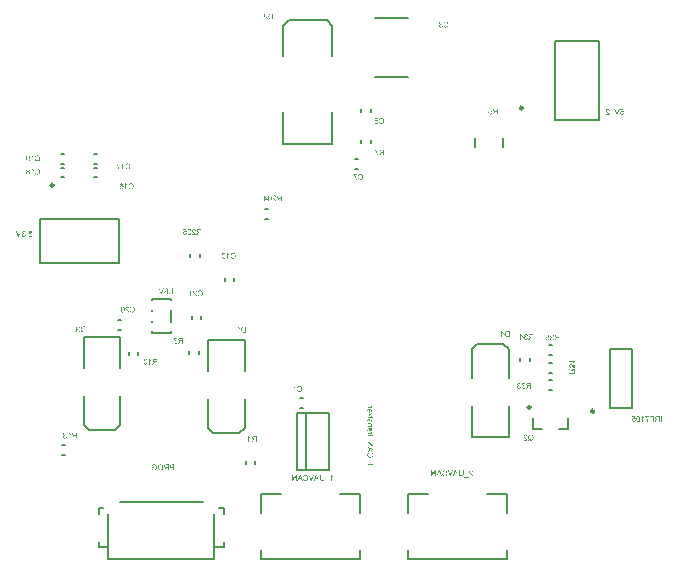
<source format=gbo>
G04*
G04 #@! TF.GenerationSoftware,Altium Limited,Altium Designer,18.0.12 (696)*
G04*
G04 Layer_Color=32896*
%FSLAX25Y25*%
%MOIN*%
G70*
G01*
G75*
%ADD10C,0.00984*%
%ADD15C,0.00787*%
%ADD16C,0.00800*%
%ADD17C,0.00591*%
%ADD122C,0.00600*%
G36*
X816574Y250578D02*
X816604Y250534D01*
X816640Y250489D01*
X816673Y250451D01*
X816707Y250417D01*
X816732Y250390D01*
X816743Y250381D01*
X816751Y250373D01*
X816754Y250370D01*
X816757Y250367D01*
X816815Y250320D01*
X816873Y250276D01*
X816928Y250237D01*
X816984Y250207D01*
X817031Y250179D01*
X817050Y250168D01*
X817067Y250160D01*
X817081Y250151D01*
X817092Y250149D01*
X817097Y250143D01*
X817100D01*
Y249916D01*
X817058Y249933D01*
X817017Y249952D01*
X816975Y249971D01*
X816937Y249991D01*
X816903Y250007D01*
X816876Y250021D01*
X816859Y250032D01*
X816856Y250035D01*
X816854D01*
X816804Y250066D01*
X816759Y250096D01*
X816720Y250124D01*
X816690Y250149D01*
X816662Y250168D01*
X816646Y250185D01*
X816632Y250196D01*
X816629Y250199D01*
Y248700D01*
X816394D01*
Y250625D01*
X816546D01*
X816574Y250578D01*
D02*
G37*
G36*
X812914Y248700D02*
X812649D01*
X811901Y250617D01*
X812158D01*
X812679Y249223D01*
X812701Y249165D01*
X812721Y249110D01*
X812737Y249057D01*
X812751Y249010D01*
X812765Y248969D01*
X812773Y248938D01*
X812776Y248927D01*
X812779Y248919D01*
X812782Y248913D01*
Y248910D01*
X812815Y249021D01*
X812831Y249074D01*
X812848Y249121D01*
X812862Y249163D01*
X812867Y249179D01*
X812870Y249196D01*
X812876Y249207D01*
X812879Y249215D01*
X812881Y249221D01*
Y249223D01*
X813380Y250617D01*
X813657D01*
X812914Y248700D01*
D02*
G37*
G36*
X815657D02*
X815388D01*
Y248969D01*
X815657D01*
Y248700D01*
D02*
G37*
G36*
X814466Y250622D02*
X814510Y250620D01*
X814588Y250603D01*
X814624Y250592D01*
X814657Y250581D01*
X814687Y250567D01*
X814715Y250553D01*
X814737Y250539D01*
X814759Y250525D01*
X814779Y250514D01*
X814793Y250503D01*
X814804Y250495D01*
X814812Y250487D01*
X814818Y250484D01*
X814820Y250481D01*
X814845Y250453D01*
X814870Y250426D01*
X814890Y250395D01*
X814906Y250365D01*
X814934Y250307D01*
X814950Y250251D01*
X814962Y250204D01*
X814964Y250182D01*
X814967Y250165D01*
X814970Y250149D01*
Y250138D01*
Y250132D01*
Y250129D01*
X814967Y250079D01*
X814959Y250032D01*
X814948Y249991D01*
X814934Y249955D01*
X814923Y249927D01*
X814912Y249905D01*
X814903Y249894D01*
X814901Y249888D01*
X814870Y249855D01*
X814837Y249825D01*
X814801Y249797D01*
X814765Y249775D01*
X814732Y249758D01*
X814707Y249747D01*
X814696Y249742D01*
X814687Y249739D01*
X814685Y249736D01*
X814682D01*
X814746Y249717D01*
X814798Y249692D01*
X814845Y249661D01*
X814884Y249634D01*
X814915Y249606D01*
X814937Y249584D01*
X814948Y249570D01*
X814953Y249567D01*
Y249564D01*
X814984Y249514D01*
X815009Y249462D01*
X815025Y249412D01*
X815036Y249362D01*
X815042Y249318D01*
X815045Y249298D01*
Y249282D01*
X815047Y249271D01*
Y249259D01*
Y249254D01*
Y249251D01*
X815045Y249207D01*
X815039Y249163D01*
X815031Y249121D01*
X815020Y249079D01*
X814992Y249010D01*
X814978Y248977D01*
X814962Y248949D01*
X814945Y248922D01*
X814931Y248899D01*
X814915Y248880D01*
X814903Y248863D01*
X814892Y248850D01*
X814884Y248841D01*
X814878Y248836D01*
X814876Y248833D01*
X814843Y248802D01*
X814806Y248778D01*
X814768Y248755D01*
X814729Y248736D01*
X814693Y248722D01*
X814654Y248708D01*
X814579Y248689D01*
X814546Y248681D01*
X814516Y248675D01*
X814488Y248672D01*
X814463Y248670D01*
X814444Y248667D01*
X814416D01*
X814363Y248670D01*
X814316Y248675D01*
X814269Y248683D01*
X814225Y248692D01*
X814186Y248706D01*
X814147Y248719D01*
X814111Y248733D01*
X814081Y248750D01*
X814053Y248766D01*
X814028Y248780D01*
X814009Y248794D01*
X813989Y248808D01*
X813975Y248816D01*
X813967Y248825D01*
X813962Y248830D01*
X813959Y248833D01*
X813928Y248866D01*
X813901Y248899D01*
X813879Y248933D01*
X813859Y248969D01*
X813840Y249002D01*
X813826Y249038D01*
X813807Y249102D01*
X813798Y249132D01*
X813793Y249160D01*
X813790Y249185D01*
X813787Y249204D01*
X813784Y249221D01*
Y249235D01*
Y249243D01*
Y249246D01*
X813787Y249309D01*
X813798Y249368D01*
X813815Y249420D01*
X813831Y249465D01*
X813848Y249500D01*
X813865Y249528D01*
X813876Y249545D01*
X813879Y249548D01*
Y249550D01*
X813917Y249595D01*
X813959Y249634D01*
X814003Y249664D01*
X814045Y249692D01*
X814083Y249711D01*
X814117Y249725D01*
X814128Y249730D01*
X814136Y249733D01*
X814142Y249736D01*
X814144D01*
X814095Y249758D01*
X814053Y249783D01*
X814017Y249808D01*
X813986Y249833D01*
X813964Y249855D01*
X813948Y249872D01*
X813937Y249883D01*
X813934Y249888D01*
X813909Y249927D01*
X813892Y249966D01*
X813879Y250005D01*
X813870Y250043D01*
X813865Y250074D01*
X813862Y250099D01*
Y250115D01*
Y250118D01*
Y250121D01*
X813865Y250160D01*
X813867Y250196D01*
X813887Y250265D01*
X813912Y250326D01*
X813939Y250379D01*
X813967Y250420D01*
X813981Y250437D01*
X813992Y250453D01*
X814003Y250465D01*
X814011Y250473D01*
X814014Y250476D01*
X814017Y250478D01*
X814048Y250503D01*
X814078Y250528D01*
X814111Y250548D01*
X814144Y250564D01*
X814211Y250589D01*
X814277Y250606D01*
X814305Y250614D01*
X814333Y250617D01*
X814358Y250620D01*
X814380Y250622D01*
X814396Y250625D01*
X814421D01*
X814466Y250622D01*
D02*
G37*
G36*
X810507Y191945D02*
X810604Y191931D01*
X810649Y191922D01*
X810690Y191911D01*
X810729Y191903D01*
X810765Y191892D01*
X810798Y191881D01*
X810826Y191870D01*
X810851Y191859D01*
X810873Y191850D01*
X810890Y191842D01*
X810901Y191837D01*
X810909Y191834D01*
X810912Y191831D01*
X810951Y191806D01*
X810989Y191781D01*
X811056Y191723D01*
X811114Y191665D01*
X811161Y191604D01*
X811200Y191551D01*
X811214Y191529D01*
X811225Y191507D01*
X811236Y191490D01*
X811241Y191479D01*
X811244Y191471D01*
X811247Y191468D01*
X811286Y191377D01*
X811314Y191285D01*
X811336Y191197D01*
X811341Y191155D01*
X811349Y191116D01*
X811352Y191080D01*
X811358Y191050D01*
X811361Y191019D01*
Y190994D01*
X811363Y190975D01*
Y190961D01*
Y190950D01*
Y190947D01*
X811358Y190845D01*
X811344Y190748D01*
X811336Y190704D01*
X811327Y190662D01*
X811316Y190621D01*
X811305Y190585D01*
X811294Y190551D01*
X811283Y190524D01*
X811275Y190496D01*
X811266Y190476D01*
X811258Y190457D01*
X811252Y190446D01*
X811247Y190438D01*
Y190435D01*
X811197Y190355D01*
X811142Y190285D01*
X811084Y190224D01*
X811028Y190174D01*
X810975Y190136D01*
X810956Y190122D01*
X810937Y190108D01*
X810920Y190100D01*
X810909Y190091D01*
X810901Y190089D01*
X810898Y190086D01*
X810854Y190064D01*
X810809Y190047D01*
X810721Y190017D01*
X810635Y189997D01*
X810555Y189981D01*
X810518Y189978D01*
X810485Y189972D01*
X810455Y189970D01*
X810430D01*
X810410Y189967D01*
X810383D01*
X810305Y189970D01*
X810230Y189978D01*
X810161Y189992D01*
X810100Y190006D01*
X810075Y190011D01*
X810050Y190017D01*
X810028Y190025D01*
X810009Y190031D01*
X809995Y190036D01*
X809984Y190039D01*
X809978Y190042D01*
X809976D01*
X809901Y190072D01*
X809832Y190108D01*
X809765Y190147D01*
X809707Y190183D01*
X809682Y190199D01*
X809657Y190216D01*
X809638Y190230D01*
X809621Y190241D01*
X809607Y190252D01*
X809596Y190260D01*
X809591Y190263D01*
X809588Y190266D01*
Y190978D01*
X810402D01*
Y190751D01*
X809837D01*
Y190391D01*
X809870Y190363D01*
X809909Y190338D01*
X809951Y190316D01*
X809989Y190296D01*
X810023Y190280D01*
X810053Y190266D01*
X810064Y190260D01*
X810070Y190258D01*
X810075Y190255D01*
X810078D01*
X810136Y190235D01*
X810194Y190219D01*
X810247Y190208D01*
X810297Y190202D01*
X810338Y190197D01*
X810355D01*
X810372Y190194D01*
X810399D01*
X810469Y190197D01*
X810535Y190208D01*
X810596Y190222D01*
X810651Y190235D01*
X810696Y190252D01*
X810715Y190258D01*
X810729Y190263D01*
X810743Y190269D01*
X810751Y190274D01*
X810757Y190277D01*
X810760D01*
X810818Y190313D01*
X810870Y190352D01*
X810915Y190393D01*
X810951Y190435D01*
X810981Y190474D01*
X811001Y190504D01*
X811009Y190515D01*
X811012Y190524D01*
X811017Y190529D01*
Y190532D01*
X811045Y190601D01*
X811067Y190673D01*
X811081Y190745D01*
X811092Y190814D01*
X811095Y190845D01*
X811097Y190873D01*
X811100Y190900D01*
Y190922D01*
X811103Y190939D01*
Y190953D01*
Y190961D01*
Y190964D01*
X811100Y191042D01*
X811092Y191111D01*
X811081Y191177D01*
X811067Y191235D01*
X811061Y191260D01*
X811053Y191282D01*
X811047Y191302D01*
X811042Y191319D01*
X811036Y191332D01*
X811034Y191341D01*
X811031Y191346D01*
Y191349D01*
X811012Y191388D01*
X810992Y191424D01*
X810973Y191457D01*
X810953Y191485D01*
X810937Y191507D01*
X810923Y191526D01*
X810912Y191537D01*
X810909Y191540D01*
X810879Y191571D01*
X810845Y191598D01*
X810809Y191621D01*
X810776Y191643D01*
X810748Y191656D01*
X810726Y191670D01*
X810710Y191676D01*
X810704Y191679D01*
X810654Y191698D01*
X810604Y191712D01*
X810552Y191720D01*
X810505Y191728D01*
X810463Y191731D01*
X810446D01*
X810433Y191734D01*
X810402D01*
X810349Y191731D01*
X810300Y191726D01*
X810255Y191717D01*
X810217Y191709D01*
X810183Y191698D01*
X810158Y191690D01*
X810145Y191684D01*
X810139Y191681D01*
X810097Y191662D01*
X810061Y191640D01*
X810028Y191618D01*
X810003Y191595D01*
X809984Y191576D01*
X809967Y191562D01*
X809959Y191551D01*
X809956Y191548D01*
X809931Y191515D01*
X809912Y191476D01*
X809892Y191440D01*
X809876Y191402D01*
X809865Y191368D01*
X809857Y191343D01*
X809854Y191332D01*
X809851Y191324D01*
X809848Y191321D01*
Y191319D01*
X809618Y191379D01*
X809638Y191449D01*
X809663Y191510D01*
X809688Y191565D01*
X809710Y191609D01*
X809732Y191645D01*
X809748Y191670D01*
X809760Y191687D01*
X809765Y191692D01*
X809804Y191737D01*
X809845Y191773D01*
X809890Y191806D01*
X809931Y191834D01*
X809970Y191853D01*
X810001Y191870D01*
X810012Y191875D01*
X810020Y191878D01*
X810025Y191881D01*
X810028D01*
X810092Y191903D01*
X810158Y191920D01*
X810219Y191934D01*
X810277Y191942D01*
X810330Y191947D01*
X810352D01*
X810369Y191950D01*
X810458D01*
X810507Y191945D01*
D02*
G37*
G36*
X817100Y190000D02*
X816845D01*
Y190778D01*
X816355D01*
X816283Y190781D01*
X816214Y190787D01*
X816153Y190795D01*
X816097Y190806D01*
X816045Y190817D01*
X816000Y190831D01*
X815959Y190848D01*
X815923Y190864D01*
X815892Y190878D01*
X815865Y190895D01*
X815842Y190909D01*
X815826Y190922D01*
X815812Y190931D01*
X815804Y190939D01*
X815798Y190945D01*
X815795Y190947D01*
X815768Y190981D01*
X815743Y191014D01*
X815723Y191047D01*
X815704Y191083D01*
X815687Y191119D01*
X815676Y191152D01*
X815657Y191216D01*
X815651Y191246D01*
X815646Y191274D01*
X815643Y191299D01*
X815640Y191319D01*
X815637Y191338D01*
Y191349D01*
Y191357D01*
Y191360D01*
X815640Y191413D01*
X815646Y191463D01*
X815657Y191507D01*
X815665Y191546D01*
X815676Y191579D01*
X815687Y191604D01*
X815693Y191618D01*
X815696Y191623D01*
X815718Y191665D01*
X815746Y191701D01*
X815770Y191734D01*
X815795Y191759D01*
X815818Y191778D01*
X815834Y191795D01*
X815845Y191803D01*
X815851Y191806D01*
X815887Y191828D01*
X815928Y191848D01*
X815967Y191864D01*
X816003Y191878D01*
X816036Y191886D01*
X816061Y191892D01*
X816081Y191897D01*
X816086D01*
X816128Y191903D01*
X816175Y191909D01*
X816225Y191911D01*
X816272Y191914D01*
X816313Y191917D01*
X817100D01*
Y190000D01*
D02*
G37*
G36*
X815311D02*
X815056D01*
Y190850D01*
X814729D01*
X814698Y190848D01*
X814676D01*
X814657Y190845D01*
X814643Y190842D01*
X814632D01*
X814626Y190839D01*
X814624D01*
X814579Y190825D01*
X814560Y190817D01*
X814543Y190809D01*
X814527Y190800D01*
X814516Y190795D01*
X814510Y190792D01*
X814507Y190789D01*
X814485Y190773D01*
X814463Y190753D01*
X814421Y190712D01*
X814402Y190692D01*
X814388Y190676D01*
X814380Y190665D01*
X814377Y190662D01*
X814349Y190623D01*
X814319Y190582D01*
X814289Y190537D01*
X814258Y190496D01*
X814233Y190457D01*
X814214Y190427D01*
X814205Y190416D01*
X814200Y190407D01*
X814194Y190402D01*
Y190399D01*
X813942Y190000D01*
X813626D01*
X813956Y190521D01*
X813995Y190576D01*
X814031Y190626D01*
X814067Y190668D01*
X814097Y190706D01*
X814125Y190734D01*
X814147Y190756D01*
X814161Y190770D01*
X814167Y190776D01*
X814189Y190792D01*
X814214Y190812D01*
X814264Y190842D01*
X814286Y190853D01*
X814302Y190864D01*
X814313Y190870D01*
X814319Y190873D01*
X814269Y190881D01*
X814222Y190889D01*
X814180Y190903D01*
X814139Y190914D01*
X814103Y190928D01*
X814070Y190945D01*
X814039Y190958D01*
X814011Y190972D01*
X813989Y190989D01*
X813967Y191003D01*
X813951Y191014D01*
X813937Y191025D01*
X813926Y191033D01*
X813917Y191042D01*
X813914Y191044D01*
X813912Y191047D01*
X813890Y191075D01*
X813867Y191103D01*
X813834Y191161D01*
X813812Y191219D01*
X813795Y191274D01*
X813784Y191321D01*
X813782Y191341D01*
Y191360D01*
X813779Y191374D01*
Y191385D01*
Y191391D01*
Y191393D01*
X813782Y191452D01*
X813790Y191504D01*
X813804Y191554D01*
X813818Y191595D01*
X813834Y191631D01*
X813845Y191659D01*
X813856Y191676D01*
X813859Y191679D01*
Y191681D01*
X813892Y191726D01*
X813926Y191764D01*
X813962Y191798D01*
X813995Y191823D01*
X814025Y191842D01*
X814050Y191853D01*
X814067Y191861D01*
X814070Y191864D01*
X814072D01*
X814097Y191873D01*
X814128Y191881D01*
X814189Y191895D01*
X814255Y191903D01*
X814316Y191911D01*
X814374Y191914D01*
X814399D01*
X814421Y191917D01*
X815311D01*
Y190000D01*
D02*
G37*
G36*
X812615Y191947D02*
X812685Y191939D01*
X812751Y191925D01*
X812815Y191909D01*
X812873Y191886D01*
X812928Y191864D01*
X812978Y191839D01*
X813023Y191814D01*
X813064Y191789D01*
X813100Y191764D01*
X813131Y191742D01*
X813155Y191720D01*
X813175Y191703D01*
X813192Y191690D01*
X813200Y191681D01*
X813203Y191679D01*
X813247Y191626D01*
X813286Y191571D01*
X813322Y191510D01*
X813349Y191449D01*
X813374Y191385D01*
X813396Y191324D01*
X813413Y191263D01*
X813424Y191205D01*
X813435Y191149D01*
X813444Y191097D01*
X813449Y191050D01*
X813455Y191011D01*
Y190978D01*
X813457Y190953D01*
Y190936D01*
Y190934D01*
Y190931D01*
X813452Y190837D01*
X813441Y190751D01*
X813424Y190668D01*
X813413Y190632D01*
X813402Y190596D01*
X813394Y190565D01*
X813383Y190537D01*
X813374Y190512D01*
X813366Y190490D01*
X813361Y190474D01*
X813355Y190463D01*
X813349Y190454D01*
Y190452D01*
X813302Y190371D01*
X813253Y190302D01*
X813197Y190241D01*
X813144Y190191D01*
X813097Y190150D01*
X813078Y190133D01*
X813061Y190122D01*
X813045Y190111D01*
X813034Y190103D01*
X813028Y190100D01*
X813025Y190097D01*
X812984Y190075D01*
X812942Y190055D01*
X812859Y190022D01*
X812779Y190000D01*
X812704Y189983D01*
X812668Y189978D01*
X812638Y189975D01*
X812610Y189970D01*
X812585D01*
X812568Y189967D01*
X812541D01*
X812449Y189972D01*
X812363Y189986D01*
X812283Y190003D01*
X812247Y190014D01*
X812214Y190025D01*
X812183Y190036D01*
X812156Y190047D01*
X812133Y190055D01*
X812114Y190064D01*
X812097Y190072D01*
X812084Y190078D01*
X812078Y190083D01*
X812075D01*
X811998Y190133D01*
X811931Y190188D01*
X811876Y190246D01*
X811829Y190302D01*
X811790Y190355D01*
X811776Y190374D01*
X811765Y190393D01*
X811754Y190410D01*
X811748Y190421D01*
X811743Y190429D01*
Y190432D01*
X811721Y190476D01*
X811704Y190521D01*
X811674Y190609D01*
X811651Y190698D01*
X811638Y190778D01*
X811635Y190814D01*
X811629Y190848D01*
X811627Y190878D01*
Y190903D01*
X811624Y190925D01*
Y190939D01*
Y190950D01*
Y190953D01*
X811629Y191058D01*
X811640Y191155D01*
X811649Y191199D01*
X811660Y191244D01*
X811671Y191282D01*
X811679Y191319D01*
X811690Y191352D01*
X811701Y191382D01*
X811710Y191407D01*
X811721Y191429D01*
X811726Y191446D01*
X811732Y191457D01*
X811737Y191465D01*
Y191468D01*
X811782Y191548D01*
X811834Y191621D01*
X811890Y191681D01*
X811940Y191731D01*
X811987Y191770D01*
X812009Y191787D01*
X812025Y191800D01*
X812042Y191809D01*
X812053Y191817D01*
X812059Y191820D01*
X812061Y191823D01*
X812103Y191845D01*
X812144Y191864D01*
X812225Y191897D01*
X812308Y191920D01*
X812380Y191934D01*
X812413Y191939D01*
X812446Y191945D01*
X812471Y191947D01*
X812496D01*
X812516Y191950D01*
X812541D01*
X812615Y191947D01*
D02*
G37*
G36*
X934445Y235420D02*
X934520Y235406D01*
X934584Y235384D01*
X934639Y235361D01*
X934664Y235348D01*
X934684Y235336D01*
X934703Y235325D01*
X934717Y235314D01*
X934728Y235306D01*
X934736Y235300D01*
X934742Y235298D01*
X934745Y235295D01*
X934797Y235242D01*
X934839Y235184D01*
X934872Y235123D01*
X934900Y235062D01*
X934916Y235010D01*
X934925Y234987D01*
X934930Y234968D01*
X934933Y234951D01*
X934936Y234940D01*
X934939Y234932D01*
Y234929D01*
X934703Y234888D01*
X934692Y234949D01*
X934675Y235001D01*
X934656Y235046D01*
X934637Y235082D01*
X934617Y235109D01*
X934601Y235129D01*
X934589Y235143D01*
X934587Y235145D01*
X934551Y235173D01*
X934512Y235195D01*
X934476Y235209D01*
X934440Y235220D01*
X934407Y235226D01*
X934382Y235231D01*
X934360D01*
X934310Y235228D01*
X934266Y235217D01*
X934227Y235204D01*
X934193Y235190D01*
X934169Y235173D01*
X934149Y235159D01*
X934135Y235148D01*
X934132Y235145D01*
X934102Y235112D01*
X934080Y235076D01*
X934066Y235040D01*
X934055Y235007D01*
X934049Y234976D01*
X934044Y234954D01*
Y234938D01*
Y234935D01*
Y234932D01*
Y234902D01*
X934049Y234874D01*
X934063Y234827D01*
X934083Y234785D01*
X934105Y234749D01*
X934127Y234724D01*
X934146Y234705D01*
X934160Y234694D01*
X934163Y234691D01*
X934166D01*
X934213Y234666D01*
X934257Y234647D01*
X934304Y234633D01*
X934346Y234625D01*
X934382Y234619D01*
X934412Y234613D01*
X934448D01*
X934459Y234616D01*
X934473D01*
X934501Y234409D01*
X934465Y234417D01*
X934432Y234422D01*
X934404Y234428D01*
X934379Y234431D01*
X934360Y234434D01*
X934335D01*
X934276Y234428D01*
X934224Y234417D01*
X934177Y234400D01*
X934138Y234381D01*
X934108Y234362D01*
X934085Y234345D01*
X934072Y234334D01*
X934066Y234328D01*
X934030Y234287D01*
X934002Y234242D01*
X933983Y234198D01*
X933972Y234154D01*
X933963Y234118D01*
X933961Y234087D01*
X933958Y234076D01*
Y234068D01*
Y234062D01*
Y234060D01*
X933963Y233999D01*
X933977Y233943D01*
X933994Y233896D01*
X934016Y233855D01*
X934038Y233821D01*
X934055Y233796D01*
X934069Y233780D01*
X934074Y233774D01*
X934119Y233735D01*
X934166Y233708D01*
X934213Y233688D01*
X934257Y233675D01*
X934296Y233666D01*
X934326Y233663D01*
X934338Y233661D01*
X934354D01*
X934404Y233663D01*
X934451Y233675D01*
X934493Y233688D01*
X934526Y233705D01*
X934554Y233719D01*
X934576Y233733D01*
X934587Y233744D01*
X934592Y233747D01*
X934626Y233785D01*
X934653Y233830D01*
X934678Y233877D01*
X934698Y233927D01*
X934711Y233968D01*
X934717Y233987D01*
X934720Y234004D01*
X934723Y234018D01*
X934725Y234029D01*
X934728Y234035D01*
Y234037D01*
X934964Y234007D01*
X934958Y233963D01*
X934950Y233921D01*
X934925Y233843D01*
X934894Y233777D01*
X934878Y233749D01*
X934861Y233722D01*
X934844Y233697D01*
X934828Y233677D01*
X934814Y233658D01*
X934800Y233644D01*
X934792Y233633D01*
X934783Y233625D01*
X934778Y233619D01*
X934775Y233616D01*
X934742Y233591D01*
X934709Y233566D01*
X934675Y233547D01*
X934639Y233530D01*
X934570Y233503D01*
X934504Y233486D01*
X934473Y233481D01*
X934445Y233475D01*
X934421Y233472D01*
X934398Y233470D01*
X934382Y233467D01*
X934357D01*
X934304Y233470D01*
X934257Y233475D01*
X934210Y233483D01*
X934166Y233494D01*
X934124Y233508D01*
X934088Y233522D01*
X934052Y233539D01*
X934022Y233555D01*
X933991Y233569D01*
X933966Y233586D01*
X933944Y233600D01*
X933928Y233614D01*
X933914Y233625D01*
X933903Y233633D01*
X933897Y233639D01*
X933894Y233641D01*
X933861Y233675D01*
X933833Y233711D01*
X933808Y233747D01*
X933786Y233783D01*
X933770Y233816D01*
X933753Y233852D01*
X933731Y233918D01*
X933725Y233949D01*
X933720Y233976D01*
X933714Y234001D01*
X933711Y234023D01*
X933709Y234040D01*
Y234054D01*
Y234062D01*
Y234065D01*
X933711Y234132D01*
X933722Y234192D01*
X933739Y234245D01*
X933756Y234289D01*
X933772Y234326D01*
X933789Y234353D01*
X933800Y234370D01*
X933803Y234375D01*
X933842Y234417D01*
X933883Y234453D01*
X933928Y234481D01*
X933972Y234503D01*
X934011Y234519D01*
X934041Y234530D01*
X934052Y234533D01*
X934060Y234536D01*
X934066Y234539D01*
X934069D01*
X934022Y234564D01*
X933983Y234589D01*
X933950Y234616D01*
X933922Y234641D01*
X933900Y234663D01*
X933883Y234683D01*
X933875Y234694D01*
X933872Y234699D01*
X933850Y234738D01*
X933833Y234777D01*
X933819Y234816D01*
X933811Y234852D01*
X933806Y234882D01*
X933803Y234904D01*
Y234921D01*
Y234927D01*
X933806Y234974D01*
X933814Y235021D01*
X933825Y235062D01*
X933839Y235098D01*
X933853Y235129D01*
X933864Y235154D01*
X933872Y235168D01*
X933875Y235173D01*
X933903Y235215D01*
X933936Y235251D01*
X933969Y235281D01*
X934002Y235309D01*
X934030Y235328D01*
X934055Y235345D01*
X934072Y235353D01*
X934074Y235356D01*
X934077D01*
X934127Y235378D01*
X934177Y235395D01*
X934227Y235408D01*
X934271Y235417D01*
X934307Y235422D01*
X934338Y235425D01*
X934407D01*
X934445Y235420D01*
D02*
G37*
G36*
X936800Y233500D02*
X936545D01*
Y234350D01*
X936218D01*
X936188Y234348D01*
X936166D01*
X936146Y234345D01*
X936132Y234342D01*
X936121D01*
X936116Y234339D01*
X936113D01*
X936069Y234326D01*
X936049Y234317D01*
X936033Y234309D01*
X936016Y234300D01*
X936005Y234295D01*
X935999Y234292D01*
X935997Y234289D01*
X935975Y234273D01*
X935952Y234253D01*
X935911Y234212D01*
X935891Y234192D01*
X935878Y234176D01*
X935869Y234165D01*
X935867Y234162D01*
X935839Y234123D01*
X935808Y234082D01*
X935778Y234037D01*
X935747Y233996D01*
X935723Y233957D01*
X935703Y233927D01*
X935695Y233915D01*
X935689Y233907D01*
X935684Y233902D01*
Y233899D01*
X935432Y233500D01*
X935116D01*
X935445Y234021D01*
X935484Y234076D01*
X935520Y234126D01*
X935556Y234168D01*
X935587Y234206D01*
X935614Y234234D01*
X935637Y234256D01*
X935650Y234270D01*
X935656Y234276D01*
X935678Y234292D01*
X935703Y234312D01*
X935753Y234342D01*
X935775Y234353D01*
X935792Y234364D01*
X935803Y234370D01*
X935808Y234373D01*
X935758Y234381D01*
X935711Y234389D01*
X935670Y234403D01*
X935628Y234414D01*
X935592Y234428D01*
X935559Y234445D01*
X935529Y234458D01*
X935501Y234472D01*
X935479Y234489D01*
X935457Y234503D01*
X935440Y234514D01*
X935426Y234525D01*
X935415Y234533D01*
X935407Y234542D01*
X935404Y234544D01*
X935401Y234547D01*
X935379Y234575D01*
X935357Y234602D01*
X935324Y234661D01*
X935301Y234719D01*
X935285Y234774D01*
X935274Y234821D01*
X935271Y234841D01*
Y234860D01*
X935268Y234874D01*
Y234885D01*
Y234891D01*
Y234893D01*
X935271Y234951D01*
X935279Y235004D01*
X935293Y235054D01*
X935307Y235096D01*
X935324Y235132D01*
X935335Y235159D01*
X935346Y235176D01*
X935349Y235179D01*
Y235181D01*
X935382Y235226D01*
X935415Y235264D01*
X935451Y235298D01*
X935484Y235323D01*
X935515Y235342D01*
X935540Y235353D01*
X935556Y235361D01*
X935559Y235364D01*
X935562D01*
X935587Y235372D01*
X935617Y235381D01*
X935678Y235395D01*
X935745Y235403D01*
X935806Y235411D01*
X935864Y235414D01*
X935889D01*
X935911Y235417D01*
X936800D01*
Y233500D01*
D02*
G37*
G36*
X933556Y234176D02*
Y233960D01*
X932723D01*
Y233500D01*
X932487D01*
Y233960D01*
X932227D01*
Y234176D01*
X932487D01*
Y235417D01*
X932678D01*
X933556Y234176D01*
D02*
G37*
G36*
X973226Y207978D02*
X973257Y207934D01*
X973293Y207889D01*
X973326Y207851D01*
X973359Y207817D01*
X973384Y207790D01*
X973395Y207781D01*
X973403Y207773D01*
X973406Y207770D01*
X973409Y207768D01*
X973467Y207720D01*
X973525Y207676D01*
X973581Y207637D01*
X973636Y207607D01*
X973683Y207579D01*
X973703Y207568D01*
X973719Y207560D01*
X973733Y207552D01*
X973744Y207549D01*
X973750Y207543D01*
X973752D01*
Y207316D01*
X973711Y207333D01*
X973669Y207352D01*
X973628Y207371D01*
X973589Y207391D01*
X973556Y207407D01*
X973528Y207421D01*
X973512Y207432D01*
X973509Y207435D01*
X973506D01*
X973456Y207466D01*
X973412Y207496D01*
X973373Y207524D01*
X973343Y207549D01*
X973315Y207568D01*
X973298Y207585D01*
X973284Y207596D01*
X973282Y207599D01*
Y206100D01*
X973046D01*
Y208025D01*
X973199D01*
X973226Y207978D01*
D02*
G37*
G36*
X970910Y207006D02*
X970689Y206975D01*
X970669Y207006D01*
X970645Y207031D01*
X970622Y207056D01*
X970600Y207075D01*
X970578Y207089D01*
X970562Y207103D01*
X970550Y207108D01*
X970548Y207111D01*
X970512Y207128D01*
X970476Y207141D01*
X970442Y207150D01*
X970409Y207158D01*
X970381Y207161D01*
X970359Y207164D01*
X970307D01*
X970273Y207158D01*
X970215Y207144D01*
X970165Y207125D01*
X970121Y207105D01*
X970088Y207083D01*
X970063Y207064D01*
X970049Y207050D01*
X970043Y207047D01*
Y207045D01*
X970005Y206997D01*
X969977Y206948D01*
X969958Y206895D01*
X969944Y206842D01*
X969936Y206798D01*
X969933Y206779D01*
Y206762D01*
X969930Y206748D01*
Y206737D01*
Y206732D01*
Y206729D01*
Y206690D01*
X969936Y206654D01*
X969949Y206585D01*
X969969Y206527D01*
X969988Y206480D01*
X970010Y206441D01*
X970030Y206410D01*
X970038Y206402D01*
X970043Y206394D01*
X970046Y206391D01*
X970049Y206388D01*
X970071Y206366D01*
X970093Y206347D01*
X970143Y206313D01*
X970190Y206291D01*
X970237Y206277D01*
X970276Y206266D01*
X970309Y206263D01*
X970321Y206261D01*
X970337D01*
X970390Y206263D01*
X970437Y206275D01*
X970478Y206288D01*
X970512Y206305D01*
X970542Y206322D01*
X970564Y206335D01*
X970575Y206347D01*
X970581Y206349D01*
X970614Y206388D01*
X970642Y206430D01*
X970664Y206477D01*
X970681Y206518D01*
X970692Y206560D01*
X970700Y206590D01*
X970703Y206604D01*
X970706Y206612D01*
Y206618D01*
Y206621D01*
X970952Y206601D01*
X970947Y206557D01*
X970938Y206516D01*
X970913Y206438D01*
X970883Y206371D01*
X970866Y206341D01*
X970850Y206316D01*
X970836Y206291D01*
X970819Y206269D01*
X970805Y206252D01*
X970791Y206239D01*
X970780Y206227D01*
X970775Y206216D01*
X970769Y206214D01*
X970767Y206211D01*
X970733Y206186D01*
X970700Y206164D01*
X970664Y206144D01*
X970628Y206128D01*
X970559Y206103D01*
X970490Y206086D01*
X970459Y206078D01*
X970428Y206075D01*
X970404Y206072D01*
X970381Y206069D01*
X970362Y206067D01*
X970337D01*
X970279Y206069D01*
X970224Y206078D01*
X970171Y206089D01*
X970124Y206103D01*
X970080Y206122D01*
X970038Y206142D01*
X969999Y206161D01*
X969966Y206183D01*
X969936Y206205D01*
X969908Y206225D01*
X969886Y206247D01*
X969866Y206263D01*
X969852Y206277D01*
X969841Y206288D01*
X969836Y206297D01*
X969833Y206299D01*
X969805Y206335D01*
X969783Y206374D01*
X969761Y206410D01*
X969744Y206449D01*
X969717Y206524D01*
X969700Y206596D01*
X969695Y206626D01*
X969689Y206657D01*
X969686Y206682D01*
X969683Y206704D01*
X969681Y206723D01*
Y206737D01*
Y206745D01*
Y206748D01*
X969683Y206798D01*
X969689Y206845D01*
X969697Y206892D01*
X969708Y206934D01*
X969722Y206973D01*
X969736Y207011D01*
X969753Y207045D01*
X969767Y207075D01*
X969783Y207103D01*
X969800Y207128D01*
X969814Y207147D01*
X969827Y207166D01*
X969839Y207180D01*
X969847Y207189D01*
X969852Y207194D01*
X969855Y207197D01*
X969888Y207227D01*
X969922Y207255D01*
X969958Y207277D01*
X969994Y207297D01*
X970030Y207316D01*
X970066Y207330D01*
X970132Y207349D01*
X970163Y207358D01*
X970190Y207363D01*
X970215Y207366D01*
X970237Y207369D01*
X970254Y207371D01*
X970315D01*
X970348Y207366D01*
X970415Y207352D01*
X970476Y207333D01*
X970531Y207311D01*
X970575Y207288D01*
X970595Y207277D01*
X970611Y207269D01*
X970625Y207261D01*
X970634Y207255D01*
X970639Y207252D01*
X970642Y207249D01*
X970539Y207768D01*
X969772D01*
Y207992D01*
X970725D01*
X970910Y207006D01*
D02*
G37*
G36*
X979600Y206100D02*
X979345D01*
Y208017D01*
X979600D01*
Y206100D01*
D02*
G37*
G36*
X978894D02*
X978639D01*
Y206950D01*
X978312D01*
X978281Y206948D01*
X978259D01*
X978240Y206945D01*
X978226Y206942D01*
X978215D01*
X978209Y206939D01*
X978207D01*
X978162Y206926D01*
X978143Y206917D01*
X978126Y206909D01*
X978110Y206901D01*
X978099Y206895D01*
X978093Y206892D01*
X978090Y206889D01*
X978068Y206873D01*
X978046Y206853D01*
X978004Y206812D01*
X977985Y206792D01*
X977971Y206776D01*
X977963Y206765D01*
X977960Y206762D01*
X977932Y206723D01*
X977902Y206682D01*
X977872Y206637D01*
X977841Y206596D01*
X977816Y206557D01*
X977797Y206527D01*
X977788Y206516D01*
X977783Y206507D01*
X977777Y206502D01*
Y206499D01*
X977525Y206100D01*
X977209D01*
X977539Y206621D01*
X977578Y206676D01*
X977614Y206726D01*
X977650Y206768D01*
X977680Y206806D01*
X977708Y206834D01*
X977730Y206856D01*
X977744Y206870D01*
X977750Y206876D01*
X977772Y206892D01*
X977797Y206912D01*
X977847Y206942D01*
X977869Y206953D01*
X977885Y206964D01*
X977896Y206970D01*
X977902Y206973D01*
X977852Y206981D01*
X977805Y206989D01*
X977763Y207003D01*
X977722Y207014D01*
X977686Y207028D01*
X977653Y207045D01*
X977622Y207058D01*
X977594Y207072D01*
X977572Y207089D01*
X977550Y207103D01*
X977534Y207114D01*
X977520Y207125D01*
X977509Y207133D01*
X977500Y207141D01*
X977498Y207144D01*
X977495Y207147D01*
X977473Y207175D01*
X977450Y207203D01*
X977417Y207261D01*
X977395Y207319D01*
X977378Y207374D01*
X977367Y207421D01*
X977365Y207441D01*
Y207460D01*
X977362Y207474D01*
Y207485D01*
Y207490D01*
Y207493D01*
X977365Y207552D01*
X977373Y207604D01*
X977387Y207654D01*
X977401Y207696D01*
X977417Y207732D01*
X977428Y207759D01*
X977439Y207776D01*
X977442Y207779D01*
Y207781D01*
X977475Y207826D01*
X977509Y207864D01*
X977545Y207898D01*
X977578Y207923D01*
X977608Y207942D01*
X977633Y207953D01*
X977650Y207961D01*
X977653Y207964D01*
X977656D01*
X977680Y207973D01*
X977711Y207981D01*
X977772Y207995D01*
X977838Y208003D01*
X977899Y208011D01*
X977957Y208014D01*
X977982D01*
X978004Y208017D01*
X978894D01*
Y206100D01*
D02*
G37*
G36*
X976952D02*
X976697D01*
Y206970D01*
X975797D01*
Y207197D01*
X976697D01*
Y207790D01*
X975655D01*
Y208017D01*
X976952D01*
Y206100D01*
D02*
G37*
G36*
X975406Y207765D02*
X974467D01*
X974534Y207684D01*
X974597Y207599D01*
X974653Y207516D01*
X974705Y207435D01*
X974728Y207399D01*
X974747Y207366D01*
X974766Y207335D01*
X974780Y207311D01*
X974791Y207288D01*
X974800Y207275D01*
X974805Y207263D01*
X974808Y207261D01*
X974863Y207150D01*
X974913Y207039D01*
X974955Y206934D01*
X974971Y206887D01*
X974988Y206840D01*
X975005Y206798D01*
X975016Y206759D01*
X975027Y206726D01*
X975035Y206698D01*
X975043Y206673D01*
X975049Y206657D01*
X975052Y206646D01*
Y206643D01*
X975079Y206529D01*
X975090Y206474D01*
X975099Y206424D01*
X975107Y206377D01*
X975115Y206330D01*
X975121Y206291D01*
X975126Y206252D01*
X975129Y206219D01*
X975132Y206189D01*
X975135Y206161D01*
Y206139D01*
X975138Y206122D01*
Y206111D01*
Y206103D01*
Y206100D01*
X974897D01*
X974888Y206205D01*
X974874Y206302D01*
X974860Y206391D01*
X974852Y206432D01*
X974844Y206471D01*
X974838Y206504D01*
X974830Y206535D01*
X974825Y206563D01*
X974819Y206585D01*
X974813Y206601D01*
X974811Y206615D01*
X974808Y206624D01*
Y206626D01*
X974766Y206754D01*
X974722Y206873D01*
X974700Y206931D01*
X974678Y206986D01*
X974653Y207036D01*
X974631Y207086D01*
X974611Y207130D01*
X974592Y207169D01*
X974575Y207203D01*
X974561Y207233D01*
X974547Y207258D01*
X974539Y207275D01*
X974534Y207286D01*
X974531Y207288D01*
X974498Y207347D01*
X974464Y207405D01*
X974431Y207457D01*
X974398Y207507D01*
X974368Y207552D01*
X974337Y207596D01*
X974306Y207635D01*
X974282Y207668D01*
X974257Y207701D01*
X974234Y207729D01*
X974212Y207751D01*
X974196Y207770D01*
X974185Y207787D01*
X974174Y207798D01*
X974168Y207804D01*
X974165Y207806D01*
Y207992D01*
X975406D01*
Y207765D01*
D02*
G37*
G36*
X971891Y208020D02*
X971960Y208009D01*
X972019Y207989D01*
X972068Y207970D01*
X972110Y207948D01*
X972126Y207939D01*
X972140Y207928D01*
X972151Y207923D01*
X972160Y207917D01*
X972163Y207912D01*
X972165D01*
X972215Y207867D01*
X972257Y207815D01*
X972293Y207762D01*
X972320Y207712D01*
X972343Y207665D01*
X972354Y207646D01*
X972359Y207626D01*
X972365Y207612D01*
X972370Y207601D01*
X972373Y207596D01*
Y207593D01*
X972384Y207552D01*
X972395Y207510D01*
X972412Y207418D01*
X972426Y207327D01*
X972434Y207241D01*
X972437Y207200D01*
X972440Y207164D01*
Y207130D01*
X972442Y207100D01*
Y207078D01*
Y207058D01*
Y207047D01*
Y207045D01*
X972440Y206948D01*
X972434Y206856D01*
X972426Y206773D01*
X972412Y206696D01*
X972398Y206624D01*
X972381Y206560D01*
X972365Y206502D01*
X972348Y206452D01*
X972332Y206407D01*
X972312Y206369D01*
X972298Y206335D01*
X972284Y206311D01*
X972271Y206288D01*
X972262Y206275D01*
X972257Y206266D01*
X972254Y206263D01*
X972223Y206230D01*
X972190Y206200D01*
X972154Y206172D01*
X972118Y206150D01*
X972082Y206131D01*
X972046Y206114D01*
X972010Y206103D01*
X971977Y206092D01*
X971944Y206083D01*
X971913Y206078D01*
X971885Y206072D01*
X971863Y206069D01*
X971844Y206067D01*
X971816D01*
X971741Y206072D01*
X971672Y206083D01*
X971614Y206103D01*
X971564Y206122D01*
X971523Y206142D01*
X971509Y206153D01*
X971495Y206161D01*
X971484Y206167D01*
X971476Y206172D01*
X971473Y206178D01*
X971470D01*
X971420Y206225D01*
X971379Y206275D01*
X971343Y206330D01*
X971315Y206380D01*
X971293Y206427D01*
X971282Y206446D01*
X971276Y206466D01*
X971271Y206480D01*
X971265Y206491D01*
X971262Y206496D01*
Y206499D01*
X971249Y206540D01*
X971237Y206582D01*
X971221Y206671D01*
X971207Y206762D01*
X971199Y206851D01*
X971196Y206889D01*
X971193Y206926D01*
Y206959D01*
X971190Y206989D01*
Y207011D01*
Y207031D01*
Y207042D01*
Y207045D01*
Y207097D01*
X971193Y207147D01*
Y207191D01*
X971196Y207236D01*
X971201Y207275D01*
X971204Y207313D01*
X971207Y207347D01*
X971212Y207377D01*
X971215Y207405D01*
X971221Y207430D01*
X971224Y207449D01*
X971226Y207466D01*
X971229Y207480D01*
X971232Y207488D01*
X971235Y207493D01*
Y207496D01*
X971251Y207557D01*
X971271Y207612D01*
X971293Y207660D01*
X971309Y207701D01*
X971329Y207737D01*
X971340Y207762D01*
X971351Y207776D01*
X971354Y207781D01*
X971384Y207823D01*
X971415Y207859D01*
X971448Y207889D01*
X971478Y207917D01*
X971506Y207937D01*
X971528Y207950D01*
X971542Y207959D01*
X971545Y207961D01*
X971548D01*
X971592Y207984D01*
X971639Y207997D01*
X971683Y208009D01*
X971725Y208017D01*
X971761Y208022D01*
X971791Y208025D01*
X971816D01*
X971891Y208020D01*
D02*
G37*
G36*
X943145Y235220D02*
X943220Y235206D01*
X943284Y235184D01*
X943339Y235161D01*
X943364Y235148D01*
X943384Y235137D01*
X943403Y235125D01*
X943417Y235114D01*
X943428Y235106D01*
X943436Y235101D01*
X943442Y235098D01*
X943445Y235095D01*
X943497Y235042D01*
X943539Y234984D01*
X943572Y234923D01*
X943600Y234862D01*
X943616Y234810D01*
X943625Y234788D01*
X943630Y234768D01*
X943633Y234752D01*
X943636Y234740D01*
X943639Y234732D01*
Y234729D01*
X943403Y234688D01*
X943392Y234749D01*
X943375Y234801D01*
X943356Y234846D01*
X943337Y234882D01*
X943317Y234909D01*
X943301Y234929D01*
X943289Y234943D01*
X943287Y234945D01*
X943251Y234973D01*
X943212Y234995D01*
X943176Y235009D01*
X943140Y235020D01*
X943107Y235026D01*
X943082Y235031D01*
X943060D01*
X943010Y235029D01*
X942966Y235017D01*
X942927Y235003D01*
X942893Y234990D01*
X942869Y234973D01*
X942849Y234959D01*
X942835Y234948D01*
X942832Y234945D01*
X942802Y234912D01*
X942780Y234876D01*
X942766Y234840D01*
X942755Y234807D01*
X942749Y234776D01*
X942744Y234754D01*
Y234738D01*
Y234735D01*
Y234732D01*
Y234702D01*
X942749Y234674D01*
X942763Y234627D01*
X942783Y234585D01*
X942805Y234549D01*
X942827Y234524D01*
X942846Y234505D01*
X942860Y234494D01*
X942863Y234491D01*
X942866D01*
X942913Y234466D01*
X942957Y234447D01*
X943004Y234433D01*
X943046Y234425D01*
X943082Y234419D01*
X943112Y234414D01*
X943148D01*
X943159Y234416D01*
X943173D01*
X943201Y234209D01*
X943165Y234217D01*
X943132Y234222D01*
X943104Y234228D01*
X943079Y234231D01*
X943060Y234233D01*
X943035D01*
X942976Y234228D01*
X942924Y234217D01*
X942877Y234200D01*
X942838Y234181D01*
X942808Y234161D01*
X942785Y234145D01*
X942772Y234134D01*
X942766Y234128D01*
X942730Y234087D01*
X942702Y234042D01*
X942683Y233998D01*
X942672Y233954D01*
X942663Y233918D01*
X942661Y233887D01*
X942658Y233876D01*
Y233868D01*
Y233862D01*
Y233859D01*
X942663Y233799D01*
X942677Y233743D01*
X942694Y233696D01*
X942716Y233655D01*
X942738Y233621D01*
X942755Y233596D01*
X942769Y233580D01*
X942774Y233574D01*
X942819Y233535D01*
X942866Y233508D01*
X942913Y233488D01*
X942957Y233474D01*
X942996Y233466D01*
X943026Y233463D01*
X943038Y233461D01*
X943054D01*
X943104Y233463D01*
X943151Y233474D01*
X943193Y233488D01*
X943226Y233505D01*
X943254Y233519D01*
X943276Y233533D01*
X943287Y233544D01*
X943292Y233546D01*
X943326Y233585D01*
X943353Y233630D01*
X943378Y233677D01*
X943398Y233727D01*
X943411Y233768D01*
X943417Y233787D01*
X943420Y233804D01*
X943423Y233818D01*
X943425Y233829D01*
X943428Y233835D01*
Y233837D01*
X943664Y233807D01*
X943658Y233763D01*
X943650Y233721D01*
X943625Y233644D01*
X943594Y233577D01*
X943578Y233549D01*
X943561Y233522D01*
X943544Y233497D01*
X943528Y233477D01*
X943514Y233458D01*
X943500Y233444D01*
X943492Y233433D01*
X943483Y233425D01*
X943478Y233419D01*
X943475Y233416D01*
X943442Y233391D01*
X943409Y233366D01*
X943375Y233347D01*
X943339Y233330D01*
X943270Y233303D01*
X943204Y233286D01*
X943173Y233281D01*
X943145Y233275D01*
X943121Y233272D01*
X943098Y233270D01*
X943082Y233267D01*
X943057D01*
X943004Y233270D01*
X942957Y233275D01*
X942910Y233283D01*
X942866Y233295D01*
X942824Y233308D01*
X942788Y233322D01*
X942752Y233339D01*
X942722Y233355D01*
X942691Y233369D01*
X942666Y233386D01*
X942644Y233400D01*
X942628Y233414D01*
X942614Y233425D01*
X942603Y233433D01*
X942597Y233438D01*
X942594Y233441D01*
X942561Y233474D01*
X942533Y233510D01*
X942508Y233546D01*
X942486Y233582D01*
X942470Y233616D01*
X942453Y233652D01*
X942431Y233718D01*
X942425Y233749D01*
X942420Y233776D01*
X942414Y233801D01*
X942411Y233823D01*
X942409Y233840D01*
Y233854D01*
Y233862D01*
Y233865D01*
X942411Y233932D01*
X942422Y233993D01*
X942439Y234045D01*
X942456Y234089D01*
X942472Y234125D01*
X942489Y234153D01*
X942500Y234170D01*
X942503Y234175D01*
X942542Y234217D01*
X942583Y234253D01*
X942628Y234281D01*
X942672Y234303D01*
X942711Y234319D01*
X942741Y234330D01*
X942752Y234333D01*
X942760Y234336D01*
X942766Y234339D01*
X942769D01*
X942722Y234364D01*
X942683Y234389D01*
X942650Y234416D01*
X942622Y234441D01*
X942600Y234463D01*
X942583Y234483D01*
X942575Y234494D01*
X942572Y234499D01*
X942550Y234538D01*
X942533Y234577D01*
X942519Y234616D01*
X942511Y234652D01*
X942506Y234682D01*
X942503Y234704D01*
Y234721D01*
Y234727D01*
X942506Y234774D01*
X942514Y234821D01*
X942525Y234862D01*
X942539Y234898D01*
X942553Y234929D01*
X942564Y234954D01*
X942572Y234967D01*
X942575Y234973D01*
X942603Y235015D01*
X942636Y235051D01*
X942669Y235081D01*
X942702Y235109D01*
X942730Y235128D01*
X942755Y235145D01*
X942772Y235153D01*
X942774Y235156D01*
X942777D01*
X942827Y235178D01*
X942877Y235195D01*
X942927Y235209D01*
X942971Y235217D01*
X943007Y235222D01*
X943038Y235225D01*
X943107D01*
X943145Y235220D01*
D02*
G37*
G36*
X942134Y234206D02*
X941913Y234175D01*
X941893Y234206D01*
X941868Y234231D01*
X941846Y234256D01*
X941824Y234275D01*
X941802Y234289D01*
X941785Y234303D01*
X941774Y234308D01*
X941772Y234311D01*
X941736Y234328D01*
X941700Y234342D01*
X941666Y234350D01*
X941633Y234358D01*
X941605Y234361D01*
X941583Y234364D01*
X941531D01*
X941497Y234358D01*
X941439Y234344D01*
X941389Y234325D01*
X941345Y234306D01*
X941312Y234283D01*
X941287Y234264D01*
X941273Y234250D01*
X941267Y234247D01*
Y234245D01*
X941229Y234197D01*
X941201Y234148D01*
X941182Y234095D01*
X941168Y234042D01*
X941159Y233998D01*
X941157Y233979D01*
Y233962D01*
X941154Y233948D01*
Y233937D01*
Y233932D01*
Y233929D01*
Y233890D01*
X941159Y233854D01*
X941173Y233785D01*
X941193Y233727D01*
X941212Y233680D01*
X941234Y233641D01*
X941254Y233610D01*
X941262Y233602D01*
X941267Y233594D01*
X941270Y233591D01*
X941273Y233588D01*
X941295Y233566D01*
X941317Y233546D01*
X941367Y233513D01*
X941414Y233491D01*
X941461Y233477D01*
X941500Y233466D01*
X941533Y233463D01*
X941544Y233461D01*
X941561D01*
X941614Y233463D01*
X941661Y233474D01*
X941702Y233488D01*
X941736Y233505D01*
X941766Y233522D01*
X941788Y233535D01*
X941799Y233546D01*
X941805Y233549D01*
X941838Y233588D01*
X941866Y233630D01*
X941888Y233677D01*
X941905Y233718D01*
X941916Y233760D01*
X941924Y233790D01*
X941927Y233804D01*
X941930Y233812D01*
Y233818D01*
Y233821D01*
X942176Y233801D01*
X942171Y233757D01*
X942162Y233716D01*
X942137Y233638D01*
X942107Y233572D01*
X942090Y233541D01*
X942074Y233516D01*
X942060Y233491D01*
X942043Y233469D01*
X942029Y233452D01*
X942015Y233438D01*
X942004Y233427D01*
X941999Y233416D01*
X941993Y233414D01*
X941990Y233411D01*
X941957Y233386D01*
X941924Y233364D01*
X941888Y233344D01*
X941852Y233328D01*
X941783Y233303D01*
X941713Y233286D01*
X941683Y233278D01*
X941652Y233275D01*
X941628Y233272D01*
X941605Y233270D01*
X941586Y233267D01*
X941561D01*
X941503Y233270D01*
X941448Y233278D01*
X941395Y233289D01*
X941348Y233303D01*
X941303Y233322D01*
X941262Y233342D01*
X941223Y233361D01*
X941190Y233383D01*
X941159Y233405D01*
X941132Y233425D01*
X941109Y233447D01*
X941090Y233463D01*
X941076Y233477D01*
X941065Y233488D01*
X941060Y233497D01*
X941057Y233499D01*
X941029Y233535D01*
X941007Y233574D01*
X940985Y233610D01*
X940968Y233649D01*
X940941Y233724D01*
X940924Y233796D01*
X940918Y233826D01*
X940913Y233857D01*
X940910Y233882D01*
X940907Y233904D01*
X940905Y233923D01*
Y233937D01*
Y233945D01*
Y233948D01*
X940907Y233998D01*
X940913Y234045D01*
X940921Y234092D01*
X940932Y234134D01*
X940946Y234173D01*
X940960Y234211D01*
X940977Y234245D01*
X940990Y234275D01*
X941007Y234303D01*
X941024Y234328D01*
X941037Y234347D01*
X941051Y234366D01*
X941063Y234380D01*
X941071Y234389D01*
X941076Y234394D01*
X941079Y234397D01*
X941112Y234427D01*
X941146Y234455D01*
X941182Y234477D01*
X941218Y234497D01*
X941254Y234516D01*
X941290Y234530D01*
X941356Y234549D01*
X941387Y234558D01*
X941414Y234563D01*
X941439Y234566D01*
X941461Y234569D01*
X941478Y234571D01*
X941539D01*
X941572Y234566D01*
X941639Y234552D01*
X941700Y234533D01*
X941755Y234510D01*
X941799Y234488D01*
X941819Y234477D01*
X941835Y234469D01*
X941849Y234461D01*
X941858Y234455D01*
X941863Y234452D01*
X941866Y234450D01*
X941763Y234967D01*
X940996D01*
Y235192D01*
X941949D01*
X942134Y234206D01*
D02*
G37*
G36*
X945500Y233300D02*
X945245D01*
Y234150D01*
X944918D01*
X944888Y234148D01*
X944866D01*
X944846Y234145D01*
X944832Y234142D01*
X944821D01*
X944816Y234139D01*
X944813D01*
X944769Y234125D01*
X944749Y234117D01*
X944733Y234109D01*
X944716Y234101D01*
X944705Y234095D01*
X944699Y234092D01*
X944697Y234089D01*
X944674Y234073D01*
X944652Y234053D01*
X944611Y234012D01*
X944591Y233993D01*
X944578Y233976D01*
X944569Y233965D01*
X944567Y233962D01*
X944539Y233923D01*
X944508Y233882D01*
X944478Y233837D01*
X944447Y233796D01*
X944423Y233757D01*
X944403Y233727D01*
X944395Y233716D01*
X944389Y233707D01*
X944384Y233702D01*
Y233699D01*
X944132Y233300D01*
X943816D01*
X944145Y233821D01*
X944184Y233876D01*
X944220Y233926D01*
X944256Y233968D01*
X944287Y234006D01*
X944314Y234034D01*
X944337Y234056D01*
X944350Y234070D01*
X944356Y234076D01*
X944378Y234092D01*
X944403Y234112D01*
X944453Y234142D01*
X944475Y234153D01*
X944492Y234164D01*
X944503Y234170D01*
X944508Y234173D01*
X944458Y234181D01*
X944411Y234189D01*
X944370Y234203D01*
X944328Y234214D01*
X944292Y234228D01*
X944259Y234245D01*
X944229Y234258D01*
X944201Y234272D01*
X944179Y234289D01*
X944157Y234303D01*
X944140Y234314D01*
X944126Y234325D01*
X944115Y234333D01*
X944107Y234342D01*
X944104Y234344D01*
X944101Y234347D01*
X944079Y234375D01*
X944057Y234402D01*
X944024Y234461D01*
X944001Y234519D01*
X943985Y234574D01*
X943974Y234621D01*
X943971Y234641D01*
Y234660D01*
X943968Y234674D01*
Y234685D01*
Y234690D01*
Y234693D01*
X943971Y234752D01*
X943979Y234804D01*
X943993Y234854D01*
X944007Y234895D01*
X944024Y234931D01*
X944035Y234959D01*
X944046Y234976D01*
X944049Y234979D01*
Y234981D01*
X944082Y235026D01*
X944115Y235065D01*
X944151Y235098D01*
X944184Y235123D01*
X944215Y235142D01*
X944240Y235153D01*
X944256Y235161D01*
X944259Y235164D01*
X944262D01*
X944287Y235173D01*
X944317Y235181D01*
X944378Y235195D01*
X944445Y235203D01*
X944506Y235211D01*
X944564Y235214D01*
X944589D01*
X944611Y235217D01*
X945500D01*
Y233300D01*
D02*
G37*
G36*
X950725Y226258D02*
X950678Y226230D01*
X950634Y226200D01*
X950589Y226164D01*
X950551Y226131D01*
X950517Y226097D01*
X950490Y226073D01*
X950481Y226061D01*
X950473Y226053D01*
X950470Y226050D01*
X950467Y226047D01*
X950420Y225989D01*
X950376Y225931D01*
X950337Y225876D01*
X950307Y225820D01*
X950279Y225773D01*
X950268Y225754D01*
X950260Y225737D01*
X950251Y225723D01*
X950249Y225712D01*
X950243Y225707D01*
Y225704D01*
X950016D01*
X950033Y225746D01*
X950052Y225787D01*
X950071Y225829D01*
X950091Y225868D01*
X950107Y225901D01*
X950121Y225928D01*
X950132Y225945D01*
X950135Y225948D01*
Y225951D01*
X950166Y226000D01*
X950196Y226045D01*
X950224Y226083D01*
X950249Y226114D01*
X950268Y226142D01*
X950285Y226158D01*
X950296Y226172D01*
X950299Y226175D01*
X948800D01*
Y226410D01*
X950725D01*
Y226258D01*
D02*
G37*
G36*
X949432Y225289D02*
X949492Y225277D01*
X949545Y225261D01*
X949590Y225244D01*
X949625Y225228D01*
X949653Y225211D01*
X949670Y225200D01*
X949675Y225197D01*
X949717Y225158D01*
X949753Y225117D01*
X949781Y225073D01*
X949803Y225028D01*
X949819Y224989D01*
X949830Y224959D01*
X949833Y224948D01*
X949836Y224939D01*
X949839Y224934D01*
Y224931D01*
X949864Y224978D01*
X949889Y225017D01*
X949916Y225050D01*
X949941Y225078D01*
X949963Y225100D01*
X949983Y225117D01*
X949994Y225125D01*
X949999Y225128D01*
X950038Y225150D01*
X950077Y225167D01*
X950116Y225181D01*
X950152Y225189D01*
X950182Y225194D01*
X950204Y225197D01*
X950221D01*
X950226D01*
X950274Y225194D01*
X950321Y225186D01*
X950362Y225175D01*
X950398Y225161D01*
X950429Y225147D01*
X950454Y225136D01*
X950467Y225128D01*
X950473Y225125D01*
X950515Y225097D01*
X950551Y225064D01*
X950581Y225031D01*
X950609Y224998D01*
X950628Y224970D01*
X950645Y224945D01*
X950653Y224928D01*
X950656Y224926D01*
Y224923D01*
X950678Y224873D01*
X950695Y224823D01*
X950708Y224773D01*
X950717Y224729D01*
X950722Y224693D01*
X950725Y224662D01*
Y224593D01*
X950720Y224554D01*
X950706Y224480D01*
X950684Y224416D01*
X950661Y224361D01*
X950648Y224336D01*
X950636Y224316D01*
X950625Y224297D01*
X950614Y224283D01*
X950606Y224272D01*
X950601Y224264D01*
X950598Y224258D01*
X950595Y224255D01*
X950542Y224203D01*
X950484Y224161D01*
X950423Y224128D01*
X950362Y224100D01*
X950310Y224084D01*
X950288Y224075D01*
X950268Y224070D01*
X950251Y224067D01*
X950240Y224064D01*
X950232Y224061D01*
X950229D01*
X950188Y224297D01*
X950249Y224308D01*
X950301Y224325D01*
X950346Y224344D01*
X950382Y224363D01*
X950409Y224383D01*
X950429Y224399D01*
X950443Y224411D01*
X950445Y224413D01*
X950473Y224449D01*
X950495Y224488D01*
X950509Y224524D01*
X950520Y224560D01*
X950526Y224593D01*
X950531Y224618D01*
Y224640D01*
X950529Y224690D01*
X950517Y224734D01*
X950504Y224773D01*
X950490Y224807D01*
X950473Y224832D01*
X950459Y224851D01*
X950448Y224865D01*
X950445Y224868D01*
X950412Y224898D01*
X950376Y224920D01*
X950340Y224934D01*
X950307Y224945D01*
X950276Y224951D01*
X950254Y224956D01*
X950238D01*
X950235D01*
X950232D01*
X950202D01*
X950174Y224951D01*
X950127Y224937D01*
X950085Y224917D01*
X950049Y224895D01*
X950024Y224873D01*
X950005Y224854D01*
X949994Y224840D01*
X949991Y224837D01*
Y224834D01*
X949966Y224787D01*
X949947Y224743D01*
X949933Y224696D01*
X949925Y224654D01*
X949919Y224618D01*
X949914Y224588D01*
Y224552D01*
X949916Y224541D01*
Y224527D01*
X949709Y224499D01*
X949717Y224535D01*
X949722Y224568D01*
X949728Y224596D01*
X949731Y224621D01*
X949734Y224640D01*
Y224665D01*
X949728Y224724D01*
X949717Y224776D01*
X949700Y224823D01*
X949681Y224862D01*
X949662Y224892D01*
X949645Y224915D01*
X949634Y224928D01*
X949628Y224934D01*
X949587Y224970D01*
X949542Y224998D01*
X949498Y225017D01*
X949454Y225028D01*
X949418Y225037D01*
X949387Y225039D01*
X949376Y225042D01*
X949368D01*
X949362D01*
X949360D01*
X949299Y225037D01*
X949243Y225023D01*
X949196Y225006D01*
X949155Y224984D01*
X949121Y224962D01*
X949096Y224945D01*
X949080Y224931D01*
X949074Y224926D01*
X949035Y224881D01*
X949008Y224834D01*
X948988Y224787D01*
X948975Y224743D01*
X948966Y224704D01*
X948963Y224674D01*
X948961Y224662D01*
Y224646D01*
X948963Y224596D01*
X948975Y224549D01*
X948988Y224507D01*
X949005Y224474D01*
X949019Y224447D01*
X949033Y224424D01*
X949044Y224413D01*
X949047Y224408D01*
X949085Y224374D01*
X949130Y224347D01*
X949177Y224322D01*
X949227Y224302D01*
X949268Y224289D01*
X949288Y224283D01*
X949304Y224280D01*
X949318Y224277D01*
X949329Y224275D01*
X949335Y224272D01*
X949337D01*
X949307Y224037D01*
X949263Y224042D01*
X949221Y224050D01*
X949144Y224075D01*
X949077Y224106D01*
X949049Y224122D01*
X949022Y224139D01*
X948997Y224156D01*
X948977Y224172D01*
X948958Y224186D01*
X948944Y224200D01*
X948933Y224208D01*
X948925Y224217D01*
X948919Y224222D01*
X948916Y224225D01*
X948891Y224258D01*
X948866Y224291D01*
X948847Y224325D01*
X948831Y224361D01*
X948803Y224430D01*
X948786Y224496D01*
X948781Y224527D01*
X948775Y224554D01*
X948772Y224579D01*
X948769Y224602D01*
X948767Y224618D01*
Y224643D01*
X948769Y224696D01*
X948775Y224743D01*
X948783Y224790D01*
X948794Y224834D01*
X948808Y224876D01*
X948822Y224912D01*
X948839Y224948D01*
X948855Y224978D01*
X948869Y225009D01*
X948886Y225034D01*
X948900Y225056D01*
X948914Y225073D01*
X948925Y225086D01*
X948933Y225097D01*
X948938Y225103D01*
X948941Y225106D01*
X948975Y225139D01*
X949010Y225167D01*
X949047Y225192D01*
X949082Y225214D01*
X949116Y225230D01*
X949152Y225247D01*
X949218Y225269D01*
X949249Y225275D01*
X949276Y225280D01*
X949301Y225286D01*
X949323Y225289D01*
X949340Y225291D01*
X949354D01*
X949362D01*
X949365D01*
X949432Y225289D01*
D02*
G37*
G36*
X949321Y223554D02*
X949376Y223516D01*
X949426Y223480D01*
X949468Y223444D01*
X949506Y223413D01*
X949534Y223386D01*
X949556Y223363D01*
X949570Y223349D01*
X949576Y223344D01*
X949592Y223322D01*
X949612Y223297D01*
X949642Y223247D01*
X949653Y223225D01*
X949664Y223208D01*
X949670Y223197D01*
X949673Y223192D01*
X949681Y223241D01*
X949689Y223289D01*
X949703Y223330D01*
X949714Y223372D01*
X949728Y223408D01*
X949745Y223441D01*
X949758Y223471D01*
X949772Y223499D01*
X949789Y223521D01*
X949803Y223543D01*
X949814Y223560D01*
X949825Y223574D01*
X949833Y223585D01*
X949841Y223593D01*
X949844Y223596D01*
X949847Y223599D01*
X949875Y223621D01*
X949903Y223643D01*
X949961Y223676D01*
X950019Y223699D01*
X950074Y223715D01*
X950121Y223726D01*
X950141Y223729D01*
X950160D01*
X950174Y223732D01*
X950185D01*
X950191D01*
X950193D01*
X950251Y223729D01*
X950304Y223721D01*
X950354Y223707D01*
X950395Y223693D01*
X950432Y223676D01*
X950459Y223665D01*
X950476Y223654D01*
X950479Y223652D01*
X950481D01*
X950526Y223618D01*
X950564Y223585D01*
X950598Y223549D01*
X950623Y223516D01*
X950642Y223485D01*
X950653Y223460D01*
X950661Y223444D01*
X950664Y223441D01*
Y223438D01*
X950673Y223413D01*
X950681Y223383D01*
X950695Y223322D01*
X950703Y223255D01*
X950711Y223194D01*
X950714Y223136D01*
Y223111D01*
X950717Y223089D01*
Y222200D01*
X948800D01*
Y222455D01*
X949650D01*
Y222782D01*
X949648Y222812D01*
Y222834D01*
X949645Y222854D01*
X949642Y222868D01*
Y222879D01*
X949639Y222884D01*
Y222887D01*
X949625Y222931D01*
X949617Y222951D01*
X949609Y222967D01*
X949601Y222984D01*
X949595Y222995D01*
X949592Y223001D01*
X949590Y223003D01*
X949573Y223025D01*
X949553Y223048D01*
X949512Y223089D01*
X949492Y223109D01*
X949476Y223122D01*
X949465Y223131D01*
X949462Y223133D01*
X949423Y223161D01*
X949382Y223192D01*
X949337Y223222D01*
X949296Y223253D01*
X949257Y223277D01*
X949227Y223297D01*
X949216Y223305D01*
X949207Y223311D01*
X949202Y223316D01*
X949199D01*
X948800Y223568D01*
Y223884D01*
X949321Y223554D01*
D02*
G37*
G36*
X933646Y219120D02*
X933720Y219106D01*
X933784Y219084D01*
X933839Y219061D01*
X933864Y219048D01*
X933884Y219037D01*
X933903Y219025D01*
X933917Y219014D01*
X933928Y219006D01*
X933936Y219001D01*
X933942Y218998D01*
X933945Y218995D01*
X933997Y218942D01*
X934039Y218884D01*
X934072Y218823D01*
X934100Y218762D01*
X934116Y218710D01*
X934125Y218688D01*
X934130Y218668D01*
X934133Y218652D01*
X934136Y218640D01*
X934139Y218632D01*
Y218629D01*
X933903Y218588D01*
X933892Y218649D01*
X933875Y218701D01*
X933856Y218746D01*
X933837Y218782D01*
X933817Y218809D01*
X933801Y218829D01*
X933790Y218843D01*
X933787Y218845D01*
X933751Y218873D01*
X933712Y218895D01*
X933676Y218909D01*
X933640Y218920D01*
X933607Y218926D01*
X933582Y218931D01*
X933560D01*
X933510Y218929D01*
X933465Y218917D01*
X933427Y218903D01*
X933393Y218890D01*
X933368Y218873D01*
X933349Y218859D01*
X933335Y218848D01*
X933333Y218845D01*
X933302Y218812D01*
X933280Y218776D01*
X933266Y218740D01*
X933255Y218707D01*
X933249Y218676D01*
X933244Y218654D01*
Y218638D01*
Y218635D01*
Y218632D01*
Y218602D01*
X933249Y218574D01*
X933263Y218527D01*
X933283Y218485D01*
X933305Y218449D01*
X933327Y218424D01*
X933346Y218405D01*
X933360Y218394D01*
X933363Y218391D01*
X933366D01*
X933413Y218366D01*
X933457Y218347D01*
X933504Y218333D01*
X933546Y218325D01*
X933582Y218319D01*
X933612Y218314D01*
X933648D01*
X933659Y218316D01*
X933673D01*
X933701Y218109D01*
X933665Y218117D01*
X933632Y218122D01*
X933604Y218128D01*
X933579Y218131D01*
X933560Y218133D01*
X933535D01*
X933477Y218128D01*
X933424Y218117D01*
X933377Y218100D01*
X933338Y218081D01*
X933308Y218061D01*
X933285Y218045D01*
X933272Y218034D01*
X933266Y218028D01*
X933230Y217987D01*
X933202Y217942D01*
X933183Y217898D01*
X933172Y217854D01*
X933164Y217818D01*
X933161Y217787D01*
X933158Y217776D01*
Y217768D01*
Y217762D01*
Y217759D01*
X933164Y217699D01*
X933177Y217643D01*
X933194Y217596D01*
X933216Y217555D01*
X933238Y217521D01*
X933255Y217496D01*
X933269Y217480D01*
X933274Y217474D01*
X933319Y217435D01*
X933366Y217408D01*
X933413Y217388D01*
X933457Y217374D01*
X933496Y217366D01*
X933526Y217363D01*
X933537Y217361D01*
X933554D01*
X933604Y217363D01*
X933651Y217374D01*
X933693Y217388D01*
X933726Y217405D01*
X933753Y217419D01*
X933776Y217433D01*
X933787Y217444D01*
X933792Y217446D01*
X933825Y217485D01*
X933853Y217530D01*
X933878Y217577D01*
X933898Y217627D01*
X933911Y217668D01*
X933917Y217688D01*
X933920Y217704D01*
X933922Y217718D01*
X933925Y217729D01*
X933928Y217735D01*
Y217737D01*
X934163Y217707D01*
X934158Y217663D01*
X934150Y217621D01*
X934125Y217544D01*
X934094Y217477D01*
X934078Y217449D01*
X934061Y217422D01*
X934044Y217397D01*
X934028Y217377D01*
X934014Y217358D01*
X934000Y217344D01*
X933992Y217333D01*
X933983Y217325D01*
X933978Y217319D01*
X933975Y217316D01*
X933942Y217291D01*
X933909Y217267D01*
X933875Y217247D01*
X933839Y217231D01*
X933770Y217203D01*
X933704Y217186D01*
X933673Y217181D01*
X933646Y217175D01*
X933621Y217172D01*
X933598Y217169D01*
X933582Y217167D01*
X933557D01*
X933504Y217169D01*
X933457Y217175D01*
X933410Y217183D01*
X933366Y217195D01*
X933324Y217208D01*
X933288Y217222D01*
X933252Y217239D01*
X933222Y217255D01*
X933191Y217269D01*
X933166Y217286D01*
X933144Y217300D01*
X933127Y217314D01*
X933114Y217325D01*
X933103Y217333D01*
X933097Y217338D01*
X933094Y217341D01*
X933061Y217374D01*
X933033Y217410D01*
X933008Y217446D01*
X932986Y217482D01*
X932970Y217516D01*
X932953Y217552D01*
X932931Y217618D01*
X932925Y217649D01*
X932920Y217676D01*
X932914Y217701D01*
X932911Y217723D01*
X932909Y217740D01*
Y217754D01*
Y217762D01*
Y217765D01*
X932911Y217832D01*
X932922Y217893D01*
X932939Y217945D01*
X932956Y217989D01*
X932972Y218025D01*
X932989Y218053D01*
X933000Y218070D01*
X933003Y218075D01*
X933042Y218117D01*
X933083Y218153D01*
X933127Y218181D01*
X933172Y218203D01*
X933211Y218219D01*
X933241Y218230D01*
X933252Y218233D01*
X933261Y218236D01*
X933266Y218239D01*
X933269D01*
X933222Y218264D01*
X933183Y218289D01*
X933150Y218316D01*
X933122Y218341D01*
X933100Y218363D01*
X933083Y218383D01*
X933075Y218394D01*
X933072Y218399D01*
X933050Y218438D01*
X933033Y218477D01*
X933020Y218516D01*
X933011Y218552D01*
X933006Y218582D01*
X933003Y218604D01*
Y218621D01*
Y218626D01*
X933006Y218674D01*
X933014Y218721D01*
X933025Y218762D01*
X933039Y218798D01*
X933053Y218829D01*
X933064Y218854D01*
X933072Y218867D01*
X933075Y218873D01*
X933103Y218915D01*
X933136Y218951D01*
X933169Y218981D01*
X933202Y219009D01*
X933230Y219028D01*
X933255Y219045D01*
X933272Y219053D01*
X933274Y219056D01*
X933277D01*
X933327Y219078D01*
X933377Y219095D01*
X933427Y219109D01*
X933471Y219117D01*
X933507Y219122D01*
X933537Y219125D01*
X933607D01*
X933646Y219120D01*
D02*
G37*
G36*
X932155D02*
X932230Y219106D01*
X932294Y219084D01*
X932349Y219061D01*
X932374Y219048D01*
X932393Y219037D01*
X932413Y219025D01*
X932427Y219014D01*
X932438Y219006D01*
X932446Y219001D01*
X932452Y218998D01*
X932454Y218995D01*
X932507Y218942D01*
X932549Y218884D01*
X932582Y218823D01*
X932609Y218762D01*
X932626Y218710D01*
X932634Y218688D01*
X932640Y218668D01*
X932643Y218652D01*
X932646Y218640D01*
X932648Y218632D01*
Y218629D01*
X932413Y218588D01*
X932402Y218649D01*
X932385Y218701D01*
X932366Y218746D01*
X932346Y218782D01*
X932327Y218809D01*
X932310Y218829D01*
X932299Y218843D01*
X932296Y218845D01*
X932261Y218873D01*
X932222Y218895D01*
X932186Y218909D01*
X932150Y218920D01*
X932117Y218926D01*
X932092Y218931D01*
X932069D01*
X932020Y218929D01*
X931975Y218917D01*
X931936Y218903D01*
X931903Y218890D01*
X931878Y218873D01*
X931859Y218859D01*
X931845Y218848D01*
X931842Y218845D01*
X931812Y218812D01*
X931790Y218776D01*
X931776Y218740D01*
X931765Y218707D01*
X931759Y218676D01*
X931754Y218654D01*
Y218638D01*
Y218635D01*
Y218632D01*
Y218602D01*
X931759Y218574D01*
X931773Y218527D01*
X931792Y218485D01*
X931814Y218449D01*
X931837Y218424D01*
X931856Y218405D01*
X931870Y218394D01*
X931873Y218391D01*
X931876D01*
X931923Y218366D01*
X931967Y218347D01*
X932014Y218333D01*
X932055Y218325D01*
X932092Y218319D01*
X932122Y218314D01*
X932158D01*
X932169Y218316D01*
X932183D01*
X932211Y218109D01*
X932175Y218117D01*
X932141Y218122D01*
X932114Y218128D01*
X932089Y218131D01*
X932069Y218133D01*
X932044D01*
X931986Y218128D01*
X931934Y218117D01*
X931886Y218100D01*
X931848Y218081D01*
X931817Y218061D01*
X931795Y218045D01*
X931781Y218034D01*
X931776Y218028D01*
X931740Y217987D01*
X931712Y217942D01*
X931693Y217898D01*
X931682Y217854D01*
X931673Y217818D01*
X931670Y217787D01*
X931668Y217776D01*
Y217768D01*
Y217762D01*
Y217759D01*
X931673Y217699D01*
X931687Y217643D01*
X931704Y217596D01*
X931726Y217555D01*
X931748Y217521D01*
X931765Y217496D01*
X931779Y217480D01*
X931784Y217474D01*
X931828Y217435D01*
X931876Y217408D01*
X931923Y217388D01*
X931967Y217374D01*
X932006Y217366D01*
X932036Y217363D01*
X932047Y217361D01*
X932064D01*
X932114Y217363D01*
X932161Y217374D01*
X932202Y217388D01*
X932236Y217405D01*
X932263Y217419D01*
X932285Y217433D01*
X932296Y217444D01*
X932302Y217446D01*
X932335Y217485D01*
X932363Y217530D01*
X932388Y217577D01*
X932407Y217627D01*
X932421Y217668D01*
X932427Y217688D01*
X932430Y217704D01*
X932432Y217718D01*
X932435Y217729D01*
X932438Y217735D01*
Y217737D01*
X932673Y217707D01*
X932668Y217663D01*
X932659Y217621D01*
X932634Y217544D01*
X932604Y217477D01*
X932587Y217449D01*
X932571Y217422D01*
X932554Y217397D01*
X932537Y217377D01*
X932524Y217358D01*
X932510Y217344D01*
X932502Y217333D01*
X932493Y217325D01*
X932488Y217319D01*
X932485Y217316D01*
X932452Y217291D01*
X932418Y217267D01*
X932385Y217247D01*
X932349Y217231D01*
X932280Y217203D01*
X932213Y217186D01*
X932183Y217181D01*
X932155Y217175D01*
X932130Y217172D01*
X932108Y217169D01*
X932092Y217167D01*
X932067D01*
X932014Y217169D01*
X931967Y217175D01*
X931920Y217183D01*
X931876Y217195D01*
X931834Y217208D01*
X931798Y217222D01*
X931762Y217239D01*
X931731Y217255D01*
X931701Y217269D01*
X931676Y217286D01*
X931654Y217300D01*
X931637Y217314D01*
X931623Y217325D01*
X931612Y217333D01*
X931607Y217338D01*
X931604Y217341D01*
X931571Y217374D01*
X931543Y217410D01*
X931518Y217446D01*
X931496Y217482D01*
X931479Y217516D01*
X931463Y217552D01*
X931441Y217618D01*
X931435Y217649D01*
X931429Y217676D01*
X931424Y217701D01*
X931421Y217723D01*
X931418Y217740D01*
Y217754D01*
Y217762D01*
Y217765D01*
X931421Y217832D01*
X931432Y217893D01*
X931449Y217945D01*
X931466Y217989D01*
X931482Y218025D01*
X931499Y218053D01*
X931510Y218070D01*
X931513Y218075D01*
X931551Y218117D01*
X931593Y218153D01*
X931637Y218181D01*
X931682Y218203D01*
X931720Y218219D01*
X931751Y218230D01*
X931762Y218233D01*
X931770Y218236D01*
X931776Y218239D01*
X931779D01*
X931731Y218264D01*
X931693Y218289D01*
X931659Y218316D01*
X931632Y218341D01*
X931610Y218363D01*
X931593Y218383D01*
X931585Y218394D01*
X931582Y218399D01*
X931560Y218438D01*
X931543Y218477D01*
X931529Y218516D01*
X931521Y218552D01*
X931515Y218582D01*
X931513Y218604D01*
Y218621D01*
Y218626D01*
X931515Y218674D01*
X931524Y218721D01*
X931535Y218762D01*
X931549Y218798D01*
X931563Y218829D01*
X931573Y218854D01*
X931582Y218867D01*
X931585Y218873D01*
X931612Y218915D01*
X931646Y218951D01*
X931679Y218981D01*
X931712Y219009D01*
X931740Y219028D01*
X931765Y219045D01*
X931781Y219053D01*
X931784Y219056D01*
X931787D01*
X931837Y219078D01*
X931886Y219095D01*
X931936Y219109D01*
X931981Y219117D01*
X932017Y219122D01*
X932047Y219125D01*
X932117D01*
X932155Y219120D01*
D02*
G37*
G36*
X936000Y217200D02*
X935745D01*
Y218050D01*
X935418D01*
X935388Y218048D01*
X935366D01*
X935346Y218045D01*
X935332Y218042D01*
X935321D01*
X935316Y218039D01*
X935313D01*
X935269Y218025D01*
X935249Y218017D01*
X935233Y218009D01*
X935216Y218001D01*
X935205Y217995D01*
X935200Y217992D01*
X935197Y217989D01*
X935174Y217973D01*
X935152Y217953D01*
X935111Y217912D01*
X935091Y217893D01*
X935078Y217876D01*
X935069Y217865D01*
X935067Y217862D01*
X935039Y217823D01*
X935008Y217782D01*
X934978Y217737D01*
X934947Y217696D01*
X934923Y217657D01*
X934903Y217627D01*
X934895Y217616D01*
X934889Y217607D01*
X934884Y217602D01*
Y217599D01*
X934632Y217200D01*
X934316D01*
X934645Y217721D01*
X934684Y217776D01*
X934720Y217826D01*
X934756Y217868D01*
X934787Y217906D01*
X934814Y217934D01*
X934837Y217956D01*
X934850Y217970D01*
X934856Y217976D01*
X934878Y217992D01*
X934903Y218012D01*
X934953Y218042D01*
X934975Y218053D01*
X934992Y218064D01*
X935003Y218070D01*
X935008Y218073D01*
X934958Y218081D01*
X934911Y218089D01*
X934870Y218103D01*
X934828Y218114D01*
X934792Y218128D01*
X934759Y218145D01*
X934729Y218158D01*
X934701Y218172D01*
X934679Y218189D01*
X934657Y218203D01*
X934640Y218214D01*
X934626Y218225D01*
X934615Y218233D01*
X934607Y218242D01*
X934604Y218244D01*
X934601Y218247D01*
X934579Y218275D01*
X934557Y218302D01*
X934524Y218361D01*
X934501Y218419D01*
X934485Y218474D01*
X934474Y218521D01*
X934471Y218541D01*
Y218560D01*
X934468Y218574D01*
Y218585D01*
Y218590D01*
Y218593D01*
X934471Y218652D01*
X934479Y218704D01*
X934493Y218754D01*
X934507Y218795D01*
X934524Y218831D01*
X934535Y218859D01*
X934546Y218876D01*
X934548Y218879D01*
Y218881D01*
X934582Y218926D01*
X934615Y218965D01*
X934651Y218998D01*
X934684Y219023D01*
X934715Y219042D01*
X934740Y219053D01*
X934756Y219061D01*
X934759Y219064D01*
X934762D01*
X934787Y219073D01*
X934817Y219081D01*
X934878Y219095D01*
X934945Y219103D01*
X935006Y219111D01*
X935064Y219114D01*
X935089D01*
X935111Y219117D01*
X936000D01*
Y217200D01*
D02*
G37*
G36*
X817645Y234120D02*
X817720Y234106D01*
X817784Y234084D01*
X817839Y234061D01*
X817864Y234048D01*
X817884Y234036D01*
X817903Y234025D01*
X817917Y234014D01*
X817928Y234006D01*
X817936Y234000D01*
X817942Y233998D01*
X817945Y233995D01*
X817997Y233942D01*
X818039Y233884D01*
X818072Y233823D01*
X818100Y233762D01*
X818116Y233710D01*
X818125Y233687D01*
X818130Y233668D01*
X818133Y233651D01*
X818136Y233640D01*
X818139Y233632D01*
Y233629D01*
X817903Y233588D01*
X817892Y233649D01*
X817875Y233701D01*
X817856Y233746D01*
X817837Y233782D01*
X817817Y233809D01*
X817801Y233829D01*
X817789Y233843D01*
X817787Y233845D01*
X817751Y233873D01*
X817712Y233895D01*
X817676Y233909D01*
X817640Y233920D01*
X817607Y233926D01*
X817582Y233931D01*
X817560D01*
X817510Y233928D01*
X817465Y233917D01*
X817427Y233904D01*
X817393Y233890D01*
X817369Y233873D01*
X817349Y233859D01*
X817335Y233848D01*
X817332Y233845D01*
X817302Y233812D01*
X817280Y233776D01*
X817266Y233740D01*
X817255Y233707D01*
X817249Y233676D01*
X817244Y233654D01*
Y233638D01*
Y233635D01*
Y233632D01*
Y233602D01*
X817249Y233574D01*
X817263Y233527D01*
X817283Y233485D01*
X817305Y233449D01*
X817327Y233424D01*
X817346Y233405D01*
X817360Y233394D01*
X817363Y233391D01*
X817366D01*
X817413Y233366D01*
X817457Y233347D01*
X817504Y233333D01*
X817546Y233325D01*
X817582Y233319D01*
X817612Y233313D01*
X817648D01*
X817659Y233316D01*
X817673D01*
X817701Y233109D01*
X817665Y233117D01*
X817632Y233122D01*
X817604Y233128D01*
X817579Y233131D01*
X817560Y233134D01*
X817535D01*
X817476Y233128D01*
X817424Y233117D01*
X817377Y233100D01*
X817338Y233081D01*
X817308Y233062D01*
X817285Y233045D01*
X817272Y233034D01*
X817266Y233028D01*
X817230Y232987D01*
X817202Y232942D01*
X817183Y232898D01*
X817172Y232854D01*
X817163Y232818D01*
X817161Y232787D01*
X817158Y232776D01*
Y232768D01*
Y232762D01*
Y232759D01*
X817163Y232699D01*
X817177Y232643D01*
X817194Y232596D01*
X817216Y232555D01*
X817238Y232521D01*
X817255Y232496D01*
X817269Y232480D01*
X817274Y232474D01*
X817319Y232435D01*
X817366Y232408D01*
X817413Y232388D01*
X817457Y232375D01*
X817496Y232366D01*
X817526Y232363D01*
X817537Y232361D01*
X817554D01*
X817604Y232363D01*
X817651Y232375D01*
X817693Y232388D01*
X817726Y232405D01*
X817754Y232419D01*
X817776Y232433D01*
X817787Y232444D01*
X817792Y232447D01*
X817826Y232485D01*
X817853Y232530D01*
X817878Y232577D01*
X817898Y232627D01*
X817911Y232668D01*
X817917Y232687D01*
X817920Y232704D01*
X817922Y232718D01*
X817925Y232729D01*
X817928Y232735D01*
Y232737D01*
X818163Y232707D01*
X818158Y232663D01*
X818150Y232621D01*
X818125Y232543D01*
X818094Y232477D01*
X818078Y232449D01*
X818061Y232422D01*
X818044Y232397D01*
X818028Y232377D01*
X818014Y232358D01*
X818000Y232344D01*
X817992Y232333D01*
X817983Y232325D01*
X817978Y232319D01*
X817975Y232316D01*
X817942Y232291D01*
X817909Y232266D01*
X817875Y232247D01*
X817839Y232230D01*
X817770Y232203D01*
X817704Y232186D01*
X817673Y232181D01*
X817645Y232175D01*
X817621Y232172D01*
X817598Y232170D01*
X817582Y232167D01*
X817557D01*
X817504Y232170D01*
X817457Y232175D01*
X817410Y232183D01*
X817366Y232194D01*
X817324Y232208D01*
X817288Y232222D01*
X817252Y232239D01*
X817222Y232255D01*
X817191Y232269D01*
X817166Y232286D01*
X817144Y232300D01*
X817128Y232314D01*
X817114Y232325D01*
X817103Y232333D01*
X817097Y232339D01*
X817094Y232341D01*
X817061Y232375D01*
X817033Y232411D01*
X817008Y232447D01*
X816986Y232483D01*
X816970Y232516D01*
X816953Y232552D01*
X816931Y232618D01*
X816925Y232649D01*
X816920Y232676D01*
X816914Y232701D01*
X816911Y232723D01*
X816909Y232740D01*
Y232754D01*
Y232762D01*
Y232765D01*
X816911Y232832D01*
X816922Y232892D01*
X816939Y232945D01*
X816956Y232989D01*
X816972Y233026D01*
X816989Y233053D01*
X817000Y233070D01*
X817003Y233075D01*
X817042Y233117D01*
X817083Y233153D01*
X817128Y233181D01*
X817172Y233203D01*
X817211Y233219D01*
X817241Y233230D01*
X817252Y233233D01*
X817260Y233236D01*
X817266Y233239D01*
X817269D01*
X817222Y233264D01*
X817183Y233289D01*
X817150Y233316D01*
X817122Y233341D01*
X817100Y233363D01*
X817083Y233383D01*
X817075Y233394D01*
X817072Y233399D01*
X817050Y233438D01*
X817033Y233477D01*
X817019Y233516D01*
X817011Y233552D01*
X817006Y233582D01*
X817003Y233604D01*
Y233621D01*
Y233627D01*
X817006Y233674D01*
X817014Y233721D01*
X817025Y233762D01*
X817039Y233798D01*
X817053Y233829D01*
X817064Y233854D01*
X817072Y233868D01*
X817075Y233873D01*
X817103Y233915D01*
X817136Y233951D01*
X817169Y233981D01*
X817202Y234009D01*
X817230Y234028D01*
X817255Y234045D01*
X817272Y234053D01*
X817274Y234056D01*
X817277D01*
X817327Y234078D01*
X817377Y234095D01*
X817427Y234108D01*
X817471Y234117D01*
X817507Y234122D01*
X817537Y234125D01*
X817607D01*
X817645Y234120D01*
D02*
G37*
G36*
X820000Y232200D02*
X819745D01*
Y233050D01*
X819418D01*
X819388Y233048D01*
X819366D01*
X819346Y233045D01*
X819332Y233042D01*
X819321D01*
X819316Y233039D01*
X819313D01*
X819269Y233026D01*
X819249Y233017D01*
X819233Y233009D01*
X819216Y233000D01*
X819205Y232995D01*
X819199Y232992D01*
X819197Y232989D01*
X819174Y232973D01*
X819152Y232953D01*
X819111Y232912D01*
X819091Y232892D01*
X819078Y232876D01*
X819069Y232865D01*
X819067Y232862D01*
X819039Y232823D01*
X819008Y232782D01*
X818978Y232737D01*
X818947Y232696D01*
X818923Y232657D01*
X818903Y232627D01*
X818895Y232615D01*
X818889Y232607D01*
X818884Y232602D01*
Y232599D01*
X818632Y232200D01*
X818316D01*
X818645Y232721D01*
X818684Y232776D01*
X818720Y232826D01*
X818756Y232868D01*
X818787Y232906D01*
X818814Y232934D01*
X818837Y232956D01*
X818851Y232970D01*
X818856Y232976D01*
X818878Y232992D01*
X818903Y233012D01*
X818953Y233042D01*
X818975Y233053D01*
X818992Y233064D01*
X819003Y233070D01*
X819008Y233073D01*
X818958Y233081D01*
X818911Y233089D01*
X818870Y233103D01*
X818828Y233114D01*
X818792Y233128D01*
X818759Y233145D01*
X818729Y233158D01*
X818701Y233172D01*
X818679Y233189D01*
X818657Y233203D01*
X818640Y233214D01*
X818626Y233225D01*
X818615Y233233D01*
X818607Y233242D01*
X818604Y233244D01*
X818601Y233247D01*
X818579Y233275D01*
X818557Y233302D01*
X818524Y233361D01*
X818501Y233419D01*
X818485Y233474D01*
X818474Y233521D01*
X818471Y233541D01*
Y233560D01*
X818468Y233574D01*
Y233585D01*
Y233591D01*
Y233593D01*
X818471Y233651D01*
X818479Y233704D01*
X818493Y233754D01*
X818507Y233795D01*
X818524Y233832D01*
X818535Y233859D01*
X818546Y233876D01*
X818548Y233879D01*
Y233881D01*
X818582Y233926D01*
X818615Y233964D01*
X818651Y233998D01*
X818684Y234023D01*
X818715Y234042D01*
X818740Y234053D01*
X818756Y234061D01*
X818759Y234064D01*
X818762D01*
X818787Y234072D01*
X818817Y234081D01*
X818878Y234095D01*
X818945Y234103D01*
X819006Y234111D01*
X819064Y234114D01*
X819089D01*
X819111Y234117D01*
X820000D01*
Y232200D01*
D02*
G37*
G36*
X785143Y237920D02*
X785218Y237906D01*
X785281Y237884D01*
X785337Y237861D01*
X785362Y237848D01*
X785381Y237837D01*
X785400Y237825D01*
X785414Y237814D01*
X785425Y237806D01*
X785434Y237801D01*
X785439Y237798D01*
X785442Y237795D01*
X785495Y237742D01*
X785536Y237684D01*
X785569Y237623D01*
X785597Y237562D01*
X785614Y237510D01*
X785622Y237488D01*
X785628Y237468D01*
X785630Y237452D01*
X785633Y237440D01*
X785636Y237432D01*
Y237429D01*
X785400Y237388D01*
X785389Y237449D01*
X785373Y237501D01*
X785353Y237546D01*
X785334Y237582D01*
X785315Y237609D01*
X785298Y237629D01*
X785287Y237643D01*
X785284Y237645D01*
X785248Y237673D01*
X785209Y237695D01*
X785173Y237709D01*
X785137Y237720D01*
X785104Y237726D01*
X785079Y237731D01*
X785057D01*
X785007Y237729D01*
X784963Y237717D01*
X784924Y237703D01*
X784891Y237690D01*
X784866Y237673D01*
X784846Y237659D01*
X784832Y237648D01*
X784830Y237645D01*
X784799Y237612D01*
X784777Y237576D01*
X784763Y237540D01*
X784752Y237507D01*
X784747Y237476D01*
X784741Y237454D01*
Y237438D01*
Y237435D01*
Y237432D01*
Y237402D01*
X784747Y237374D01*
X784761Y237327D01*
X784780Y237285D01*
X784802Y237249D01*
X784824Y237224D01*
X784844Y237205D01*
X784857Y237194D01*
X784860Y237191D01*
X784863D01*
X784910Y237166D01*
X784954Y237147D01*
X785002Y237133D01*
X785043Y237125D01*
X785079Y237119D01*
X785110Y237113D01*
X785146D01*
X785157Y237116D01*
X785170D01*
X785198Y236909D01*
X785162Y236917D01*
X785129Y236922D01*
X785101Y236928D01*
X785076Y236931D01*
X785057Y236933D01*
X785032D01*
X784974Y236928D01*
X784921Y236917D01*
X784874Y236900D01*
X784835Y236881D01*
X784805Y236861D01*
X784783Y236845D01*
X784769Y236834D01*
X784763Y236828D01*
X784727Y236787D01*
X784699Y236742D01*
X784680Y236698D01*
X784669Y236654D01*
X784661Y236618D01*
X784658Y236587D01*
X784655Y236576D01*
Y236568D01*
Y236562D01*
Y236560D01*
X784661Y236499D01*
X784675Y236443D01*
X784691Y236396D01*
X784713Y236355D01*
X784735Y236321D01*
X784752Y236296D01*
X784766Y236280D01*
X784772Y236274D01*
X784816Y236235D01*
X784863Y236208D01*
X784910Y236188D01*
X784954Y236175D01*
X784993Y236166D01*
X785024Y236163D01*
X785035Y236161D01*
X785051D01*
X785101Y236163D01*
X785148Y236175D01*
X785190Y236188D01*
X785223Y236205D01*
X785251Y236219D01*
X785273Y236233D01*
X785284Y236244D01*
X785289Y236246D01*
X785323Y236285D01*
X785351Y236330D01*
X785375Y236377D01*
X785395Y236427D01*
X785409Y236468D01*
X785414Y236488D01*
X785417Y236504D01*
X785420Y236518D01*
X785423Y236529D01*
X785425Y236535D01*
Y236537D01*
X785661Y236507D01*
X785655Y236463D01*
X785647Y236421D01*
X785622Y236344D01*
X785592Y236277D01*
X785575Y236249D01*
X785558Y236222D01*
X785542Y236197D01*
X785525Y236177D01*
X785511Y236158D01*
X785497Y236144D01*
X785489Y236133D01*
X785481Y236125D01*
X785475Y236119D01*
X785472Y236116D01*
X785439Y236091D01*
X785406Y236067D01*
X785373Y236047D01*
X785337Y236031D01*
X785267Y236003D01*
X785201Y235986D01*
X785170Y235981D01*
X785143Y235975D01*
X785118Y235972D01*
X785096Y235969D01*
X785079Y235967D01*
X785054D01*
X785002Y235969D01*
X784954Y235975D01*
X784907Y235983D01*
X784863Y235995D01*
X784821Y236008D01*
X784785Y236022D01*
X784749Y236039D01*
X784719Y236055D01*
X784689Y236069D01*
X784663Y236086D01*
X784641Y236100D01*
X784625Y236114D01*
X784611Y236125D01*
X784600Y236133D01*
X784594Y236139D01*
X784591Y236141D01*
X784558Y236175D01*
X784531Y236210D01*
X784506Y236246D01*
X784483Y236282D01*
X784467Y236316D01*
X784450Y236352D01*
X784428Y236418D01*
X784422Y236449D01*
X784417Y236476D01*
X784411Y236501D01*
X784409Y236524D01*
X784406Y236540D01*
Y236554D01*
Y236562D01*
Y236565D01*
X784409Y236632D01*
X784420Y236693D01*
X784436Y236745D01*
X784453Y236789D01*
X784470Y236825D01*
X784486Y236853D01*
X784497Y236870D01*
X784500Y236875D01*
X784539Y236917D01*
X784580Y236953D01*
X784625Y236981D01*
X784669Y237003D01*
X784708Y237019D01*
X784738Y237030D01*
X784749Y237033D01*
X784758Y237036D01*
X784763Y237039D01*
X784766D01*
X784719Y237064D01*
X784680Y237089D01*
X784647Y237116D01*
X784619Y237141D01*
X784597Y237163D01*
X784580Y237183D01*
X784572Y237194D01*
X784569Y237199D01*
X784547Y237238D01*
X784531Y237277D01*
X784517Y237316D01*
X784508Y237352D01*
X784503Y237382D01*
X784500Y237404D01*
Y237421D01*
Y237426D01*
X784503Y237474D01*
X784511Y237521D01*
X784522Y237562D01*
X784536Y237598D01*
X784550Y237629D01*
X784561Y237654D01*
X784569Y237667D01*
X784572Y237673D01*
X784600Y237715D01*
X784633Y237751D01*
X784666Y237781D01*
X784699Y237809D01*
X784727Y237828D01*
X784752Y237845D01*
X784769Y237853D01*
X784772Y237856D01*
X784774D01*
X784824Y237878D01*
X784874Y237895D01*
X784924Y237909D01*
X784968Y237917D01*
X785004Y237922D01*
X785035Y237925D01*
X785104D01*
X785143Y237920D01*
D02*
G37*
G36*
X787500Y236000D02*
X786810D01*
X786747Y236003D01*
X786688Y236005D01*
X786636Y236011D01*
X786591Y236017D01*
X786553Y236022D01*
X786525Y236025D01*
X786517Y236028D01*
X786508Y236031D01*
X786503D01*
X786453Y236044D01*
X786409Y236061D01*
X786370Y236075D01*
X786337Y236091D01*
X786309Y236105D01*
X786290Y236116D01*
X786278Y236125D01*
X786273Y236127D01*
X786237Y236152D01*
X786206Y236183D01*
X786176Y236210D01*
X786151Y236238D01*
X786129Y236263D01*
X786112Y236282D01*
X786101Y236296D01*
X786098Y236302D01*
X786071Y236346D01*
X786043Y236393D01*
X786021Y236438D01*
X786004Y236482D01*
X785988Y236521D01*
X785977Y236551D01*
X785974Y236562D01*
X785971Y236571D01*
X785968Y236576D01*
Y236579D01*
X785952Y236645D01*
X785938Y236712D01*
X785929Y236776D01*
X785921Y236837D01*
X785918Y236889D01*
Y236911D01*
X785916Y236931D01*
Y236945D01*
Y236958D01*
Y236964D01*
Y236967D01*
X785918Y237061D01*
X785927Y237147D01*
X785941Y237224D01*
X785946Y237260D01*
X785954Y237291D01*
X785963Y237321D01*
X785968Y237346D01*
X785974Y237368D01*
X785982Y237388D01*
X785985Y237404D01*
X785990Y237416D01*
X785993Y237421D01*
Y237424D01*
X786024Y237496D01*
X786060Y237560D01*
X786098Y237615D01*
X786134Y237662D01*
X786168Y237701D01*
X786195Y237729D01*
X786206Y237737D01*
X786215Y237745D01*
X786217Y237748D01*
X786220Y237751D01*
X786265Y237787D01*
X786312Y237814D01*
X786359Y237839D01*
X786403Y237859D01*
X786442Y237873D01*
X786472Y237881D01*
X786483Y237886D01*
X786492D01*
X786497Y237889D01*
X786500D01*
X786547Y237897D01*
X786602Y237906D01*
X786658Y237911D01*
X786713Y237914D01*
X786763Y237917D01*
X787500D01*
Y236000D01*
D02*
G37*
G36*
X808960Y227078D02*
X808990Y227034D01*
X809026Y226989D01*
X809060Y226951D01*
X809093Y226917D01*
X809118Y226890D01*
X809129Y226881D01*
X809137Y226873D01*
X809140Y226870D01*
X809143Y226868D01*
X809201Y226820D01*
X809259Y226776D01*
X809315Y226737D01*
X809370Y226707D01*
X809417Y226679D01*
X809436Y226668D01*
X809453Y226660D01*
X809467Y226652D01*
X809478Y226649D01*
X809483Y226643D01*
X809486D01*
Y226416D01*
X809445Y226433D01*
X809403Y226452D01*
X809362Y226471D01*
X809323Y226491D01*
X809289Y226507D01*
X809262Y226521D01*
X809245Y226532D01*
X809243Y226535D01*
X809240D01*
X809190Y226566D01*
X809146Y226596D01*
X809107Y226624D01*
X809076Y226649D01*
X809048Y226668D01*
X809032Y226685D01*
X809018Y226696D01*
X809015Y226699D01*
Y225200D01*
X808780D01*
Y227125D01*
X808932D01*
X808960Y227078D01*
D02*
G37*
G36*
X811500Y225200D02*
X811245D01*
Y226050D01*
X810918D01*
X810888Y226048D01*
X810866D01*
X810846Y226045D01*
X810832Y226042D01*
X810821D01*
X810816Y226039D01*
X810813D01*
X810769Y226026D01*
X810749Y226017D01*
X810733Y226009D01*
X810716Y226000D01*
X810705Y225995D01*
X810699Y225992D01*
X810697Y225989D01*
X810674Y225973D01*
X810652Y225953D01*
X810611Y225912D01*
X810591Y225892D01*
X810578Y225876D01*
X810569Y225865D01*
X810567Y225862D01*
X810539Y225823D01*
X810508Y225782D01*
X810478Y225737D01*
X810447Y225696D01*
X810423Y225657D01*
X810403Y225627D01*
X810395Y225616D01*
X810389Y225607D01*
X810384Y225602D01*
Y225599D01*
X810132Y225200D01*
X809816D01*
X810145Y225721D01*
X810184Y225776D01*
X810220Y225826D01*
X810256Y225868D01*
X810287Y225906D01*
X810314Y225934D01*
X810337Y225956D01*
X810351Y225970D01*
X810356Y225976D01*
X810378Y225992D01*
X810403Y226012D01*
X810453Y226042D01*
X810475Y226053D01*
X810492Y226064D01*
X810503Y226070D01*
X810508Y226073D01*
X810458Y226081D01*
X810411Y226089D01*
X810370Y226103D01*
X810328Y226114D01*
X810292Y226128D01*
X810259Y226145D01*
X810229Y226158D01*
X810201Y226172D01*
X810179Y226189D01*
X810157Y226203D01*
X810140Y226214D01*
X810126Y226225D01*
X810115Y226233D01*
X810107Y226241D01*
X810104Y226244D01*
X810101Y226247D01*
X810079Y226275D01*
X810057Y226303D01*
X810024Y226361D01*
X810001Y226419D01*
X809985Y226474D01*
X809974Y226521D01*
X809971Y226541D01*
Y226560D01*
X809968Y226574D01*
Y226585D01*
Y226590D01*
Y226593D01*
X809971Y226652D01*
X809979Y226704D01*
X809993Y226754D01*
X810007Y226796D01*
X810024Y226832D01*
X810035Y226859D01*
X810046Y226876D01*
X810048Y226879D01*
Y226881D01*
X810082Y226926D01*
X810115Y226964D01*
X810151Y226998D01*
X810184Y227023D01*
X810215Y227042D01*
X810240Y227053D01*
X810256Y227061D01*
X810259Y227064D01*
X810262D01*
X810287Y227073D01*
X810317Y227081D01*
X810378Y227095D01*
X810445Y227103D01*
X810506Y227111D01*
X810564Y227114D01*
X810589D01*
X810611Y227117D01*
X811500D01*
Y225200D01*
D02*
G37*
G36*
X807625Y227120D02*
X807694Y227109D01*
X807752Y227089D01*
X807802Y227070D01*
X807844Y227048D01*
X807860Y227039D01*
X807874Y227028D01*
X807885Y227023D01*
X807893Y227017D01*
X807896Y227012D01*
X807899D01*
X807949Y226967D01*
X807990Y226915D01*
X808026Y226862D01*
X808054Y226812D01*
X808076Y226765D01*
X808087Y226746D01*
X808093Y226726D01*
X808098Y226712D01*
X808104Y226701D01*
X808107Y226696D01*
Y226693D01*
X808118Y226652D01*
X808129Y226610D01*
X808146Y226519D01*
X808159Y226427D01*
X808168Y226341D01*
X808171Y226300D01*
X808173Y226264D01*
Y226230D01*
X808176Y226200D01*
Y226178D01*
Y226158D01*
Y226147D01*
Y226145D01*
X808173Y226048D01*
X808168Y225956D01*
X808159Y225873D01*
X808146Y225796D01*
X808132Y225724D01*
X808115Y225660D01*
X808098Y225602D01*
X808082Y225552D01*
X808065Y225507D01*
X808046Y225469D01*
X808032Y225435D01*
X808018Y225411D01*
X808004Y225388D01*
X807996Y225375D01*
X807990Y225366D01*
X807988Y225363D01*
X807957Y225330D01*
X807924Y225300D01*
X807888Y225272D01*
X807852Y225250D01*
X807816Y225231D01*
X807780Y225214D01*
X807744Y225203D01*
X807711Y225192D01*
X807677Y225183D01*
X807647Y225178D01*
X807619Y225172D01*
X807597Y225169D01*
X807578Y225167D01*
X807550D01*
X807475Y225172D01*
X807406Y225183D01*
X807348Y225203D01*
X807298Y225222D01*
X807256Y225242D01*
X807242Y225253D01*
X807229Y225261D01*
X807218Y225267D01*
X807209Y225272D01*
X807207Y225278D01*
X807204D01*
X807154Y225325D01*
X807112Y225375D01*
X807076Y225430D01*
X807049Y225480D01*
X807026Y225527D01*
X807015Y225546D01*
X807010Y225566D01*
X807004Y225580D01*
X806999Y225591D01*
X806996Y225596D01*
Y225599D01*
X806982Y225640D01*
X806971Y225682D01*
X806954Y225771D01*
X806941Y225862D01*
X806932Y225951D01*
X806929Y225989D01*
X806927Y226026D01*
Y226059D01*
X806924Y226089D01*
Y226111D01*
Y226131D01*
Y226142D01*
Y226145D01*
Y226197D01*
X806927Y226247D01*
Y226291D01*
X806929Y226336D01*
X806935Y226375D01*
X806938Y226413D01*
X806941Y226447D01*
X806946Y226477D01*
X806949Y226505D01*
X806954Y226530D01*
X806957Y226549D01*
X806960Y226566D01*
X806963Y226579D01*
X806966Y226588D01*
X806968Y226593D01*
Y226596D01*
X806985Y226657D01*
X807004Y226712D01*
X807026Y226760D01*
X807043Y226801D01*
X807063Y226837D01*
X807073Y226862D01*
X807085Y226876D01*
X807087Y226881D01*
X807118Y226923D01*
X807148Y226959D01*
X807182Y226989D01*
X807212Y227017D01*
X807240Y227036D01*
X807262Y227050D01*
X807276Y227059D01*
X807279Y227061D01*
X807281D01*
X807326Y227084D01*
X807373Y227097D01*
X807417Y227109D01*
X807459Y227117D01*
X807495Y227122D01*
X807525Y227125D01*
X807550D01*
X807625Y227120D01*
D02*
G37*
G36*
X769282Y269720D02*
X769357Y269706D01*
X769420Y269684D01*
X769476Y269661D01*
X769501Y269648D01*
X769520Y269637D01*
X769540Y269625D01*
X769554Y269614D01*
X769564Y269606D01*
X769573Y269601D01*
X769578Y269598D01*
X769581Y269595D01*
X769634Y269542D01*
X769675Y269484D01*
X769709Y269423D01*
X769736Y269362D01*
X769753Y269310D01*
X769761Y269287D01*
X769767Y269268D01*
X769769Y269251D01*
X769772Y269240D01*
X769775Y269232D01*
Y269229D01*
X769540Y269188D01*
X769528Y269249D01*
X769512Y269301D01*
X769492Y269346D01*
X769473Y269382D01*
X769454Y269409D01*
X769437Y269429D01*
X769426Y269443D01*
X769423Y269445D01*
X769387Y269473D01*
X769348Y269495D01*
X769312Y269509D01*
X769277Y269520D01*
X769243Y269526D01*
X769218Y269531D01*
X769196D01*
X769146Y269529D01*
X769102Y269517D01*
X769063Y269503D01*
X769030Y269490D01*
X769005Y269473D01*
X768986Y269459D01*
X768972Y269448D01*
X768969Y269445D01*
X768938Y269412D01*
X768916Y269376D01*
X768902Y269340D01*
X768891Y269307D01*
X768886Y269276D01*
X768880Y269254D01*
Y269238D01*
Y269235D01*
Y269232D01*
Y269202D01*
X768886Y269174D01*
X768900Y269127D01*
X768919Y269085D01*
X768941Y269049D01*
X768963Y269024D01*
X768983Y269005D01*
X768997Y268994D01*
X768999Y268991D01*
X769002D01*
X769049Y268966D01*
X769094Y268947D01*
X769141Y268933D01*
X769182Y268925D01*
X769218Y268919D01*
X769249Y268914D01*
X769285D01*
X769296Y268916D01*
X769310D01*
X769337Y268709D01*
X769301Y268717D01*
X769268Y268722D01*
X769241Y268728D01*
X769215Y268731D01*
X769196Y268734D01*
X769171D01*
X769113Y268728D01*
X769060Y268717D01*
X769013Y268700D01*
X768974Y268681D01*
X768944Y268661D01*
X768922Y268645D01*
X768908Y268634D01*
X768902Y268628D01*
X768866Y268587D01*
X768839Y268542D01*
X768819Y268498D01*
X768808Y268454D01*
X768800Y268418D01*
X768797Y268387D01*
X768794Y268376D01*
Y268368D01*
Y268362D01*
Y268359D01*
X768800Y268299D01*
X768814Y268243D01*
X768830Y268196D01*
X768853Y268155D01*
X768875Y268121D01*
X768891Y268096D01*
X768905Y268080D01*
X768911Y268074D01*
X768955Y268035D01*
X769002Y268008D01*
X769049Y267988D01*
X769094Y267974D01*
X769132Y267966D01*
X769163Y267963D01*
X769174Y267961D01*
X769191D01*
X769241Y267963D01*
X769288Y267974D01*
X769329Y267988D01*
X769362Y268005D01*
X769390Y268019D01*
X769412Y268033D01*
X769423Y268044D01*
X769429Y268046D01*
X769462Y268085D01*
X769490Y268130D01*
X769515Y268177D01*
X769534Y268227D01*
X769548Y268268D01*
X769554Y268287D01*
X769556Y268304D01*
X769559Y268318D01*
X769562Y268329D01*
X769564Y268335D01*
Y268337D01*
X769800Y268307D01*
X769795Y268263D01*
X769786Y268221D01*
X769761Y268144D01*
X769731Y268077D01*
X769714Y268049D01*
X769698Y268022D01*
X769681Y267997D01*
X769664Y267977D01*
X769650Y267958D01*
X769637Y267944D01*
X769628Y267933D01*
X769620Y267925D01*
X769614Y267919D01*
X769612Y267916D01*
X769578Y267891D01*
X769545Y267866D01*
X769512Y267847D01*
X769476Y267830D01*
X769407Y267803D01*
X769340Y267786D01*
X769310Y267781D01*
X769282Y267775D01*
X769257Y267772D01*
X769235Y267770D01*
X769218Y267767D01*
X769193D01*
X769141Y267770D01*
X769094Y267775D01*
X769047Y267783D01*
X769002Y267794D01*
X768961Y267808D01*
X768925Y267822D01*
X768889Y267839D01*
X768858Y267855D01*
X768828Y267869D01*
X768803Y267886D01*
X768781Y267900D01*
X768764Y267914D01*
X768750Y267925D01*
X768739Y267933D01*
X768734Y267938D01*
X768731Y267941D01*
X768698Y267974D01*
X768670Y268010D01*
X768645Y268046D01*
X768623Y268082D01*
X768606Y268116D01*
X768589Y268152D01*
X768567Y268218D01*
X768562Y268249D01*
X768556Y268276D01*
X768551Y268301D01*
X768548Y268323D01*
X768545Y268340D01*
Y268354D01*
Y268362D01*
Y268365D01*
X768548Y268432D01*
X768559Y268493D01*
X768576Y268545D01*
X768592Y268589D01*
X768609Y268625D01*
X768625Y268653D01*
X768637Y268670D01*
X768639Y268675D01*
X768678Y268717D01*
X768720Y268753D01*
X768764Y268781D01*
X768808Y268803D01*
X768847Y268819D01*
X768878Y268830D01*
X768889Y268833D01*
X768897Y268836D01*
X768902Y268839D01*
X768905D01*
X768858Y268864D01*
X768819Y268889D01*
X768786Y268916D01*
X768758Y268941D01*
X768736Y268963D01*
X768720Y268983D01*
X768711Y268994D01*
X768709Y268999D01*
X768686Y269038D01*
X768670Y269077D01*
X768656Y269116D01*
X768648Y269152D01*
X768642Y269182D01*
X768639Y269204D01*
Y269221D01*
Y269227D01*
X768642Y269274D01*
X768650Y269321D01*
X768661Y269362D01*
X768675Y269398D01*
X768689Y269429D01*
X768700Y269454D01*
X768709Y269467D01*
X768711Y269473D01*
X768739Y269515D01*
X768772Y269551D01*
X768806Y269581D01*
X768839Y269609D01*
X768866Y269628D01*
X768891Y269645D01*
X768908Y269653D01*
X768911Y269656D01*
X768914D01*
X768963Y269678D01*
X769013Y269695D01*
X769063Y269708D01*
X769107Y269717D01*
X769143Y269722D01*
X769174Y269725D01*
X769243D01*
X769282Y269720D01*
D02*
G37*
G36*
X767047D02*
X767121Y269706D01*
X767185Y269684D01*
X767240Y269661D01*
X767265Y269648D01*
X767285Y269637D01*
X767304Y269625D01*
X767318Y269614D01*
X767329Y269606D01*
X767338Y269601D01*
X767343Y269598D01*
X767346Y269595D01*
X767398Y269542D01*
X767440Y269484D01*
X767473Y269423D01*
X767501Y269362D01*
X767518Y269310D01*
X767526Y269287D01*
X767531Y269268D01*
X767534Y269251D01*
X767537Y269240D01*
X767540Y269232D01*
Y269229D01*
X767304Y269188D01*
X767293Y269249D01*
X767276Y269301D01*
X767257Y269346D01*
X767238Y269382D01*
X767218Y269409D01*
X767202Y269429D01*
X767191Y269443D01*
X767188Y269445D01*
X767152Y269473D01*
X767113Y269495D01*
X767077Y269509D01*
X767041Y269520D01*
X767008Y269526D01*
X766983Y269531D01*
X766961D01*
X766911Y269529D01*
X766867Y269517D01*
X766828Y269503D01*
X766794Y269490D01*
X766770Y269473D01*
X766750Y269459D01*
X766736Y269448D01*
X766734Y269445D01*
X766703Y269412D01*
X766681Y269376D01*
X766667Y269340D01*
X766656Y269307D01*
X766650Y269276D01*
X766645Y269254D01*
Y269238D01*
Y269235D01*
Y269232D01*
Y269202D01*
X766650Y269174D01*
X766664Y269127D01*
X766684Y269085D01*
X766706Y269049D01*
X766728Y269024D01*
X766748Y269005D01*
X766761Y268994D01*
X766764Y268991D01*
X766767D01*
X766814Y268966D01*
X766858Y268947D01*
X766905Y268933D01*
X766947Y268925D01*
X766983Y268919D01*
X767013Y268914D01*
X767049D01*
X767061Y268916D01*
X767074D01*
X767102Y268709D01*
X767066Y268717D01*
X767033Y268722D01*
X767005Y268728D01*
X766980Y268731D01*
X766961Y268734D01*
X766936D01*
X766878Y268728D01*
X766825Y268717D01*
X766778Y268700D01*
X766739Y268681D01*
X766709Y268661D01*
X766686Y268645D01*
X766673Y268634D01*
X766667Y268628D01*
X766631Y268587D01*
X766603Y268542D01*
X766584Y268498D01*
X766573Y268454D01*
X766565Y268418D01*
X766562Y268387D01*
X766559Y268376D01*
Y268368D01*
Y268362D01*
Y268359D01*
X766565Y268299D01*
X766578Y268243D01*
X766595Y268196D01*
X766617Y268155D01*
X766639Y268121D01*
X766656Y268096D01*
X766670Y268080D01*
X766675Y268074D01*
X766720Y268035D01*
X766767Y268008D01*
X766814Y267988D01*
X766858Y267974D01*
X766897Y267966D01*
X766927Y267963D01*
X766939Y267961D01*
X766955D01*
X767005Y267963D01*
X767052Y267974D01*
X767094Y267988D01*
X767127Y268005D01*
X767155Y268019D01*
X767177Y268033D01*
X767188Y268044D01*
X767193Y268046D01*
X767227Y268085D01*
X767254Y268130D01*
X767279Y268177D01*
X767299Y268227D01*
X767312Y268268D01*
X767318Y268287D01*
X767321Y268304D01*
X767324Y268318D01*
X767326Y268329D01*
X767329Y268335D01*
Y268337D01*
X767565Y268307D01*
X767559Y268263D01*
X767551Y268221D01*
X767526Y268144D01*
X767495Y268077D01*
X767479Y268049D01*
X767462Y268022D01*
X767446Y267997D01*
X767429Y267977D01*
X767415Y267958D01*
X767401Y267944D01*
X767393Y267933D01*
X767385Y267925D01*
X767379Y267919D01*
X767376Y267916D01*
X767343Y267891D01*
X767310Y267866D01*
X767276Y267847D01*
X767240Y267830D01*
X767171Y267803D01*
X767105Y267786D01*
X767074Y267781D01*
X767047Y267775D01*
X767022Y267772D01*
X766999Y267770D01*
X766983Y267767D01*
X766958D01*
X766905Y267770D01*
X766858Y267775D01*
X766811Y267783D01*
X766767Y267794D01*
X766725Y267808D01*
X766689Y267822D01*
X766653Y267839D01*
X766623Y267855D01*
X766592Y267869D01*
X766567Y267886D01*
X766545Y267900D01*
X766529Y267914D01*
X766515Y267925D01*
X766504Y267933D01*
X766498Y267938D01*
X766495Y267941D01*
X766462Y267974D01*
X766434Y268010D01*
X766409Y268046D01*
X766387Y268082D01*
X766371Y268116D01*
X766354Y268152D01*
X766332Y268218D01*
X766326Y268249D01*
X766321Y268276D01*
X766315Y268301D01*
X766313Y268323D01*
X766310Y268340D01*
Y268354D01*
Y268362D01*
Y268365D01*
X766313Y268432D01*
X766324Y268493D01*
X766340Y268545D01*
X766357Y268589D01*
X766373Y268625D01*
X766390Y268653D01*
X766401Y268670D01*
X766404Y268675D01*
X766443Y268717D01*
X766484Y268753D01*
X766529Y268781D01*
X766573Y268803D01*
X766612Y268819D01*
X766642Y268830D01*
X766653Y268833D01*
X766662Y268836D01*
X766667Y268839D01*
X766670D01*
X766623Y268864D01*
X766584Y268889D01*
X766551Y268916D01*
X766523Y268941D01*
X766501Y268963D01*
X766484Y268983D01*
X766476Y268994D01*
X766473Y268999D01*
X766451Y269038D01*
X766434Y269077D01*
X766421Y269116D01*
X766412Y269152D01*
X766407Y269182D01*
X766404Y269204D01*
Y269221D01*
Y269227D01*
X766407Y269274D01*
X766415Y269321D01*
X766426Y269362D01*
X766440Y269398D01*
X766454Y269429D01*
X766465Y269454D01*
X766473Y269467D01*
X766476Y269473D01*
X766504Y269515D01*
X766537Y269551D01*
X766570Y269581D01*
X766603Y269609D01*
X766631Y269628D01*
X766656Y269645D01*
X766673Y269653D01*
X766675Y269656D01*
X766678D01*
X766728Y269678D01*
X766778Y269695D01*
X766828Y269708D01*
X766872Y269717D01*
X766908Y269722D01*
X766939Y269725D01*
X767008D01*
X767047Y269720D01*
D02*
G37*
G36*
X765437Y267800D02*
X765171D01*
X764423Y269717D01*
X764681D01*
X765202Y268323D01*
X765224Y268265D01*
X765243Y268210D01*
X765260Y268157D01*
X765274Y268110D01*
X765288Y268069D01*
X765296Y268038D01*
X765299Y268027D01*
X765302Y268019D01*
X765304Y268013D01*
Y268010D01*
X765338Y268121D01*
X765354Y268174D01*
X765371Y268221D01*
X765385Y268263D01*
X765390Y268279D01*
X765393Y268296D01*
X765399Y268307D01*
X765401Y268315D01*
X765404Y268321D01*
Y268323D01*
X765903Y269717D01*
X766180D01*
X765437Y267800D01*
D02*
G37*
G36*
X768180D02*
X767911D01*
Y268069D01*
X768180D01*
Y267800D01*
D02*
G37*
G36*
X800982Y285578D02*
X801013Y285534D01*
X801049Y285489D01*
X801082Y285451D01*
X801115Y285417D01*
X801140Y285390D01*
X801151Y285381D01*
X801160Y285373D01*
X801162Y285370D01*
X801165Y285367D01*
X801223Y285320D01*
X801282Y285276D01*
X801337Y285237D01*
X801392Y285207D01*
X801439Y285179D01*
X801459Y285168D01*
X801475Y285160D01*
X801489Y285152D01*
X801500Y285149D01*
X801506Y285143D01*
X801509D01*
Y284916D01*
X801467Y284933D01*
X801426Y284952D01*
X801384Y284971D01*
X801345Y284991D01*
X801312Y285007D01*
X801284Y285021D01*
X801268Y285032D01*
X801265Y285035D01*
X801262D01*
X801212Y285066D01*
X801168Y285096D01*
X801129Y285124D01*
X801099Y285149D01*
X801071Y285168D01*
X801054Y285185D01*
X801040Y285196D01*
X801038Y285199D01*
Y283700D01*
X800802D01*
Y285625D01*
X800955D01*
X800982Y285578D01*
D02*
G37*
G36*
X799575Y285622D02*
X799628Y285617D01*
X799678Y285606D01*
X799725Y285592D01*
X799766Y285573D01*
X799808Y285556D01*
X799844Y285534D01*
X799877Y285514D01*
X799905Y285495D01*
X799932Y285473D01*
X799955Y285456D01*
X799971Y285440D01*
X799985Y285423D01*
X799996Y285412D01*
X800002Y285406D01*
X800004Y285403D01*
X800041Y285354D01*
X800071Y285296D01*
X800099Y285235D01*
X800124Y285171D01*
X800143Y285104D01*
X800160Y285038D01*
X800173Y284969D01*
X800185Y284905D01*
X800193Y284841D01*
X800198Y284783D01*
X800204Y284730D01*
X800207Y284686D01*
Y284647D01*
X800210Y284620D01*
Y284609D01*
Y284600D01*
Y284597D01*
Y284595D01*
X800207Y284506D01*
X800201Y284423D01*
X800193Y284345D01*
X800179Y284273D01*
X800165Y284210D01*
X800151Y284152D01*
X800135Y284099D01*
X800115Y284052D01*
X800099Y284013D01*
X800082Y283977D01*
X800068Y283949D01*
X800052Y283924D01*
X800041Y283905D01*
X800032Y283894D01*
X800027Y283886D01*
X800024Y283883D01*
X799988Y283844D01*
X799949Y283811D01*
X799910Y283783D01*
X799872Y283758D01*
X799830Y283736D01*
X799791Y283719D01*
X799753Y283705D01*
X799714Y283695D01*
X799681Y283686D01*
X799647Y283678D01*
X799619Y283672D01*
X799595Y283669D01*
X799572D01*
X799559Y283667D01*
X799545D01*
X799481Y283669D01*
X799423Y283681D01*
X799370Y283692D01*
X799323Y283708D01*
X799287Y283722D01*
X799259Y283736D01*
X799248Y283739D01*
X799240Y283744D01*
X799237Y283747D01*
X799234D01*
X799187Y283780D01*
X799143Y283819D01*
X799107Y283858D01*
X799077Y283897D01*
X799052Y283933D01*
X799035Y283960D01*
X799029Y283972D01*
X799024Y283980D01*
X799021Y283982D01*
Y283985D01*
X798993Y284044D01*
X798974Y284104D01*
X798960Y284160D01*
X798952Y284212D01*
X798944Y284257D01*
Y284273D01*
X798941Y284290D01*
Y284304D01*
Y284312D01*
Y284318D01*
Y284320D01*
X798944Y284370D01*
X798949Y284417D01*
X798957Y284465D01*
X798966Y284506D01*
X798980Y284545D01*
X798993Y284584D01*
X799007Y284617D01*
X799024Y284647D01*
X799041Y284675D01*
X799054Y284700D01*
X799068Y284719D01*
X799082Y284739D01*
X799090Y284753D01*
X799099Y284761D01*
X799104Y284766D01*
X799107Y284769D01*
X799137Y284800D01*
X799171Y284827D01*
X799207Y284850D01*
X799240Y284869D01*
X799273Y284888D01*
X799306Y284902D01*
X799370Y284922D01*
X799398Y284930D01*
X799426Y284935D01*
X799448Y284938D01*
X799470Y284941D01*
X799486Y284944D01*
X799509D01*
X799559Y284941D01*
X799606Y284933D01*
X799650Y284924D01*
X799689Y284913D01*
X799722Y284899D01*
X799747Y284891D01*
X799764Y284883D01*
X799766Y284880D01*
X799769D01*
X799813Y284852D01*
X799852Y284822D01*
X799888Y284791D01*
X799916Y284758D01*
X799941Y284730D01*
X799960Y284708D01*
X799971Y284692D01*
X799974Y284689D01*
Y284739D01*
X799971Y284789D01*
X799968Y284833D01*
X799963Y284877D01*
X799960Y284916D01*
X799955Y284952D01*
X799949Y284985D01*
X799941Y285016D01*
X799935Y285043D01*
X799930Y285066D01*
X799924Y285085D01*
X799921Y285102D01*
X799916Y285113D01*
X799913Y285121D01*
X799910Y285126D01*
Y285129D01*
X799883Y285185D01*
X799855Y285235D01*
X799824Y285273D01*
X799797Y285307D01*
X799772Y285334D01*
X799753Y285354D01*
X799739Y285365D01*
X799733Y285367D01*
X799700Y285390D01*
X799667Y285403D01*
X799633Y285415D01*
X799600Y285423D01*
X799575Y285429D01*
X799553Y285431D01*
X799534D01*
X799484Y285426D01*
X799437Y285415D01*
X799398Y285398D01*
X799362Y285381D01*
X799334Y285362D01*
X799315Y285345D01*
X799304Y285334D01*
X799298Y285329D01*
X799279Y285304D01*
X799259Y285273D01*
X799243Y285240D01*
X799232Y285207D01*
X799221Y285176D01*
X799212Y285152D01*
X799210Y285135D01*
X799207Y285132D01*
Y285129D01*
X798971Y285149D01*
X798988Y285226D01*
X799013Y285296D01*
X799041Y285356D01*
X799071Y285406D01*
X799101Y285445D01*
X799113Y285462D01*
X799126Y285476D01*
X799135Y285484D01*
X799143Y285492D01*
X799146Y285495D01*
X799149Y285498D01*
X799176Y285520D01*
X799207Y285539D01*
X799268Y285573D01*
X799329Y285595D01*
X799387Y285609D01*
X799439Y285620D01*
X799462Y285622D01*
X799481D01*
X799498Y285625D01*
X799520D01*
X799575Y285622D01*
D02*
G37*
G36*
X802788Y285645D02*
X802877Y285631D01*
X802955Y285614D01*
X802991Y285603D01*
X803024Y285592D01*
X803054Y285581D01*
X803082Y285570D01*
X803104Y285561D01*
X803126Y285553D01*
X803140Y285545D01*
X803151Y285539D01*
X803160Y285537D01*
X803162Y285534D01*
X803237Y285487D01*
X803301Y285431D01*
X803356Y285376D01*
X803403Y285320D01*
X803439Y285271D01*
X803453Y285248D01*
X803464Y285229D01*
X803475Y285215D01*
X803481Y285204D01*
X803484Y285196D01*
X803486Y285193D01*
X803525Y285107D01*
X803553Y285018D01*
X803572Y284930D01*
X803586Y284850D01*
X803592Y284813D01*
X803594Y284777D01*
X803597Y284750D01*
Y284722D01*
X803600Y284703D01*
Y284686D01*
Y284675D01*
Y284672D01*
X803594Y284573D01*
X803583Y284476D01*
X803570Y284390D01*
X803558Y284348D01*
X803550Y284312D01*
X803542Y284279D01*
X803531Y284248D01*
X803522Y284221D01*
X803517Y284199D01*
X803509Y284182D01*
X803506Y284168D01*
X803500Y284160D01*
Y284157D01*
X803459Y284074D01*
X803412Y283999D01*
X803362Y283935D01*
X803337Y283910D01*
X803315Y283886D01*
X803292Y283863D01*
X803270Y283844D01*
X803251Y283827D01*
X803234Y283816D01*
X803223Y283805D01*
X803212Y283797D01*
X803207Y283794D01*
X803204Y283791D01*
X803165Y283769D01*
X803126Y283750D01*
X803043Y283719D01*
X802960Y283697D01*
X802880Y283683D01*
X802841Y283678D01*
X802808Y283672D01*
X802777Y283669D01*
X802752D01*
X802730Y283667D01*
X802700D01*
X802644Y283669D01*
X802592Y283675D01*
X802542Y283681D01*
X802495Y283692D01*
X802450Y283705D01*
X802409Y283719D01*
X802370Y283733D01*
X802334Y283750D01*
X802304Y283764D01*
X802273Y283778D01*
X802251Y283791D01*
X802229Y283805D01*
X802215Y283816D01*
X802201Y283822D01*
X802196Y283827D01*
X802193Y283830D01*
X802154Y283863D01*
X802121Y283897D01*
X802090Y283935D01*
X802060Y283974D01*
X802010Y284052D01*
X801971Y284129D01*
X801955Y284165D01*
X801941Y284199D01*
X801930Y284229D01*
X801921Y284254D01*
X801913Y284276D01*
X801908Y284293D01*
X801905Y284304D01*
Y284307D01*
X802160Y284370D01*
X802171Y284326D01*
X802184Y284284D01*
X802198Y284246D01*
X802212Y284210D01*
X802229Y284176D01*
X802246Y284149D01*
X802265Y284121D01*
X802281Y284096D01*
X802295Y284074D01*
X802312Y284057D01*
X802326Y284041D01*
X802337Y284027D01*
X802348Y284019D01*
X802356Y284010D01*
X802359Y284008D01*
X802362Y284005D01*
X802390Y283982D01*
X802420Y283966D01*
X802481Y283935D01*
X802539Y283913D01*
X802597Y283899D01*
X802647Y283888D01*
X802666Y283886D01*
X802686D01*
X802703Y283883D01*
X802722D01*
X802786Y283886D01*
X802847Y283897D01*
X802902Y283910D01*
X802952Y283927D01*
X802991Y283944D01*
X803007Y283952D01*
X803021Y283958D01*
X803032Y283963D01*
X803041Y283969D01*
X803046Y283972D01*
X803049D01*
X803101Y284010D01*
X803146Y284052D01*
X803185Y284099D01*
X803215Y284143D01*
X803240Y284182D01*
X803257Y284215D01*
X803262Y284229D01*
X803268Y284237D01*
X803270Y284243D01*
Y284246D01*
X803292Y284318D01*
X803309Y284390D01*
X803323Y284462D01*
X803331Y284528D01*
X803334Y284559D01*
X803337Y284586D01*
Y284611D01*
X803340Y284631D01*
Y284647D01*
Y284661D01*
Y284669D01*
Y284672D01*
X803337Y284744D01*
X803331Y284811D01*
X803320Y284872D01*
X803309Y284927D01*
X803301Y284974D01*
X803295Y284994D01*
X803290Y285010D01*
X803287Y285024D01*
X803284Y285032D01*
X803281Y285038D01*
Y285041D01*
X803254Y285104D01*
X803223Y285163D01*
X803190Y285210D01*
X803154Y285251D01*
X803124Y285284D01*
X803099Y285307D01*
X803079Y285320D01*
X803076Y285326D01*
X803074D01*
X803016Y285362D01*
X802952Y285390D01*
X802891Y285409D01*
X802833Y285420D01*
X802780Y285429D01*
X802758Y285431D01*
X802738D01*
X802725Y285434D01*
X802703D01*
X802633Y285431D01*
X802570Y285420D01*
X802517Y285403D01*
X802470Y285387D01*
X802434Y285367D01*
X802406Y285354D01*
X802390Y285343D01*
X802384Y285337D01*
X802340Y285296D01*
X802298Y285248D01*
X802265Y285199D01*
X802237Y285149D01*
X802215Y285104D01*
X802207Y285082D01*
X802201Y285066D01*
X802196Y285052D01*
X802190Y285041D01*
X802187Y285035D01*
Y285032D01*
X801938Y285090D01*
X801955Y285140D01*
X801971Y285185D01*
X801993Y285226D01*
X802013Y285268D01*
X802035Y285304D01*
X802060Y285337D01*
X802082Y285370D01*
X802104Y285398D01*
X802126Y285420D01*
X802146Y285442D01*
X802165Y285462D01*
X802179Y285476D01*
X802193Y285489D01*
X802204Y285498D01*
X802209Y285501D01*
X802212Y285503D01*
X802251Y285528D01*
X802290Y285553D01*
X802329Y285573D01*
X802370Y285589D01*
X802453Y285614D01*
X802528Y285631D01*
X802564Y285639D01*
X802594Y285642D01*
X802625Y285645D01*
X802650Y285647D01*
X802669Y285650D01*
X802697D01*
X802788Y285645D01*
D02*
G37*
G36*
X769782Y290478D02*
X769813Y290434D01*
X769849Y290389D01*
X769882Y290351D01*
X769915Y290317D01*
X769940Y290290D01*
X769951Y290281D01*
X769960Y290273D01*
X769962Y290270D01*
X769965Y290267D01*
X770023Y290220D01*
X770082Y290176D01*
X770137Y290137D01*
X770192Y290107D01*
X770239Y290079D01*
X770259Y290068D01*
X770275Y290060D01*
X770289Y290052D01*
X770300Y290049D01*
X770306Y290043D01*
X770309D01*
Y289816D01*
X770267Y289833D01*
X770226Y289852D01*
X770184Y289871D01*
X770145Y289891D01*
X770112Y289907D01*
X770084Y289921D01*
X770068Y289932D01*
X770065Y289935D01*
X770062D01*
X770012Y289966D01*
X769968Y289996D01*
X769929Y290024D01*
X769899Y290049D01*
X769871Y290068D01*
X769854Y290085D01*
X769840Y290096D01*
X769838Y290099D01*
Y288600D01*
X769602D01*
Y290525D01*
X769755D01*
X769782Y290478D01*
D02*
G37*
G36*
X771588Y290545D02*
X771677Y290531D01*
X771755Y290514D01*
X771791Y290503D01*
X771824Y290492D01*
X771854Y290481D01*
X771882Y290470D01*
X771904Y290461D01*
X771926Y290453D01*
X771940Y290445D01*
X771951Y290439D01*
X771960Y290437D01*
X771962Y290434D01*
X772037Y290387D01*
X772101Y290331D01*
X772156Y290276D01*
X772203Y290220D01*
X772239Y290171D01*
X772253Y290148D01*
X772264Y290129D01*
X772275Y290115D01*
X772281Y290104D01*
X772284Y290096D01*
X772286Y290093D01*
X772325Y290007D01*
X772353Y289918D01*
X772372Y289830D01*
X772386Y289750D01*
X772392Y289714D01*
X772395Y289678D01*
X772397Y289650D01*
Y289622D01*
X772400Y289603D01*
Y289586D01*
Y289575D01*
Y289572D01*
X772395Y289473D01*
X772383Y289376D01*
X772369Y289290D01*
X772358Y289248D01*
X772350Y289212D01*
X772342Y289179D01*
X772331Y289148D01*
X772322Y289121D01*
X772317Y289099D01*
X772309Y289082D01*
X772306Y289068D01*
X772300Y289060D01*
Y289057D01*
X772259Y288974D01*
X772212Y288899D01*
X772162Y288835D01*
X772137Y288810D01*
X772115Y288786D01*
X772092Y288763D01*
X772070Y288744D01*
X772051Y288727D01*
X772034Y288716D01*
X772023Y288705D01*
X772012Y288697D01*
X772007Y288694D01*
X772004Y288691D01*
X771965Y288669D01*
X771926Y288650D01*
X771843Y288619D01*
X771760Y288597D01*
X771680Y288583D01*
X771641Y288578D01*
X771608Y288572D01*
X771577Y288569D01*
X771552D01*
X771530Y288567D01*
X771500D01*
X771444Y288569D01*
X771392Y288575D01*
X771342Y288581D01*
X771295Y288592D01*
X771250Y288605D01*
X771209Y288619D01*
X771170Y288633D01*
X771134Y288650D01*
X771104Y288664D01*
X771073Y288678D01*
X771051Y288691D01*
X771029Y288705D01*
X771015Y288716D01*
X771001Y288722D01*
X770996Y288727D01*
X770993Y288730D01*
X770954Y288763D01*
X770921Y288797D01*
X770890Y288835D01*
X770860Y288874D01*
X770810Y288952D01*
X770771Y289029D01*
X770755Y289065D01*
X770741Y289099D01*
X770730Y289129D01*
X770721Y289154D01*
X770713Y289176D01*
X770708Y289193D01*
X770705Y289204D01*
Y289207D01*
X770960Y289270D01*
X770971Y289226D01*
X770985Y289184D01*
X770998Y289146D01*
X771012Y289110D01*
X771029Y289076D01*
X771045Y289049D01*
X771065Y289021D01*
X771081Y288996D01*
X771095Y288974D01*
X771112Y288957D01*
X771126Y288941D01*
X771137Y288927D01*
X771148Y288919D01*
X771156Y288910D01*
X771159Y288908D01*
X771162Y288905D01*
X771189Y288882D01*
X771220Y288866D01*
X771281Y288835D01*
X771339Y288813D01*
X771397Y288799D01*
X771447Y288788D01*
X771466Y288786D01*
X771486D01*
X771502Y288783D01*
X771522D01*
X771586Y288786D01*
X771647Y288797D01*
X771702Y288810D01*
X771752Y288827D01*
X771791Y288844D01*
X771807Y288852D01*
X771821Y288858D01*
X771832Y288863D01*
X771840Y288869D01*
X771846Y288872D01*
X771849D01*
X771901Y288910D01*
X771946Y288952D01*
X771984Y288999D01*
X772015Y289043D01*
X772040Y289082D01*
X772056Y289115D01*
X772062Y289129D01*
X772068Y289137D01*
X772070Y289143D01*
Y289146D01*
X772092Y289218D01*
X772109Y289290D01*
X772123Y289362D01*
X772131Y289428D01*
X772134Y289459D01*
X772137Y289486D01*
Y289511D01*
X772140Y289531D01*
Y289547D01*
Y289561D01*
Y289569D01*
Y289572D01*
X772137Y289644D01*
X772131Y289711D01*
X772120Y289772D01*
X772109Y289827D01*
X772101Y289874D01*
X772095Y289894D01*
X772090Y289910D01*
X772087Y289924D01*
X772084Y289932D01*
X772082Y289938D01*
Y289941D01*
X772054Y290004D01*
X772023Y290063D01*
X771990Y290110D01*
X771954Y290151D01*
X771924Y290184D01*
X771899Y290207D01*
X771879Y290220D01*
X771876Y290226D01*
X771874D01*
X771815Y290262D01*
X771752Y290290D01*
X771691Y290309D01*
X771633Y290320D01*
X771580Y290329D01*
X771558Y290331D01*
X771538D01*
X771525Y290334D01*
X771502D01*
X771433Y290331D01*
X771370Y290320D01*
X771317Y290303D01*
X771270Y290287D01*
X771234Y290267D01*
X771206Y290254D01*
X771189Y290243D01*
X771184Y290237D01*
X771140Y290195D01*
X771098Y290148D01*
X771065Y290099D01*
X771037Y290049D01*
X771015Y290004D01*
X771007Y289982D01*
X771001Y289966D01*
X770996Y289952D01*
X770990Y289941D01*
X770987Y289935D01*
Y289932D01*
X770738Y289990D01*
X770755Y290040D01*
X770771Y290085D01*
X770793Y290126D01*
X770813Y290168D01*
X770835Y290204D01*
X770860Y290237D01*
X770882Y290270D01*
X770904Y290298D01*
X770926Y290320D01*
X770946Y290342D01*
X770965Y290362D01*
X770979Y290376D01*
X770993Y290389D01*
X771004Y290398D01*
X771009Y290401D01*
X771012Y290403D01*
X771051Y290428D01*
X771090Y290453D01*
X771129Y290473D01*
X771170Y290489D01*
X771253Y290514D01*
X771328Y290531D01*
X771364Y290539D01*
X771394Y290542D01*
X771425Y290545D01*
X771450Y290547D01*
X771469Y290550D01*
X771497D01*
X771588Y290545D01*
D02*
G37*
G36*
X768420Y290522D02*
X768464Y290520D01*
X768541Y290503D01*
X768577Y290492D01*
X768611Y290481D01*
X768641Y290467D01*
X768669Y290453D01*
X768691Y290439D01*
X768713Y290425D01*
X768733Y290414D01*
X768746Y290403D01*
X768757Y290395D01*
X768766Y290387D01*
X768771Y290384D01*
X768774Y290381D01*
X768799Y290353D01*
X768824Y290326D01*
X768843Y290295D01*
X768860Y290265D01*
X768888Y290207D01*
X768904Y290151D01*
X768915Y290104D01*
X768918Y290082D01*
X768921Y290065D01*
X768924Y290049D01*
Y290038D01*
Y290032D01*
Y290029D01*
X768921Y289980D01*
X768913Y289932D01*
X768901Y289891D01*
X768888Y289855D01*
X768877Y289827D01*
X768865Y289805D01*
X768857Y289794D01*
X768854Y289788D01*
X768824Y289755D01*
X768791Y289725D01*
X768755Y289697D01*
X768719Y289675D01*
X768685Y289658D01*
X768660Y289647D01*
X768649Y289641D01*
X768641Y289639D01*
X768638Y289636D01*
X768636D01*
X768699Y289617D01*
X768752Y289592D01*
X768799Y289561D01*
X768838Y289533D01*
X768868Y289506D01*
X768890Y289484D01*
X768901Y289470D01*
X768907Y289467D01*
Y289464D01*
X768937Y289414D01*
X768962Y289362D01*
X768979Y289312D01*
X768990Y289262D01*
X768996Y289218D01*
X768998Y289198D01*
Y289182D01*
X769001Y289171D01*
Y289159D01*
Y289154D01*
Y289151D01*
X768998Y289107D01*
X768993Y289063D01*
X768985Y289021D01*
X768973Y288980D01*
X768946Y288910D01*
X768932Y288877D01*
X768915Y288849D01*
X768899Y288822D01*
X768885Y288799D01*
X768868Y288780D01*
X768857Y288763D01*
X768846Y288750D01*
X768838Y288741D01*
X768832Y288736D01*
X768829Y288733D01*
X768796Y288703D01*
X768760Y288678D01*
X768721Y288655D01*
X768683Y288636D01*
X768647Y288622D01*
X768608Y288608D01*
X768533Y288589D01*
X768500Y288581D01*
X768469Y288575D01*
X768442Y288572D01*
X768417Y288569D01*
X768397Y288567D01*
X768370D01*
X768317Y288569D01*
X768270Y288575D01*
X768223Y288583D01*
X768179Y288592D01*
X768140Y288605D01*
X768101Y288619D01*
X768065Y288633D01*
X768035Y288650D01*
X768007Y288667D01*
X767982Y288680D01*
X767963Y288694D01*
X767943Y288708D01*
X767929Y288716D01*
X767921Y288725D01*
X767915Y288730D01*
X767913Y288733D01*
X767882Y288766D01*
X767854Y288799D01*
X767832Y288833D01*
X767813Y288869D01*
X767794Y288902D01*
X767780Y288938D01*
X767760Y289002D01*
X767752Y289032D01*
X767746Y289060D01*
X767744Y289085D01*
X767741Y289104D01*
X767738Y289121D01*
Y289135D01*
Y289143D01*
Y289146D01*
X767741Y289209D01*
X767752Y289268D01*
X767769Y289320D01*
X767785Y289365D01*
X767802Y289401D01*
X767818Y289428D01*
X767830Y289445D01*
X767832Y289448D01*
Y289450D01*
X767871Y289495D01*
X767913Y289533D01*
X767957Y289564D01*
X767999Y289592D01*
X768037Y289611D01*
X768071Y289625D01*
X768082Y289630D01*
X768090Y289633D01*
X768095Y289636D01*
X768098D01*
X768048Y289658D01*
X768007Y289683D01*
X767971Y289708D01*
X767940Y289733D01*
X767918Y289755D01*
X767902Y289772D01*
X767890Y289783D01*
X767888Y289788D01*
X767863Y289827D01*
X767846Y289866D01*
X767832Y289905D01*
X767824Y289943D01*
X767818Y289974D01*
X767816Y289999D01*
Y290016D01*
Y290018D01*
Y290021D01*
X767818Y290060D01*
X767821Y290096D01*
X767841Y290165D01*
X767866Y290226D01*
X767893Y290279D01*
X767921Y290320D01*
X767935Y290337D01*
X767946Y290353D01*
X767957Y290365D01*
X767965Y290373D01*
X767968Y290376D01*
X767971Y290378D01*
X768001Y290403D01*
X768032Y290428D01*
X768065Y290448D01*
X768098Y290464D01*
X768165Y290489D01*
X768231Y290506D01*
X768259Y290514D01*
X768287Y290517D01*
X768312Y290520D01*
X768334Y290522D01*
X768350Y290525D01*
X768375D01*
X768420Y290522D01*
D02*
G37*
G36*
X769782Y294878D02*
X769813Y294834D01*
X769849Y294789D01*
X769882Y294751D01*
X769915Y294717D01*
X769940Y294690D01*
X769951Y294681D01*
X769960Y294673D01*
X769962Y294670D01*
X769965Y294668D01*
X770023Y294620D01*
X770082Y294576D01*
X770137Y294537D01*
X770192Y294507D01*
X770239Y294479D01*
X770259Y294468D01*
X770275Y294460D01*
X770289Y294451D01*
X770300Y294449D01*
X770306Y294443D01*
X770309D01*
Y294216D01*
X770267Y294233D01*
X770226Y294252D01*
X770184Y294271D01*
X770145Y294291D01*
X770112Y294307D01*
X770084Y294321D01*
X770068Y294332D01*
X770065Y294335D01*
X770062D01*
X770012Y294366D01*
X769968Y294396D01*
X769929Y294424D01*
X769899Y294449D01*
X769871Y294468D01*
X769854Y294485D01*
X769840Y294496D01*
X769838Y294499D01*
Y293000D01*
X769602D01*
Y294925D01*
X769755D01*
X769782Y294878D01*
D02*
G37*
G36*
X768444Y294922D02*
X768489Y294917D01*
X768533Y294908D01*
X768572Y294897D01*
X768647Y294867D01*
X768680Y294853D01*
X768708Y294836D01*
X768735Y294817D01*
X768757Y294803D01*
X768780Y294787D01*
X768796Y294773D01*
X768810Y294762D01*
X768818Y294753D01*
X768824Y294748D01*
X768827Y294745D01*
X768857Y294712D01*
X768882Y294673D01*
X768907Y294637D01*
X768926Y294598D01*
X768943Y294557D01*
X768957Y294518D01*
X768976Y294446D01*
X768985Y294410D01*
X768990Y294379D01*
X768993Y294349D01*
X768996Y294324D01*
X768998Y294305D01*
Y294291D01*
Y294280D01*
Y294277D01*
X768996Y294224D01*
X768990Y294177D01*
X768985Y294130D01*
X768973Y294086D01*
X768960Y294047D01*
X768946Y294008D01*
X768932Y293975D01*
X768915Y293945D01*
X768901Y293917D01*
X768888Y293892D01*
X768874Y293873D01*
X768860Y293853D01*
X768849Y293839D01*
X768843Y293831D01*
X768838Y293826D01*
X768835Y293823D01*
X768805Y293792D01*
X768771Y293767D01*
X768738Y293742D01*
X768702Y293723D01*
X768669Y293706D01*
X768636Y293692D01*
X768572Y293673D01*
X768544Y293665D01*
X768516Y293659D01*
X768494Y293656D01*
X768472Y293654D01*
X768456Y293651D01*
X768433D01*
X768381Y293654D01*
X768331Y293662D01*
X768287Y293673D01*
X768245Y293687D01*
X768215Y293698D01*
X768190Y293709D01*
X768173Y293717D01*
X768167Y293720D01*
X768123Y293748D01*
X768084Y293778D01*
X768051Y293809D01*
X768023Y293836D01*
X768004Y293864D01*
X767987Y293884D01*
X767976Y293898D01*
X767974Y293903D01*
Y293881D01*
Y293867D01*
Y293859D01*
Y293856D01*
X767976Y293800D01*
X767979Y293748D01*
X767985Y293701D01*
X767990Y293656D01*
X767999Y293620D01*
X768004Y293593D01*
X768007Y293582D01*
Y293573D01*
X768010Y293571D01*
Y293568D01*
X768023Y293518D01*
X768037Y293474D01*
X768051Y293435D01*
X768065Y293402D01*
X768076Y293377D01*
X768087Y293357D01*
X768093Y293343D01*
X768095Y293341D01*
X768118Y293310D01*
X768140Y293285D01*
X768162Y293263D01*
X768184Y293244D01*
X768201Y293227D01*
X768217Y293216D01*
X768228Y293211D01*
X768231Y293208D01*
X768262Y293191D01*
X768295Y293180D01*
X768325Y293172D01*
X768356Y293166D01*
X768381Y293163D01*
X768400Y293161D01*
X768420D01*
X768464Y293163D01*
X768505Y293172D01*
X768541Y293183D01*
X768572Y293197D01*
X768594Y293208D01*
X768613Y293219D01*
X768624Y293227D01*
X768627Y293230D01*
X768655Y293260D01*
X768677Y293296D01*
X768696Y293335D01*
X768710Y293374D01*
X768721Y293407D01*
X768730Y293438D01*
X768733Y293449D01*
Y293454D01*
X768735Y293460D01*
Y293463D01*
X768962Y293443D01*
X768946Y293363D01*
X768924Y293294D01*
X768896Y293233D01*
X768868Y293183D01*
X768841Y293144D01*
X768827Y293127D01*
X768816Y293114D01*
X768807Y293105D01*
X768799Y293097D01*
X768796Y293094D01*
X768793Y293091D01*
X768766Y293069D01*
X768735Y293050D01*
X768674Y293019D01*
X768613Y292997D01*
X768555Y292983D01*
X768503Y292972D01*
X768480Y292969D01*
X768461D01*
X768447Y292967D01*
X768425D01*
X768348Y292972D01*
X768278Y292983D01*
X768215Y293003D01*
X768162Y293025D01*
X768140Y293033D01*
X768118Y293044D01*
X768101Y293055D01*
X768084Y293064D01*
X768073Y293069D01*
X768065Y293075D01*
X768059Y293080D01*
X768057D01*
X768001Y293127D01*
X767951Y293180D01*
X767913Y293235D01*
X767879Y293288D01*
X767852Y293335D01*
X767841Y293357D01*
X767832Y293374D01*
X767827Y293391D01*
X767821Y293402D01*
X767818Y293407D01*
Y293410D01*
X767805Y293451D01*
X767791Y293499D01*
X767771Y293593D01*
X767758Y293692D01*
X767749Y293787D01*
X767744Y293828D01*
X767741Y293870D01*
Y293906D01*
X767738Y293936D01*
Y293961D01*
Y293981D01*
Y293994D01*
Y293997D01*
Y294061D01*
X767741Y294122D01*
X767746Y294177D01*
X767752Y294230D01*
X767758Y294277D01*
X767763Y294321D01*
X767771Y294363D01*
X767780Y294399D01*
X767788Y294429D01*
X767794Y294457D01*
X767802Y294482D01*
X767807Y294501D01*
X767813Y294515D01*
X767818Y294526D01*
X767821Y294532D01*
Y294535D01*
X767854Y294601D01*
X767890Y294659D01*
X767932Y294709D01*
X767968Y294751D01*
X768004Y294781D01*
X768032Y294803D01*
X768043Y294812D01*
X768051Y294817D01*
X768054Y294823D01*
X768057D01*
X768115Y294856D01*
X768173Y294881D01*
X768231Y294900D01*
X768284Y294911D01*
X768331Y294920D01*
X768350Y294922D01*
X768364D01*
X768378Y294925D01*
X768397D01*
X768444Y294922D01*
D02*
G37*
G36*
X771588Y294945D02*
X771677Y294931D01*
X771755Y294914D01*
X771791Y294903D01*
X771824Y294892D01*
X771854Y294881D01*
X771882Y294870D01*
X771904Y294861D01*
X771926Y294853D01*
X771940Y294845D01*
X771951Y294839D01*
X771960Y294836D01*
X771962Y294834D01*
X772037Y294787D01*
X772101Y294731D01*
X772156Y294676D01*
X772203Y294620D01*
X772239Y294571D01*
X772253Y294548D01*
X772264Y294529D01*
X772275Y294515D01*
X772281Y294504D01*
X772284Y294496D01*
X772286Y294493D01*
X772325Y294407D01*
X772353Y294319D01*
X772372Y294230D01*
X772386Y294149D01*
X772392Y294113D01*
X772395Y294077D01*
X772397Y294050D01*
Y294022D01*
X772400Y294003D01*
Y293986D01*
Y293975D01*
Y293972D01*
X772395Y293873D01*
X772383Y293776D01*
X772369Y293690D01*
X772358Y293648D01*
X772350Y293612D01*
X772342Y293579D01*
X772331Y293548D01*
X772322Y293521D01*
X772317Y293499D01*
X772309Y293482D01*
X772306Y293468D01*
X772300Y293460D01*
Y293457D01*
X772259Y293374D01*
X772212Y293299D01*
X772162Y293235D01*
X772137Y293211D01*
X772115Y293186D01*
X772092Y293163D01*
X772070Y293144D01*
X772051Y293127D01*
X772034Y293116D01*
X772023Y293105D01*
X772012Y293097D01*
X772007Y293094D01*
X772004Y293091D01*
X771965Y293069D01*
X771926Y293050D01*
X771843Y293019D01*
X771760Y292997D01*
X771680Y292983D01*
X771641Y292978D01*
X771608Y292972D01*
X771577Y292969D01*
X771552D01*
X771530Y292967D01*
X771500D01*
X771444Y292969D01*
X771392Y292975D01*
X771342Y292981D01*
X771295Y292992D01*
X771250Y293005D01*
X771209Y293019D01*
X771170Y293033D01*
X771134Y293050D01*
X771104Y293064D01*
X771073Y293078D01*
X771051Y293091D01*
X771029Y293105D01*
X771015Y293116D01*
X771001Y293122D01*
X770996Y293127D01*
X770993Y293130D01*
X770954Y293163D01*
X770921Y293197D01*
X770890Y293235D01*
X770860Y293274D01*
X770810Y293352D01*
X770771Y293429D01*
X770755Y293465D01*
X770741Y293499D01*
X770730Y293529D01*
X770721Y293554D01*
X770713Y293576D01*
X770708Y293593D01*
X770705Y293604D01*
Y293607D01*
X770960Y293670D01*
X770971Y293626D01*
X770985Y293584D01*
X770998Y293546D01*
X771012Y293510D01*
X771029Y293476D01*
X771045Y293449D01*
X771065Y293421D01*
X771081Y293396D01*
X771095Y293374D01*
X771112Y293357D01*
X771126Y293341D01*
X771137Y293327D01*
X771148Y293319D01*
X771156Y293310D01*
X771159Y293307D01*
X771162Y293305D01*
X771189Y293283D01*
X771220Y293266D01*
X771281Y293235D01*
X771339Y293213D01*
X771397Y293199D01*
X771447Y293188D01*
X771466Y293186D01*
X771486D01*
X771502Y293183D01*
X771522D01*
X771586Y293186D01*
X771647Y293197D01*
X771702Y293211D01*
X771752Y293227D01*
X771791Y293244D01*
X771807Y293252D01*
X771821Y293258D01*
X771832Y293263D01*
X771840Y293269D01*
X771846Y293271D01*
X771849D01*
X771901Y293310D01*
X771946Y293352D01*
X771984Y293399D01*
X772015Y293443D01*
X772040Y293482D01*
X772056Y293515D01*
X772062Y293529D01*
X772068Y293537D01*
X772070Y293543D01*
Y293546D01*
X772092Y293618D01*
X772109Y293690D01*
X772123Y293762D01*
X772131Y293828D01*
X772134Y293859D01*
X772137Y293886D01*
Y293911D01*
X772140Y293931D01*
Y293947D01*
Y293961D01*
Y293969D01*
Y293972D01*
X772137Y294044D01*
X772131Y294111D01*
X772120Y294172D01*
X772109Y294227D01*
X772101Y294274D01*
X772095Y294294D01*
X772090Y294310D01*
X772087Y294324D01*
X772084Y294332D01*
X772082Y294338D01*
Y294341D01*
X772054Y294404D01*
X772023Y294463D01*
X771990Y294510D01*
X771954Y294551D01*
X771924Y294584D01*
X771899Y294607D01*
X771879Y294620D01*
X771876Y294626D01*
X771874D01*
X771815Y294662D01*
X771752Y294690D01*
X771691Y294709D01*
X771633Y294720D01*
X771580Y294728D01*
X771558Y294731D01*
X771538D01*
X771525Y294734D01*
X771502D01*
X771433Y294731D01*
X771370Y294720D01*
X771317Y294704D01*
X771270Y294687D01*
X771234Y294668D01*
X771206Y294654D01*
X771189Y294643D01*
X771184Y294637D01*
X771140Y294596D01*
X771098Y294548D01*
X771065Y294499D01*
X771037Y294449D01*
X771015Y294404D01*
X771007Y294382D01*
X771001Y294366D01*
X770996Y294352D01*
X770990Y294341D01*
X770987Y294335D01*
Y294332D01*
X770738Y294391D01*
X770755Y294440D01*
X770771Y294485D01*
X770793Y294526D01*
X770813Y294568D01*
X770835Y294604D01*
X770860Y294637D01*
X770882Y294670D01*
X770904Y294698D01*
X770926Y294720D01*
X770946Y294742D01*
X770965Y294762D01*
X770979Y294776D01*
X770993Y294789D01*
X771004Y294798D01*
X771009Y294800D01*
X771012Y294803D01*
X771051Y294828D01*
X771090Y294853D01*
X771129Y294872D01*
X771170Y294889D01*
X771253Y294914D01*
X771328Y294931D01*
X771364Y294939D01*
X771394Y294942D01*
X771425Y294945D01*
X771450Y294947D01*
X771469Y294950D01*
X771497D01*
X771588Y294945D01*
D02*
G37*
G36*
X799882Y292178D02*
X799913Y292134D01*
X799949Y292089D01*
X799982Y292051D01*
X800015Y292017D01*
X800040Y291990D01*
X800051Y291981D01*
X800060Y291973D01*
X800062Y291970D01*
X800065Y291968D01*
X800123Y291920D01*
X800181Y291876D01*
X800237Y291837D01*
X800292Y291807D01*
X800339Y291779D01*
X800359Y291768D01*
X800375Y291760D01*
X800389Y291752D01*
X800400Y291749D01*
X800406Y291743D01*
X800409D01*
Y291516D01*
X800367Y291533D01*
X800326Y291552D01*
X800284Y291571D01*
X800245Y291591D01*
X800212Y291607D01*
X800184Y291621D01*
X800168Y291632D01*
X800165Y291635D01*
X800162D01*
X800112Y291666D01*
X800068Y291696D01*
X800029Y291724D01*
X799999Y291749D01*
X799971Y291768D01*
X799954Y291785D01*
X799940Y291796D01*
X799938Y291799D01*
Y290300D01*
X799702D01*
Y292225D01*
X799855D01*
X799882Y292178D01*
D02*
G37*
G36*
X801688Y292245D02*
X801777Y292231D01*
X801855Y292214D01*
X801891Y292203D01*
X801924Y292192D01*
X801954Y292181D01*
X801982Y292170D01*
X802004Y292161D01*
X802026Y292153D01*
X802040Y292145D01*
X802051Y292139D01*
X802060Y292137D01*
X802062Y292134D01*
X802137Y292087D01*
X802201Y292031D01*
X802256Y291976D01*
X802303Y291920D01*
X802339Y291871D01*
X802353Y291848D01*
X802364Y291829D01*
X802375Y291815D01*
X802381Y291804D01*
X802384Y291796D01*
X802386Y291793D01*
X802425Y291707D01*
X802453Y291618D01*
X802472Y291530D01*
X802486Y291449D01*
X802492Y291413D01*
X802495Y291377D01*
X802497Y291350D01*
Y291322D01*
X802500Y291303D01*
Y291286D01*
Y291275D01*
Y291272D01*
X802495Y291173D01*
X802483Y291076D01*
X802470Y290990D01*
X802458Y290948D01*
X802450Y290912D01*
X802442Y290879D01*
X802431Y290848D01*
X802422Y290821D01*
X802417Y290799D01*
X802409Y290782D01*
X802406Y290768D01*
X802400Y290760D01*
Y290757D01*
X802359Y290674D01*
X802312Y290599D01*
X802262Y290535D01*
X802237Y290511D01*
X802215Y290486D01*
X802192Y290463D01*
X802170Y290444D01*
X802151Y290427D01*
X802134Y290416D01*
X802123Y290405D01*
X802112Y290397D01*
X802107Y290394D01*
X802104Y290391D01*
X802065Y290369D01*
X802026Y290350D01*
X801943Y290319D01*
X801860Y290297D01*
X801780Y290283D01*
X801741Y290278D01*
X801708Y290272D01*
X801677Y290269D01*
X801652D01*
X801630Y290267D01*
X801600D01*
X801544Y290269D01*
X801492Y290275D01*
X801442Y290281D01*
X801395Y290292D01*
X801350Y290305D01*
X801309Y290319D01*
X801270Y290333D01*
X801234Y290350D01*
X801204Y290364D01*
X801173Y290378D01*
X801151Y290391D01*
X801129Y290405D01*
X801115Y290416D01*
X801101Y290422D01*
X801096Y290427D01*
X801093Y290430D01*
X801054Y290463D01*
X801021Y290497D01*
X800990Y290535D01*
X800960Y290574D01*
X800910Y290652D01*
X800871Y290729D01*
X800855Y290765D01*
X800841Y290799D01*
X800830Y290829D01*
X800821Y290854D01*
X800813Y290876D01*
X800807Y290893D01*
X800805Y290904D01*
Y290907D01*
X801060Y290970D01*
X801071Y290926D01*
X801085Y290884D01*
X801098Y290846D01*
X801112Y290810D01*
X801129Y290776D01*
X801145Y290749D01*
X801165Y290721D01*
X801182Y290696D01*
X801195Y290674D01*
X801212Y290657D01*
X801226Y290641D01*
X801237Y290627D01*
X801248Y290619D01*
X801256Y290610D01*
X801259Y290608D01*
X801262Y290605D01*
X801289Y290582D01*
X801320Y290566D01*
X801381Y290535D01*
X801439Y290513D01*
X801497Y290499D01*
X801547Y290488D01*
X801567Y290486D01*
X801586D01*
X801602Y290483D01*
X801622D01*
X801686Y290486D01*
X801747Y290497D01*
X801802Y290511D01*
X801852Y290527D01*
X801891Y290544D01*
X801907Y290552D01*
X801921Y290558D01*
X801932Y290563D01*
X801941Y290569D01*
X801946Y290571D01*
X801949D01*
X802001Y290610D01*
X802046Y290652D01*
X802085Y290699D01*
X802115Y290743D01*
X802140Y290782D01*
X802157Y290815D01*
X802162Y290829D01*
X802168Y290837D01*
X802170Y290843D01*
Y290846D01*
X802192Y290918D01*
X802209Y290990D01*
X802223Y291062D01*
X802231Y291128D01*
X802234Y291159D01*
X802237Y291186D01*
Y291211D01*
X802240Y291231D01*
Y291247D01*
Y291261D01*
Y291269D01*
Y291272D01*
X802237Y291344D01*
X802231Y291411D01*
X802220Y291472D01*
X802209Y291527D01*
X802201Y291574D01*
X802195Y291594D01*
X802190Y291610D01*
X802187Y291624D01*
X802184Y291632D01*
X802182Y291638D01*
Y291641D01*
X802154Y291704D01*
X802123Y291763D01*
X802090Y291810D01*
X802054Y291851D01*
X802024Y291884D01*
X801999Y291907D01*
X801979Y291920D01*
X801976Y291926D01*
X801974D01*
X801915Y291962D01*
X801852Y291990D01*
X801791Y292009D01*
X801733Y292020D01*
X801680Y292028D01*
X801658Y292031D01*
X801639D01*
X801625Y292034D01*
X801602D01*
X801533Y292031D01*
X801470Y292020D01*
X801417Y292003D01*
X801370Y291987D01*
X801334Y291968D01*
X801306Y291954D01*
X801289Y291943D01*
X801284Y291937D01*
X801240Y291896D01*
X801198Y291848D01*
X801165Y291799D01*
X801137Y291749D01*
X801115Y291704D01*
X801107Y291682D01*
X801101Y291666D01*
X801096Y291652D01*
X801090Y291641D01*
X801087Y291635D01*
Y291632D01*
X800838Y291690D01*
X800855Y291740D01*
X800871Y291785D01*
X800893Y291826D01*
X800913Y291868D01*
X800935Y291904D01*
X800960Y291937D01*
X800982Y291970D01*
X801004Y291998D01*
X801026Y292020D01*
X801046Y292042D01*
X801065Y292062D01*
X801079Y292076D01*
X801093Y292089D01*
X801104Y292098D01*
X801110Y292101D01*
X801112Y292103D01*
X801151Y292128D01*
X801190Y292153D01*
X801229Y292173D01*
X801270Y292189D01*
X801353Y292214D01*
X801428Y292231D01*
X801464Y292239D01*
X801495Y292242D01*
X801525Y292245D01*
X801550Y292247D01*
X801569Y292250D01*
X801597D01*
X801688Y292245D01*
D02*
G37*
G36*
X799082Y291965D02*
X798143D01*
X798209Y291884D01*
X798273Y291799D01*
X798328Y291716D01*
X798381Y291635D01*
X798403Y291599D01*
X798423Y291566D01*
X798442Y291535D01*
X798456Y291511D01*
X798467Y291488D01*
X798475Y291475D01*
X798481Y291463D01*
X798484Y291461D01*
X798539Y291350D01*
X798589Y291239D01*
X798630Y291134D01*
X798647Y291087D01*
X798664Y291040D01*
X798680Y290998D01*
X798691Y290959D01*
X798702Y290926D01*
X798711Y290898D01*
X798719Y290873D01*
X798725Y290857D01*
X798727Y290846D01*
Y290843D01*
X798755Y290729D01*
X798766Y290674D01*
X798774Y290624D01*
X798783Y290577D01*
X798791Y290530D01*
X798797Y290491D01*
X798802Y290452D01*
X798805Y290419D01*
X798808Y290389D01*
X798810Y290361D01*
Y290339D01*
X798813Y290322D01*
Y290311D01*
Y290303D01*
Y290300D01*
X798572D01*
X798564Y290405D01*
X798550Y290502D01*
X798536Y290591D01*
X798528Y290632D01*
X798520Y290671D01*
X798514Y290704D01*
X798506Y290735D01*
X798500Y290763D01*
X798495Y290785D01*
X798489Y290801D01*
X798486Y290815D01*
X798484Y290824D01*
Y290826D01*
X798442Y290954D01*
X798398Y291073D01*
X798376Y291131D01*
X798353Y291186D01*
X798328Y291236D01*
X798306Y291286D01*
X798287Y291330D01*
X798267Y291369D01*
X798251Y291403D01*
X798237Y291433D01*
X798223Y291458D01*
X798215Y291475D01*
X798209Y291486D01*
X798207Y291488D01*
X798173Y291547D01*
X798140Y291605D01*
X798107Y291657D01*
X798073Y291707D01*
X798043Y291752D01*
X798013Y291796D01*
X797982Y291835D01*
X797957Y291868D01*
X797932Y291901D01*
X797910Y291929D01*
X797888Y291951D01*
X797871Y291970D01*
X797860Y291987D01*
X797849Y291998D01*
X797844Y292003D01*
X797841Y292006D01*
Y292192D01*
X799082D01*
Y291965D01*
D02*
G37*
G36*
X879288Y288844D02*
X879377Y288831D01*
X879455Y288814D01*
X879491Y288803D01*
X879524Y288792D01*
X879554Y288781D01*
X879582Y288770D01*
X879604Y288761D01*
X879626Y288753D01*
X879640Y288745D01*
X879651Y288739D01*
X879660Y288737D01*
X879662Y288734D01*
X879737Y288687D01*
X879801Y288631D01*
X879856Y288576D01*
X879903Y288520D01*
X879939Y288471D01*
X879953Y288448D01*
X879964Y288429D01*
X879975Y288415D01*
X879981Y288404D01*
X879984Y288396D01*
X879986Y288393D01*
X880025Y288307D01*
X880053Y288218D01*
X880072Y288130D01*
X880086Y288050D01*
X880092Y288014D01*
X880095Y287978D01*
X880097Y287950D01*
Y287922D01*
X880100Y287903D01*
Y287886D01*
Y287875D01*
Y287872D01*
X880095Y287773D01*
X880083Y287676D01*
X880070Y287590D01*
X880058Y287548D01*
X880050Y287512D01*
X880042Y287479D01*
X880031Y287449D01*
X880022Y287421D01*
X880017Y287399D01*
X880009Y287382D01*
X880006Y287368D01*
X880000Y287360D01*
Y287357D01*
X879959Y287274D01*
X879912Y287199D01*
X879862Y287135D01*
X879837Y287110D01*
X879815Y287086D01*
X879792Y287063D01*
X879770Y287044D01*
X879751Y287027D01*
X879734Y287016D01*
X879723Y287005D01*
X879712Y286997D01*
X879707Y286994D01*
X879704Y286991D01*
X879665Y286969D01*
X879626Y286950D01*
X879543Y286919D01*
X879460Y286897D01*
X879380Y286883D01*
X879341Y286878D01*
X879308Y286872D01*
X879277Y286870D01*
X879252D01*
X879230Y286867D01*
X879200D01*
X879144Y286870D01*
X879092Y286875D01*
X879042Y286881D01*
X878995Y286892D01*
X878950Y286906D01*
X878909Y286919D01*
X878870Y286933D01*
X878834Y286950D01*
X878804Y286964D01*
X878773Y286978D01*
X878751Y286991D01*
X878729Y287005D01*
X878715Y287016D01*
X878701Y287022D01*
X878696Y287027D01*
X878693Y287030D01*
X878654Y287063D01*
X878621Y287097D01*
X878590Y287135D01*
X878560Y287174D01*
X878510Y287252D01*
X878471Y287329D01*
X878455Y287365D01*
X878441Y287399D01*
X878430Y287429D01*
X878421Y287454D01*
X878413Y287476D01*
X878407Y287493D01*
X878405Y287504D01*
Y287507D01*
X878660Y287570D01*
X878671Y287526D01*
X878685Y287485D01*
X878698Y287446D01*
X878712Y287410D01*
X878729Y287376D01*
X878745Y287349D01*
X878765Y287321D01*
X878782Y287296D01*
X878795Y287274D01*
X878812Y287257D01*
X878826Y287241D01*
X878837Y287227D01*
X878848Y287219D01*
X878856Y287210D01*
X878859Y287208D01*
X878862Y287205D01*
X878889Y287182D01*
X878920Y287166D01*
X878981Y287135D01*
X879039Y287113D01*
X879097Y287099D01*
X879147Y287088D01*
X879167Y287086D01*
X879186D01*
X879202Y287083D01*
X879222D01*
X879286Y287086D01*
X879347Y287097D01*
X879402Y287110D01*
X879452Y287127D01*
X879491Y287144D01*
X879507Y287152D01*
X879521Y287158D01*
X879532Y287163D01*
X879541Y287169D01*
X879546Y287172D01*
X879549D01*
X879601Y287210D01*
X879646Y287252D01*
X879685Y287299D01*
X879715Y287343D01*
X879740Y287382D01*
X879757Y287415D01*
X879762Y287429D01*
X879768Y287437D01*
X879770Y287443D01*
Y287446D01*
X879792Y287518D01*
X879809Y287590D01*
X879823Y287662D01*
X879831Y287728D01*
X879834Y287759D01*
X879837Y287786D01*
Y287811D01*
X879840Y287831D01*
Y287847D01*
Y287861D01*
Y287870D01*
Y287872D01*
X879837Y287944D01*
X879831Y288011D01*
X879820Y288072D01*
X879809Y288127D01*
X879801Y288174D01*
X879795Y288194D01*
X879790Y288210D01*
X879787Y288224D01*
X879784Y288232D01*
X879782Y288238D01*
Y288241D01*
X879754Y288304D01*
X879723Y288363D01*
X879690Y288410D01*
X879654Y288451D01*
X879624Y288484D01*
X879599Y288507D01*
X879579Y288520D01*
X879576Y288526D01*
X879574D01*
X879515Y288562D01*
X879452Y288590D01*
X879391Y288609D01*
X879333Y288620D01*
X879280Y288629D01*
X879258Y288631D01*
X879239D01*
X879225Y288634D01*
X879202D01*
X879133Y288631D01*
X879070Y288620D01*
X879017Y288603D01*
X878970Y288587D01*
X878934Y288567D01*
X878906Y288554D01*
X878889Y288543D01*
X878884Y288537D01*
X878840Y288495D01*
X878798Y288448D01*
X878765Y288399D01*
X878737Y288349D01*
X878715Y288304D01*
X878707Y288282D01*
X878701Y288266D01*
X878696Y288252D01*
X878690Y288241D01*
X878687Y288235D01*
Y288232D01*
X878438Y288291D01*
X878455Y288340D01*
X878471Y288385D01*
X878493Y288426D01*
X878513Y288468D01*
X878535Y288504D01*
X878560Y288537D01*
X878582Y288570D01*
X878604Y288598D01*
X878626Y288620D01*
X878646Y288642D01*
X878665Y288662D01*
X878679Y288676D01*
X878693Y288689D01*
X878704Y288698D01*
X878710Y288701D01*
X878712Y288703D01*
X878751Y288728D01*
X878790Y288753D01*
X878829Y288773D01*
X878870Y288789D01*
X878953Y288814D01*
X879028Y288831D01*
X879064Y288839D01*
X879095Y288842D01*
X879125Y288844D01*
X879150Y288847D01*
X879169Y288850D01*
X879197D01*
X879288Y288844D01*
D02*
G37*
G36*
X878172Y288565D02*
X877233D01*
X877299Y288484D01*
X877363Y288399D01*
X877419Y288316D01*
X877471Y288235D01*
X877493Y288199D01*
X877513Y288166D01*
X877532Y288135D01*
X877546Y288110D01*
X877557Y288088D01*
X877565Y288074D01*
X877571Y288063D01*
X877574Y288061D01*
X877629Y287950D01*
X877679Y287839D01*
X877721Y287734D01*
X877737Y287687D01*
X877754Y287640D01*
X877770Y287598D01*
X877781Y287559D01*
X877793Y287526D01*
X877801Y287498D01*
X877809Y287473D01*
X877815Y287457D01*
X877818Y287446D01*
Y287443D01*
X877845Y287329D01*
X877856Y287274D01*
X877865Y287224D01*
X877873Y287177D01*
X877881Y287130D01*
X877887Y287091D01*
X877892Y287052D01*
X877895Y287019D01*
X877898Y286989D01*
X877901Y286961D01*
Y286939D01*
X877903Y286922D01*
Y286911D01*
Y286903D01*
Y286900D01*
X877662D01*
X877654Y287005D01*
X877640Y287102D01*
X877626Y287191D01*
X877618Y287232D01*
X877610Y287271D01*
X877604Y287304D01*
X877596Y287335D01*
X877590Y287363D01*
X877585Y287385D01*
X877579Y287401D01*
X877577Y287415D01*
X877574Y287423D01*
Y287426D01*
X877532Y287554D01*
X877488Y287673D01*
X877466Y287731D01*
X877444Y287786D01*
X877419Y287836D01*
X877396Y287886D01*
X877377Y287930D01*
X877358Y287969D01*
X877341Y288002D01*
X877327Y288033D01*
X877313Y288058D01*
X877305Y288074D01*
X877299Y288086D01*
X877297Y288088D01*
X877264Y288146D01*
X877230Y288205D01*
X877197Y288257D01*
X877164Y288307D01*
X877133Y288351D01*
X877103Y288396D01*
X877072Y288435D01*
X877048Y288468D01*
X877022Y288501D01*
X877000Y288529D01*
X876978Y288551D01*
X876962Y288570D01*
X876950Y288587D01*
X876939Y288598D01*
X876934Y288603D01*
X876931Y288606D01*
Y288792D01*
X878172D01*
Y288565D01*
D02*
G37*
G36*
X887093Y294990D02*
X886838D01*
Y295840D01*
X886511D01*
X886481Y295837D01*
X886459D01*
X886439Y295835D01*
X886425Y295832D01*
X886414D01*
X886409Y295829D01*
X886406D01*
X886362Y295815D01*
X886342Y295807D01*
X886326Y295799D01*
X886309Y295791D01*
X886298Y295785D01*
X886292Y295782D01*
X886290Y295779D01*
X886267Y295763D01*
X886245Y295743D01*
X886204Y295702D01*
X886184Y295682D01*
X886170Y295666D01*
X886162Y295655D01*
X886159Y295652D01*
X886132Y295613D01*
X886101Y295572D01*
X886071Y295527D01*
X886040Y295486D01*
X886015Y295447D01*
X885996Y295416D01*
X885988Y295405D01*
X885982Y295397D01*
X885977Y295392D01*
Y295389D01*
X885725Y294990D01*
X885409D01*
X885738Y295511D01*
X885777Y295566D01*
X885813Y295616D01*
X885849Y295657D01*
X885880Y295696D01*
X885907Y295724D01*
X885929Y295746D01*
X885943Y295760D01*
X885949Y295765D01*
X885971Y295782D01*
X885996Y295801D01*
X886046Y295832D01*
X886068Y295843D01*
X886085Y295854D01*
X886096Y295860D01*
X886101Y295863D01*
X886051Y295871D01*
X886004Y295879D01*
X885963Y295893D01*
X885921Y295904D01*
X885885Y295918D01*
X885852Y295935D01*
X885822Y295948D01*
X885794Y295962D01*
X885772Y295979D01*
X885750Y295993D01*
X885733Y296004D01*
X885719Y296015D01*
X885708Y296023D01*
X885700Y296031D01*
X885697Y296034D01*
X885694Y296037D01*
X885672Y296065D01*
X885650Y296092D01*
X885616Y296151D01*
X885594Y296209D01*
X885578Y296264D01*
X885567Y296311D01*
X885564Y296331D01*
Y296350D01*
X885561Y296364D01*
Y296375D01*
Y296380D01*
Y296383D01*
X885564Y296441D01*
X885572Y296494D01*
X885586Y296544D01*
X885600Y296585D01*
X885616Y296621D01*
X885628Y296649D01*
X885639Y296666D01*
X885641Y296669D01*
Y296671D01*
X885675Y296716D01*
X885708Y296754D01*
X885744Y296788D01*
X885777Y296813D01*
X885808Y296832D01*
X885833Y296843D01*
X885849Y296851D01*
X885852Y296854D01*
X885855D01*
X885880Y296862D01*
X885910Y296871D01*
X885971Y296885D01*
X886038Y296893D01*
X886098Y296901D01*
X886157Y296904D01*
X886182D01*
X886204Y296907D01*
X887093D01*
Y294990D01*
D02*
G37*
G36*
X885242Y296655D02*
X884303D01*
X884370Y296574D01*
X884434Y296488D01*
X884489Y296405D01*
X884542Y296325D01*
X884564Y296289D01*
X884583Y296256D01*
X884603Y296225D01*
X884616Y296200D01*
X884628Y296178D01*
X884636Y296164D01*
X884641Y296153D01*
X884644Y296151D01*
X884700Y296040D01*
X884750Y295929D01*
X884791Y295824D01*
X884808Y295777D01*
X884824Y295729D01*
X884841Y295688D01*
X884852Y295649D01*
X884863Y295616D01*
X884871Y295588D01*
X884880Y295563D01*
X884885Y295547D01*
X884888Y295536D01*
Y295533D01*
X884916Y295419D01*
X884927Y295364D01*
X884935Y295314D01*
X884943Y295267D01*
X884952Y295220D01*
X884957Y295181D01*
X884963Y295142D01*
X884966Y295109D01*
X884968Y295079D01*
X884971Y295051D01*
Y295029D01*
X884974Y295012D01*
Y295001D01*
Y294993D01*
Y294990D01*
X884733D01*
X884725Y295095D01*
X884711Y295192D01*
X884697Y295281D01*
X884689Y295322D01*
X884680Y295361D01*
X884675Y295394D01*
X884666Y295425D01*
X884661Y295452D01*
X884655Y295475D01*
X884650Y295491D01*
X884647Y295505D01*
X884644Y295514D01*
Y295516D01*
X884603Y295644D01*
X884558Y295763D01*
X884536Y295821D01*
X884514Y295876D01*
X884489Y295926D01*
X884467Y295976D01*
X884448Y296020D01*
X884428Y296059D01*
X884412Y296092D01*
X884398Y296123D01*
X884384Y296148D01*
X884375Y296164D01*
X884370Y296176D01*
X884367Y296178D01*
X884334Y296236D01*
X884301Y296295D01*
X884268Y296347D01*
X884234Y296397D01*
X884204Y296441D01*
X884173Y296486D01*
X884143Y296525D01*
X884118Y296558D01*
X884093Y296591D01*
X884071Y296619D01*
X884049Y296641D01*
X884032Y296660D01*
X884021Y296677D01*
X884010Y296688D01*
X884004Y296693D01*
X884002Y296696D01*
Y296882D01*
X885242D01*
Y296655D01*
D02*
G37*
G36*
X884558Y307422D02*
X884611Y307417D01*
X884661Y307406D01*
X884708Y307392D01*
X884750Y307372D01*
X884791Y307356D01*
X884827Y307334D01*
X884860Y307314D01*
X884888Y307295D01*
X884916Y307273D01*
X884938Y307256D01*
X884954Y307240D01*
X884968Y307223D01*
X884979Y307212D01*
X884985Y307206D01*
X884988Y307204D01*
X885024Y307154D01*
X885054Y307096D01*
X885082Y307035D01*
X885107Y306971D01*
X885126Y306904D01*
X885143Y306838D01*
X885157Y306769D01*
X885168Y306705D01*
X885176Y306641D01*
X885182Y306583D01*
X885187Y306530D01*
X885190Y306486D01*
Y306447D01*
X885193Y306420D01*
Y306409D01*
Y306400D01*
Y306398D01*
Y306395D01*
X885190Y306306D01*
X885184Y306223D01*
X885176Y306145D01*
X885162Y306073D01*
X885148Y306010D01*
X885135Y305951D01*
X885118Y305899D01*
X885098Y305852D01*
X885082Y305813D01*
X885065Y305777D01*
X885051Y305749D01*
X885035Y305724D01*
X885024Y305705D01*
X885015Y305694D01*
X885010Y305686D01*
X885007Y305683D01*
X884971Y305644D01*
X884932Y305611D01*
X884894Y305583D01*
X884855Y305558D01*
X884813Y305536D01*
X884774Y305519D01*
X884736Y305505D01*
X884697Y305494D01*
X884664Y305486D01*
X884630Y305478D01*
X884603Y305472D01*
X884578Y305469D01*
X884556D01*
X884542Y305467D01*
X884528D01*
X884464Y305469D01*
X884406Y305481D01*
X884353Y305492D01*
X884306Y305508D01*
X884270Y305522D01*
X884243Y305536D01*
X884231Y305539D01*
X884223Y305544D01*
X884220Y305547D01*
X884218D01*
X884171Y305580D01*
X884126Y305619D01*
X884090Y305658D01*
X884060Y305697D01*
X884035Y305733D01*
X884018Y305760D01*
X884013Y305771D01*
X884007Y305780D01*
X884004Y305783D01*
Y305785D01*
X883977Y305843D01*
X883957Y305904D01*
X883943Y305960D01*
X883935Y306012D01*
X883927Y306057D01*
Y306073D01*
X883924Y306090D01*
Y306104D01*
Y306112D01*
Y306118D01*
Y306120D01*
X883927Y306170D01*
X883932Y306217D01*
X883941Y306264D01*
X883949Y306306D01*
X883963Y306345D01*
X883977Y306384D01*
X883990Y306417D01*
X884007Y306447D01*
X884024Y306475D01*
X884038Y306500D01*
X884051Y306519D01*
X884065Y306539D01*
X884074Y306553D01*
X884082Y306561D01*
X884087Y306566D01*
X884090Y306569D01*
X884121Y306600D01*
X884154Y306627D01*
X884190Y306649D01*
X884223Y306669D01*
X884256Y306688D01*
X884290Y306702D01*
X884353Y306722D01*
X884381Y306730D01*
X884409Y306735D01*
X884431Y306738D01*
X884453Y306741D01*
X884470Y306744D01*
X884492D01*
X884542Y306741D01*
X884589Y306733D01*
X884633Y306724D01*
X884672Y306713D01*
X884705Y306699D01*
X884730Y306691D01*
X884747Y306683D01*
X884750Y306680D01*
X884752D01*
X884797Y306652D01*
X884835Y306622D01*
X884871Y306591D01*
X884899Y306558D01*
X884924Y306530D01*
X884943Y306508D01*
X884954Y306492D01*
X884957Y306489D01*
Y306539D01*
X884954Y306589D01*
X884952Y306633D01*
X884946Y306677D01*
X884943Y306716D01*
X884938Y306752D01*
X884932Y306785D01*
X884924Y306816D01*
X884918Y306843D01*
X884913Y306866D01*
X884907Y306885D01*
X884905Y306902D01*
X884899Y306913D01*
X884896Y306921D01*
X884894Y306926D01*
Y306929D01*
X884866Y306985D01*
X884838Y307035D01*
X884808Y307073D01*
X884780Y307107D01*
X884755Y307134D01*
X884736Y307154D01*
X884722Y307165D01*
X884716Y307168D01*
X884683Y307190D01*
X884650Y307204D01*
X884616Y307215D01*
X884583Y307223D01*
X884558Y307228D01*
X884536Y307231D01*
X884517D01*
X884467Y307226D01*
X884420Y307215D01*
X884381Y307198D01*
X884345Y307181D01*
X884317Y307162D01*
X884298Y307145D01*
X884287Y307134D01*
X884281Y307129D01*
X884262Y307104D01*
X884243Y307073D01*
X884226Y307040D01*
X884215Y307007D01*
X884204Y306976D01*
X884196Y306951D01*
X884193Y306935D01*
X884190Y306932D01*
Y306929D01*
X883955Y306949D01*
X883971Y307026D01*
X883996Y307096D01*
X884024Y307156D01*
X884054Y307206D01*
X884085Y307245D01*
X884096Y307262D01*
X884110Y307276D01*
X884118Y307284D01*
X884126Y307292D01*
X884129Y307295D01*
X884132Y307298D01*
X884159Y307320D01*
X884190Y307339D01*
X884251Y307372D01*
X884312Y307395D01*
X884370Y307408D01*
X884423Y307420D01*
X884445Y307422D01*
X884464D01*
X884481Y307425D01*
X884503D01*
X884558Y307422D01*
D02*
G37*
G36*
X886281Y307445D02*
X886370Y307431D01*
X886448Y307414D01*
X886483Y307403D01*
X886517Y307392D01*
X886547Y307381D01*
X886575Y307370D01*
X886597Y307361D01*
X886619Y307353D01*
X886633Y307345D01*
X886644Y307339D01*
X886652Y307336D01*
X886655Y307334D01*
X886730Y307287D01*
X886794Y307231D01*
X886849Y307176D01*
X886896Y307120D01*
X886932Y307071D01*
X886946Y307048D01*
X886957Y307029D01*
X886968Y307015D01*
X886974Y307004D01*
X886977Y306996D01*
X886979Y306993D01*
X887018Y306907D01*
X887046Y306819D01*
X887065Y306730D01*
X887079Y306649D01*
X887085Y306613D01*
X887087Y306577D01*
X887090Y306550D01*
Y306522D01*
X887093Y306503D01*
Y306486D01*
Y306475D01*
Y306472D01*
X887087Y306373D01*
X887076Y306276D01*
X887062Y306190D01*
X887051Y306148D01*
X887043Y306112D01*
X887035Y306079D01*
X887024Y306048D01*
X887015Y306021D01*
X887010Y305999D01*
X887002Y305982D01*
X886999Y305968D01*
X886993Y305960D01*
Y305957D01*
X886952Y305874D01*
X886905Y305799D01*
X886855Y305735D01*
X886830Y305711D01*
X886808Y305686D01*
X886785Y305663D01*
X886763Y305644D01*
X886744Y305627D01*
X886727Y305616D01*
X886716Y305605D01*
X886705Y305597D01*
X886700Y305594D01*
X886697Y305591D01*
X886658Y305569D01*
X886619Y305550D01*
X886536Y305519D01*
X886453Y305497D01*
X886373Y305483D01*
X886334Y305478D01*
X886301Y305472D01*
X886270Y305469D01*
X886245D01*
X886223Y305467D01*
X886193D01*
X886137Y305469D01*
X886085Y305475D01*
X886035Y305481D01*
X885988Y305492D01*
X885943Y305505D01*
X885902Y305519D01*
X885863Y305533D01*
X885827Y305550D01*
X885797Y305564D01*
X885766Y305578D01*
X885744Y305591D01*
X885722Y305605D01*
X885708Y305616D01*
X885694Y305622D01*
X885688Y305627D01*
X885686Y305630D01*
X885647Y305663D01*
X885614Y305697D01*
X885583Y305735D01*
X885553Y305774D01*
X885503Y305852D01*
X885464Y305929D01*
X885448Y305965D01*
X885434Y305999D01*
X885423Y306029D01*
X885414Y306054D01*
X885406Y306076D01*
X885400Y306093D01*
X885398Y306104D01*
Y306107D01*
X885653Y306170D01*
X885664Y306126D01*
X885677Y306084D01*
X885691Y306046D01*
X885705Y306010D01*
X885722Y305976D01*
X885738Y305949D01*
X885758Y305921D01*
X885774Y305896D01*
X885788Y305874D01*
X885805Y305857D01*
X885819Y305841D01*
X885830Y305827D01*
X885841Y305819D01*
X885849Y305810D01*
X885852Y305807D01*
X885855Y305805D01*
X885882Y305783D01*
X885913Y305766D01*
X885974Y305735D01*
X886032Y305713D01*
X886090Y305699D01*
X886140Y305688D01*
X886159Y305686D01*
X886179D01*
X886195Y305683D01*
X886215D01*
X886279Y305686D01*
X886339Y305697D01*
X886395Y305711D01*
X886445Y305727D01*
X886483Y305744D01*
X886500Y305752D01*
X886514Y305758D01*
X886525Y305763D01*
X886533Y305769D01*
X886539Y305771D01*
X886542D01*
X886594Y305810D01*
X886639Y305852D01*
X886677Y305899D01*
X886708Y305943D01*
X886733Y305982D01*
X886749Y306015D01*
X886755Y306029D01*
X886761Y306037D01*
X886763Y306043D01*
Y306046D01*
X886785Y306118D01*
X886802Y306190D01*
X886816Y306262D01*
X886824Y306328D01*
X886827Y306359D01*
X886830Y306386D01*
Y306411D01*
X886833Y306431D01*
Y306447D01*
Y306461D01*
Y306469D01*
Y306472D01*
X886830Y306544D01*
X886824Y306611D01*
X886813Y306672D01*
X886802Y306727D01*
X886794Y306774D01*
X886788Y306794D01*
X886783Y306810D01*
X886780Y306824D01*
X886777Y306832D01*
X886774Y306838D01*
Y306841D01*
X886747Y306904D01*
X886716Y306963D01*
X886683Y307010D01*
X886647Y307051D01*
X886617Y307084D01*
X886592Y307107D01*
X886572Y307120D01*
X886569Y307126D01*
X886567D01*
X886508Y307162D01*
X886445Y307190D01*
X886384Y307209D01*
X886326Y307220D01*
X886273Y307228D01*
X886251Y307231D01*
X886231D01*
X886218Y307234D01*
X886195D01*
X886126Y307231D01*
X886063Y307220D01*
X886010Y307204D01*
X885963Y307187D01*
X885927Y307168D01*
X885899Y307154D01*
X885882Y307143D01*
X885877Y307137D01*
X885833Y307096D01*
X885791Y307048D01*
X885758Y306999D01*
X885730Y306949D01*
X885708Y306904D01*
X885700Y306882D01*
X885694Y306866D01*
X885688Y306852D01*
X885683Y306841D01*
X885680Y306835D01*
Y306832D01*
X885431Y306891D01*
X885448Y306940D01*
X885464Y306985D01*
X885486Y307026D01*
X885506Y307068D01*
X885528Y307104D01*
X885553Y307137D01*
X885575Y307170D01*
X885597Y307198D01*
X885619Y307220D01*
X885639Y307242D01*
X885658Y307262D01*
X885672Y307276D01*
X885686Y307289D01*
X885697Y307298D01*
X885702Y307300D01*
X885705Y307303D01*
X885744Y307328D01*
X885783Y307353D01*
X885822Y307372D01*
X885863Y307389D01*
X885946Y307414D01*
X886021Y307431D01*
X886057Y307439D01*
X886087Y307442D01*
X886118Y307445D01*
X886143Y307447D01*
X886162Y307450D01*
X886190D01*
X886281Y307445D01*
D02*
G37*
G36*
X847679Y342222D02*
X847726Y342220D01*
X847770Y342211D01*
X847812Y342203D01*
X847851Y342192D01*
X847887Y342181D01*
X847920Y342167D01*
X847950Y342153D01*
X847978Y342139D01*
X848000Y342125D01*
X848020Y342114D01*
X848036Y342103D01*
X848050Y342095D01*
X848059Y342087D01*
X848064Y342084D01*
X848067Y342081D01*
X848094Y342053D01*
X848119Y342023D01*
X848144Y341990D01*
X848164Y341956D01*
X848197Y341890D01*
X848219Y341824D01*
X848228Y341793D01*
X848236Y341763D01*
X848241Y341738D01*
X848247Y341716D01*
X848250Y341696D01*
Y341682D01*
X848252Y341674D01*
Y341671D01*
X848011Y341646D01*
X848006Y341710D01*
X847995Y341765D01*
X847978Y341815D01*
X847959Y341854D01*
X847942Y341887D01*
X847925Y341909D01*
X847915Y341923D01*
X847909Y341929D01*
X847867Y341962D01*
X847823Y341987D01*
X847776Y342006D01*
X847734Y342017D01*
X847696Y342026D01*
X847662Y342028D01*
X847651Y342031D01*
X847635D01*
X847577Y342028D01*
X847524Y342017D01*
X847480Y342001D01*
X847441Y341984D01*
X847410Y341965D01*
X847391Y341951D01*
X847377Y341940D01*
X847372Y341934D01*
X847338Y341896D01*
X847313Y341857D01*
X847294Y341818D01*
X847283Y341779D01*
X847275Y341749D01*
X847272Y341721D01*
X847269Y341704D01*
Y341702D01*
Y341699D01*
X847275Y341649D01*
X847286Y341596D01*
X847305Y341549D01*
X847324Y341505D01*
X847347Y341469D01*
X847366Y341439D01*
X847372Y341427D01*
X847377Y341419D01*
X847383Y341416D01*
Y341413D01*
X847405Y341383D01*
X847433Y341353D01*
X847463Y341319D01*
X847496Y341286D01*
X847565Y341220D01*
X847635Y341153D01*
X847671Y341123D01*
X847701Y341095D01*
X847732Y341070D01*
X847757Y341048D01*
X847776Y341031D01*
X847793Y341017D01*
X847804Y341009D01*
X847806Y341006D01*
X847876Y340948D01*
X847939Y340893D01*
X847992Y340843D01*
X848034Y340801D01*
X848070Y340765D01*
X848094Y340740D01*
X848108Y340724D01*
X848114Y340721D01*
Y340718D01*
X848153Y340671D01*
X848183Y340627D01*
X848211Y340582D01*
X848233Y340544D01*
X848250Y340511D01*
X848261Y340486D01*
X848266Y340469D01*
X848269Y340466D01*
Y340463D01*
X848280Y340433D01*
X848286Y340405D01*
X848291Y340378D01*
X848294Y340353D01*
X848297Y340331D01*
Y340314D01*
Y340303D01*
Y340300D01*
X847025D01*
Y340527D01*
X847970D01*
X847937Y340574D01*
X847920Y340594D01*
X847906Y340613D01*
X847892Y340630D01*
X847881Y340641D01*
X847873Y340649D01*
X847870Y340652D01*
X847856Y340666D01*
X847840Y340680D01*
X847801Y340716D01*
X847757Y340757D01*
X847709Y340799D01*
X847665Y340835D01*
X847646Y340851D01*
X847629Y340868D01*
X847615Y340879D01*
X847604Y340887D01*
X847599Y340893D01*
X847596Y340896D01*
X847552Y340934D01*
X847507Y340970D01*
X847468Y341006D01*
X847433Y341037D01*
X847399Y341067D01*
X847372Y341095D01*
X847344Y341120D01*
X847322Y341142D01*
X847299Y341164D01*
X847283Y341181D01*
X847269Y341195D01*
X847255Y341209D01*
X847241Y341225D01*
X847236Y341231D01*
X847197Y341278D01*
X847164Y341319D01*
X847136Y341361D01*
X847114Y341394D01*
X847097Y341425D01*
X847086Y341447D01*
X847081Y341461D01*
X847078Y341466D01*
X847061Y341508D01*
X847050Y341549D01*
X847039Y341588D01*
X847034Y341621D01*
X847031Y341652D01*
X847028Y341674D01*
Y341688D01*
Y341693D01*
X847031Y341735D01*
X847036Y341774D01*
X847042Y341812D01*
X847053Y341846D01*
X847081Y341912D01*
X847108Y341965D01*
X847125Y341990D01*
X847139Y342009D01*
X847153Y342028D01*
X847167Y342042D01*
X847178Y342053D01*
X847183Y342064D01*
X847189Y342067D01*
X847192Y342070D01*
X847222Y342098D01*
X847255Y342123D01*
X847291Y342142D01*
X847327Y342159D01*
X847399Y342186D01*
X847471Y342206D01*
X847502Y342211D01*
X847532Y342217D01*
X847560Y342220D01*
X847582Y342222D01*
X847602Y342225D01*
X847629D01*
X847679Y342222D01*
D02*
G37*
G36*
X850100Y340300D02*
X849410D01*
X849347Y340303D01*
X849288Y340305D01*
X849236Y340311D01*
X849191Y340317D01*
X849153Y340322D01*
X849125Y340325D01*
X849117Y340328D01*
X849108Y340331D01*
X849103D01*
X849053Y340344D01*
X849009Y340361D01*
X848970Y340375D01*
X848937Y340391D01*
X848909Y340405D01*
X848890Y340416D01*
X848878Y340425D01*
X848873Y340427D01*
X848837Y340452D01*
X848806Y340483D01*
X848776Y340511D01*
X848751Y340538D01*
X848729Y340563D01*
X848712Y340582D01*
X848701Y340596D01*
X848698Y340602D01*
X848671Y340646D01*
X848643Y340693D01*
X848621Y340738D01*
X848604Y340782D01*
X848588Y340821D01*
X848577Y340851D01*
X848574Y340862D01*
X848571Y340871D01*
X848568Y340876D01*
Y340879D01*
X848552Y340945D01*
X848538Y341012D01*
X848529Y341076D01*
X848521Y341137D01*
X848518Y341189D01*
Y341211D01*
X848516Y341231D01*
Y341245D01*
Y341258D01*
Y341264D01*
Y341267D01*
X848518Y341361D01*
X848527Y341447D01*
X848540Y341524D01*
X848546Y341560D01*
X848554Y341591D01*
X848563Y341621D01*
X848568Y341646D01*
X848574Y341668D01*
X848582Y341688D01*
X848585Y341704D01*
X848590Y341716D01*
X848593Y341721D01*
Y341724D01*
X848624Y341796D01*
X848660Y341860D01*
X848698Y341915D01*
X848734Y341962D01*
X848768Y342001D01*
X848795Y342028D01*
X848806Y342037D01*
X848815Y342045D01*
X848818Y342048D01*
X848820Y342051D01*
X848865Y342087D01*
X848912Y342114D01*
X848959Y342139D01*
X849003Y342159D01*
X849042Y342173D01*
X849072Y342181D01*
X849083Y342186D01*
X849092D01*
X849097Y342189D01*
X849100D01*
X849147Y342197D01*
X849203Y342206D01*
X849258Y342211D01*
X849313Y342214D01*
X849363Y342217D01*
X850100D01*
Y340300D01*
D02*
G37*
G36*
X906068Y339520D02*
X906143Y339506D01*
X906206Y339484D01*
X906262Y339461D01*
X906287Y339448D01*
X906306Y339437D01*
X906326Y339425D01*
X906339Y339414D01*
X906351Y339406D01*
X906359Y339401D01*
X906364Y339398D01*
X906367Y339395D01*
X906420Y339342D01*
X906461Y339284D01*
X906495Y339223D01*
X906522Y339162D01*
X906539Y339110D01*
X906547Y339088D01*
X906553Y339068D01*
X906555Y339052D01*
X906558Y339040D01*
X906561Y339032D01*
Y339029D01*
X906326Y338988D01*
X906314Y339049D01*
X906298Y339101D01*
X906279Y339146D01*
X906259Y339182D01*
X906240Y339209D01*
X906223Y339229D01*
X906212Y339243D01*
X906209Y339245D01*
X906173Y339273D01*
X906134Y339295D01*
X906098Y339309D01*
X906062Y339320D01*
X906029Y339326D01*
X906004Y339331D01*
X905982D01*
X905932Y339329D01*
X905888Y339317D01*
X905849Y339303D01*
X905816Y339290D01*
X905791Y339273D01*
X905772Y339259D01*
X905758Y339248D01*
X905755Y339245D01*
X905725Y339212D01*
X905702Y339176D01*
X905688Y339140D01*
X905677Y339107D01*
X905672Y339076D01*
X905666Y339054D01*
Y339038D01*
Y339035D01*
Y339032D01*
Y339002D01*
X905672Y338974D01*
X905686Y338927D01*
X905705Y338885D01*
X905727Y338849D01*
X905749Y338824D01*
X905769Y338805D01*
X905783Y338794D01*
X905785Y338791D01*
X905788D01*
X905835Y338766D01*
X905880Y338747D01*
X905927Y338733D01*
X905968Y338725D01*
X906004Y338719D01*
X906035Y338714D01*
X906071D01*
X906082Y338716D01*
X906096D01*
X906123Y338509D01*
X906087Y338517D01*
X906054Y338522D01*
X906026Y338528D01*
X906001Y338531D01*
X905982Y338533D01*
X905957D01*
X905899Y338528D01*
X905846Y338517D01*
X905799Y338500D01*
X905760Y338481D01*
X905730Y338461D01*
X905708Y338445D01*
X905694Y338434D01*
X905688Y338428D01*
X905652Y338387D01*
X905625Y338342D01*
X905605Y338298D01*
X905594Y338254D01*
X905586Y338218D01*
X905583Y338187D01*
X905580Y338176D01*
Y338168D01*
Y338162D01*
Y338159D01*
X905586Y338099D01*
X905600Y338043D01*
X905616Y337996D01*
X905639Y337955D01*
X905661Y337921D01*
X905677Y337896D01*
X905691Y337880D01*
X905697Y337874D01*
X905741Y337835D01*
X905788Y337808D01*
X905835Y337788D01*
X905880Y337774D01*
X905918Y337766D01*
X905949Y337763D01*
X905960Y337761D01*
X905976D01*
X906026Y337763D01*
X906073Y337774D01*
X906115Y337788D01*
X906148Y337805D01*
X906176Y337819D01*
X906198Y337833D01*
X906209Y337844D01*
X906215Y337846D01*
X906248Y337885D01*
X906276Y337930D01*
X906301Y337977D01*
X906320Y338027D01*
X906334Y338068D01*
X906339Y338088D01*
X906342Y338104D01*
X906345Y338118D01*
X906348Y338129D01*
X906351Y338135D01*
Y338137D01*
X906586Y338107D01*
X906580Y338063D01*
X906572Y338021D01*
X906547Y337944D01*
X906517Y337877D01*
X906500Y337849D01*
X906483Y337822D01*
X906467Y337797D01*
X906450Y337777D01*
X906436Y337758D01*
X906423Y337744D01*
X906414Y337733D01*
X906406Y337725D01*
X906400Y337719D01*
X906398Y337716D01*
X906364Y337691D01*
X906331Y337667D01*
X906298Y337647D01*
X906262Y337631D01*
X906193Y337603D01*
X906126Y337586D01*
X906096Y337581D01*
X906068Y337575D01*
X906043Y337572D01*
X906021Y337569D01*
X906004Y337567D01*
X905979D01*
X905927Y337569D01*
X905880Y337575D01*
X905832Y337583D01*
X905788Y337595D01*
X905747Y337608D01*
X905711Y337622D01*
X905675Y337639D01*
X905644Y337655D01*
X905614Y337669D01*
X905589Y337686D01*
X905567Y337700D01*
X905550Y337714D01*
X905536Y337725D01*
X905525Y337733D01*
X905519Y337738D01*
X905517Y337741D01*
X905484Y337774D01*
X905456Y337810D01*
X905431Y337846D01*
X905409Y337882D01*
X905392Y337916D01*
X905375Y337952D01*
X905353Y338018D01*
X905348Y338049D01*
X905342Y338076D01*
X905337Y338101D01*
X905334Y338123D01*
X905331Y338140D01*
Y338154D01*
Y338162D01*
Y338165D01*
X905334Y338232D01*
X905345Y338293D01*
X905362Y338345D01*
X905378Y338389D01*
X905395Y338425D01*
X905411Y338453D01*
X905422Y338470D01*
X905425Y338475D01*
X905464Y338517D01*
X905506Y338553D01*
X905550Y338581D01*
X905594Y338603D01*
X905633Y338619D01*
X905663Y338630D01*
X905675Y338633D01*
X905683Y338636D01*
X905688Y338639D01*
X905691D01*
X905644Y338664D01*
X905605Y338689D01*
X905572Y338716D01*
X905544Y338741D01*
X905522Y338763D01*
X905506Y338783D01*
X905497Y338794D01*
X905494Y338799D01*
X905472Y338838D01*
X905456Y338877D01*
X905442Y338916D01*
X905434Y338952D01*
X905428Y338982D01*
X905425Y339004D01*
Y339021D01*
Y339026D01*
X905428Y339074D01*
X905436Y339121D01*
X905447Y339162D01*
X905461Y339198D01*
X905475Y339229D01*
X905486Y339254D01*
X905494Y339267D01*
X905497Y339273D01*
X905525Y339315D01*
X905558Y339351D01*
X905591Y339381D01*
X905625Y339409D01*
X905652Y339428D01*
X905677Y339445D01*
X905694Y339453D01*
X905697Y339456D01*
X905700D01*
X905749Y339478D01*
X905799Y339495D01*
X905849Y339509D01*
X905893Y339517D01*
X905929Y339522D01*
X905960Y339525D01*
X906029D01*
X906068Y339520D01*
D02*
G37*
G36*
X907688Y339545D02*
X907777Y339531D01*
X907855Y339514D01*
X907891Y339503D01*
X907924Y339492D01*
X907954Y339481D01*
X907982Y339470D01*
X908004Y339461D01*
X908026Y339453D01*
X908040Y339445D01*
X908051Y339439D01*
X908060Y339437D01*
X908062Y339434D01*
X908137Y339387D01*
X908201Y339331D01*
X908256Y339276D01*
X908303Y339220D01*
X908339Y339171D01*
X908353Y339148D01*
X908364Y339129D01*
X908375Y339115D01*
X908381Y339104D01*
X908384Y339096D01*
X908386Y339093D01*
X908425Y339007D01*
X908453Y338918D01*
X908472Y338830D01*
X908486Y338750D01*
X908492Y338714D01*
X908494Y338678D01*
X908497Y338650D01*
Y338622D01*
X908500Y338603D01*
Y338586D01*
Y338575D01*
Y338572D01*
X908494Y338473D01*
X908483Y338376D01*
X908469Y338290D01*
X908459Y338248D01*
X908450Y338212D01*
X908442Y338179D01*
X908431Y338148D01*
X908422Y338121D01*
X908417Y338099D01*
X908409Y338082D01*
X908406Y338068D01*
X908400Y338060D01*
Y338057D01*
X908359Y337974D01*
X908312Y337899D01*
X908262Y337835D01*
X908237Y337810D01*
X908215Y337786D01*
X908193Y337763D01*
X908170Y337744D01*
X908151Y337727D01*
X908134Y337716D01*
X908123Y337705D01*
X908112Y337697D01*
X908107Y337694D01*
X908104Y337691D01*
X908065Y337669D01*
X908026Y337650D01*
X907943Y337619D01*
X907860Y337597D01*
X907780Y337583D01*
X907741Y337578D01*
X907708Y337572D01*
X907677Y337569D01*
X907652D01*
X907630Y337567D01*
X907600D01*
X907544Y337569D01*
X907492Y337575D01*
X907442Y337581D01*
X907395Y337592D01*
X907350Y337606D01*
X907309Y337619D01*
X907270Y337633D01*
X907234Y337650D01*
X907204Y337664D01*
X907173Y337678D01*
X907151Y337691D01*
X907129Y337705D01*
X907115Y337716D01*
X907101Y337722D01*
X907096Y337727D01*
X907093Y337730D01*
X907054Y337763D01*
X907021Y337797D01*
X906990Y337835D01*
X906960Y337874D01*
X906910Y337952D01*
X906871Y338029D01*
X906855Y338065D01*
X906841Y338099D01*
X906830Y338129D01*
X906821Y338154D01*
X906813Y338176D01*
X906808Y338193D01*
X906805Y338204D01*
Y338207D01*
X907060Y338270D01*
X907071Y338226D01*
X907084Y338184D01*
X907098Y338146D01*
X907112Y338110D01*
X907129Y338076D01*
X907146Y338049D01*
X907165Y338021D01*
X907181Y337996D01*
X907195Y337974D01*
X907212Y337957D01*
X907226Y337941D01*
X907237Y337927D01*
X907248Y337919D01*
X907256Y337910D01*
X907259Y337908D01*
X907262Y337905D01*
X907290Y337882D01*
X907320Y337866D01*
X907381Y337835D01*
X907439Y337813D01*
X907497Y337799D01*
X907547Y337788D01*
X907567Y337786D01*
X907586D01*
X907603Y337783D01*
X907622D01*
X907686Y337786D01*
X907747Y337797D01*
X907802Y337810D01*
X907852Y337827D01*
X907891Y337844D01*
X907907Y337852D01*
X907921Y337858D01*
X907932Y337863D01*
X907940Y337869D01*
X907946Y337872D01*
X907949D01*
X908001Y337910D01*
X908046Y337952D01*
X908084Y337999D01*
X908115Y338043D01*
X908140Y338082D01*
X908156Y338115D01*
X908162Y338129D01*
X908168Y338137D01*
X908170Y338143D01*
Y338146D01*
X908193Y338218D01*
X908209Y338290D01*
X908223Y338362D01*
X908231Y338428D01*
X908234Y338459D01*
X908237Y338486D01*
Y338511D01*
X908240Y338531D01*
Y338547D01*
Y338561D01*
Y338569D01*
Y338572D01*
X908237Y338644D01*
X908231Y338711D01*
X908220Y338772D01*
X908209Y338827D01*
X908201Y338874D01*
X908195Y338894D01*
X908190Y338910D01*
X908187Y338924D01*
X908184Y338932D01*
X908181Y338938D01*
Y338941D01*
X908154Y339004D01*
X908123Y339063D01*
X908090Y339110D01*
X908054Y339151D01*
X908024Y339184D01*
X907999Y339207D01*
X907979Y339220D01*
X907977Y339226D01*
X907974D01*
X907915Y339262D01*
X907852Y339290D01*
X907791Y339309D01*
X907733Y339320D01*
X907680Y339329D01*
X907658Y339331D01*
X907638D01*
X907625Y339334D01*
X907603D01*
X907533Y339331D01*
X907470Y339320D01*
X907417Y339303D01*
X907370Y339287D01*
X907334Y339267D01*
X907306Y339254D01*
X907290Y339243D01*
X907284Y339237D01*
X907240Y339195D01*
X907198Y339148D01*
X907165Y339099D01*
X907137Y339049D01*
X907115Y339004D01*
X907107Y338982D01*
X907101Y338966D01*
X907096Y338952D01*
X907090Y338941D01*
X907087Y338935D01*
Y338932D01*
X906838Y338990D01*
X906855Y339040D01*
X906871Y339085D01*
X906893Y339126D01*
X906913Y339168D01*
X906935Y339204D01*
X906960Y339237D01*
X906982Y339270D01*
X907004Y339298D01*
X907026Y339320D01*
X907046Y339342D01*
X907065Y339362D01*
X907079Y339376D01*
X907093Y339389D01*
X907104Y339398D01*
X907110Y339401D01*
X907112Y339403D01*
X907151Y339428D01*
X907190Y339453D01*
X907229Y339473D01*
X907270Y339489D01*
X907353Y339514D01*
X907428Y339531D01*
X907464Y339539D01*
X907495Y339542D01*
X907525Y339545D01*
X907550Y339547D01*
X907569Y339550D01*
X907597D01*
X907688Y339545D01*
D02*
G37*
G36*
X923025Y309506D02*
X922803Y309475D01*
X922784Y309506D01*
X922759Y309531D01*
X922737Y309556D01*
X922715Y309575D01*
X922692Y309589D01*
X922676Y309603D01*
X922665Y309608D01*
X922662Y309611D01*
X922626Y309628D01*
X922590Y309642D01*
X922557Y309650D01*
X922523Y309658D01*
X922496Y309661D01*
X922474Y309664D01*
X922421D01*
X922388Y309658D01*
X922329Y309644D01*
X922280Y309625D01*
X922235Y309606D01*
X922202Y309583D01*
X922177Y309564D01*
X922163Y309550D01*
X922158Y309547D01*
Y309545D01*
X922119Y309497D01*
X922091Y309448D01*
X922072Y309395D01*
X922058Y309342D01*
X922050Y309298D01*
X922047Y309279D01*
Y309262D01*
X922044Y309248D01*
Y309237D01*
Y309232D01*
Y309229D01*
Y309190D01*
X922050Y309154D01*
X922064Y309085D01*
X922083Y309027D01*
X922102Y308980D01*
X922124Y308941D01*
X922144Y308910D01*
X922152Y308902D01*
X922158Y308894D01*
X922161Y308891D01*
X922163Y308888D01*
X922185Y308866D01*
X922208Y308846D01*
X922257Y308813D01*
X922305Y308791D01*
X922352Y308777D01*
X922390Y308766D01*
X922424Y308763D01*
X922435Y308761D01*
X922451D01*
X922504Y308763D01*
X922551Y308774D01*
X922593Y308788D01*
X922626Y308805D01*
X922656Y308822D01*
X922678Y308835D01*
X922690Y308846D01*
X922695Y308849D01*
X922728Y308888D01*
X922756Y308930D01*
X922778Y308977D01*
X922795Y309018D01*
X922806Y309060D01*
X922814Y309090D01*
X922817Y309104D01*
X922820Y309112D01*
Y309118D01*
Y309121D01*
X923066Y309101D01*
X923061Y309057D01*
X923052Y309015D01*
X923028Y308938D01*
X922997Y308872D01*
X922980Y308841D01*
X922964Y308816D01*
X922950Y308791D01*
X922933Y308769D01*
X922919Y308752D01*
X922906Y308738D01*
X922894Y308727D01*
X922889Y308716D01*
X922883Y308714D01*
X922881Y308711D01*
X922847Y308686D01*
X922814Y308664D01*
X922778Y308644D01*
X922742Y308628D01*
X922673Y308603D01*
X922604Y308586D01*
X922573Y308578D01*
X922543Y308575D01*
X922518Y308572D01*
X922496Y308570D01*
X922476Y308567D01*
X922451D01*
X922393Y308570D01*
X922338Y308578D01*
X922285Y308589D01*
X922238Y308603D01*
X922194Y308622D01*
X922152Y308642D01*
X922113Y308661D01*
X922080Y308683D01*
X922050Y308705D01*
X922022Y308725D01*
X922000Y308747D01*
X921980Y308763D01*
X921967Y308777D01*
X921955Y308788D01*
X921950Y308797D01*
X921947Y308799D01*
X921920Y308835D01*
X921897Y308874D01*
X921875Y308910D01*
X921859Y308949D01*
X921831Y309024D01*
X921814Y309096D01*
X921809Y309126D01*
X921803Y309157D01*
X921800Y309182D01*
X921798Y309204D01*
X921795Y309223D01*
Y309237D01*
Y309245D01*
Y309248D01*
X921798Y309298D01*
X921803Y309345D01*
X921811Y309392D01*
X921822Y309434D01*
X921836Y309473D01*
X921850Y309511D01*
X921867Y309545D01*
X921881Y309575D01*
X921897Y309603D01*
X921914Y309628D01*
X921928Y309647D01*
X921942Y309666D01*
X921953Y309680D01*
X921961Y309689D01*
X921967Y309694D01*
X921969Y309697D01*
X922003Y309727D01*
X922036Y309755D01*
X922072Y309777D01*
X922108Y309797D01*
X922144Y309816D01*
X922180Y309830D01*
X922246Y309849D01*
X922277Y309858D01*
X922305Y309863D01*
X922329Y309866D01*
X922352Y309869D01*
X922368Y309871D01*
X922429D01*
X922462Y309866D01*
X922529Y309852D01*
X922590Y309833D01*
X922645Y309810D01*
X922690Y309788D01*
X922709Y309777D01*
X922725Y309769D01*
X922739Y309761D01*
X922748Y309755D01*
X922753Y309752D01*
X922756Y309750D01*
X922653Y310267D01*
X921886D01*
Y310492D01*
X922839D01*
X923025Y309506D01*
D02*
G37*
G36*
X924900Y308600D02*
X924645D01*
Y309450D01*
X924318D01*
X924288Y309448D01*
X924266D01*
X924246Y309445D01*
X924232Y309442D01*
X924221D01*
X924216Y309439D01*
X924213D01*
X924169Y309425D01*
X924149Y309417D01*
X924133Y309409D01*
X924116Y309401D01*
X924105Y309395D01*
X924100Y309392D01*
X924097Y309389D01*
X924074Y309373D01*
X924052Y309353D01*
X924011Y309312D01*
X923991Y309293D01*
X923978Y309276D01*
X923969Y309265D01*
X923967Y309262D01*
X923939Y309223D01*
X923908Y309182D01*
X923878Y309137D01*
X923847Y309096D01*
X923822Y309057D01*
X923803Y309027D01*
X923795Y309015D01*
X923789Y309007D01*
X923784Y309002D01*
Y308999D01*
X923532Y308600D01*
X923216D01*
X923545Y309121D01*
X923584Y309176D01*
X923620Y309226D01*
X923656Y309268D01*
X923687Y309306D01*
X923714Y309334D01*
X923737Y309356D01*
X923750Y309370D01*
X923756Y309376D01*
X923778Y309392D01*
X923803Y309412D01*
X923853Y309442D01*
X923875Y309453D01*
X923892Y309464D01*
X923903Y309470D01*
X923908Y309473D01*
X923859Y309481D01*
X923811Y309489D01*
X923770Y309503D01*
X923728Y309514D01*
X923692Y309528D01*
X923659Y309545D01*
X923629Y309558D01*
X923601Y309572D01*
X923579Y309589D01*
X923557Y309603D01*
X923540Y309614D01*
X923526Y309625D01*
X923515Y309633D01*
X923507Y309642D01*
X923504Y309644D01*
X923501Y309647D01*
X923479Y309675D01*
X923457Y309702D01*
X923424Y309761D01*
X923401Y309819D01*
X923385Y309874D01*
X923374Y309921D01*
X923371Y309941D01*
Y309960D01*
X923368Y309974D01*
Y309985D01*
Y309991D01*
Y309993D01*
X923371Y310051D01*
X923379Y310104D01*
X923393Y310154D01*
X923407Y310195D01*
X923424Y310231D01*
X923435Y310259D01*
X923446Y310276D01*
X923448Y310279D01*
Y310281D01*
X923482Y310326D01*
X923515Y310365D01*
X923551Y310398D01*
X923584Y310423D01*
X923615Y310442D01*
X923640Y310453D01*
X923656Y310461D01*
X923659Y310464D01*
X923662D01*
X923687Y310472D01*
X923717Y310481D01*
X923778Y310495D01*
X923845Y310503D01*
X923906Y310511D01*
X923964Y310514D01*
X923989D01*
X924011Y310517D01*
X924900D01*
Y308600D01*
D02*
G37*
G36*
X916080Y189922D02*
X916127Y189920D01*
X916171Y189911D01*
X916212Y189903D01*
X916251Y189892D01*
X916287Y189881D01*
X916321Y189867D01*
X916351Y189853D01*
X916379Y189839D01*
X916401Y189825D01*
X916420Y189814D01*
X916437Y189803D01*
X916451Y189795D01*
X916459Y189787D01*
X916465Y189784D01*
X916467Y189781D01*
X916495Y189753D01*
X916520Y189723D01*
X916545Y189690D01*
X916564Y189656D01*
X916597Y189590D01*
X916620Y189523D01*
X916628Y189493D01*
X916636Y189463D01*
X916642Y189438D01*
X916647Y189416D01*
X916650Y189396D01*
Y189382D01*
X916653Y189374D01*
Y189371D01*
X916412Y189346D01*
X916406Y189410D01*
X916395Y189465D01*
X916379Y189515D01*
X916359Y189554D01*
X916343Y189587D01*
X916326Y189609D01*
X916315Y189623D01*
X916309Y189629D01*
X916268Y189662D01*
X916224Y189687D01*
X916177Y189706D01*
X916135Y189717D01*
X916096Y189726D01*
X916063Y189728D01*
X916052Y189731D01*
X916035D01*
X915977Y189728D01*
X915924Y189717D01*
X915880Y189701D01*
X915841Y189684D01*
X915811Y189665D01*
X915791Y189651D01*
X915778Y189640D01*
X915772Y189634D01*
X915739Y189595D01*
X915714Y189557D01*
X915695Y189518D01*
X915683Y189479D01*
X915675Y189449D01*
X915672Y189421D01*
X915670Y189404D01*
Y189402D01*
Y189399D01*
X915675Y189349D01*
X915686Y189296D01*
X915706Y189249D01*
X915725Y189205D01*
X915747Y189169D01*
X915767Y189138D01*
X915772Y189127D01*
X915778Y189119D01*
X915783Y189116D01*
Y189113D01*
X915805Y189083D01*
X915833Y189053D01*
X915864Y189019D01*
X915897Y188986D01*
X915966Y188920D01*
X916035Y188853D01*
X916071Y188823D01*
X916102Y188795D01*
X916132Y188770D01*
X916157Y188748D01*
X916177Y188731D01*
X916193Y188717D01*
X916204Y188709D01*
X916207Y188706D01*
X916276Y188648D01*
X916340Y188593D01*
X916393Y188543D01*
X916434Y188501D01*
X916470Y188465D01*
X916495Y188440D01*
X916509Y188424D01*
X916514Y188421D01*
Y188418D01*
X916553Y188371D01*
X916584Y188327D01*
X916611Y188283D01*
X916634Y188244D01*
X916650Y188210D01*
X916661Y188186D01*
X916667Y188169D01*
X916669Y188166D01*
Y188163D01*
X916681Y188133D01*
X916686Y188105D01*
X916692Y188078D01*
X916695Y188053D01*
X916697Y188031D01*
Y188014D01*
Y188003D01*
Y188000D01*
X915426D01*
Y188227D01*
X916370D01*
X916337Y188274D01*
X916321Y188294D01*
X916307Y188313D01*
X916293Y188330D01*
X916282Y188341D01*
X916273Y188349D01*
X916271Y188352D01*
X916257Y188366D01*
X916240Y188380D01*
X916201Y188416D01*
X916157Y188457D01*
X916110Y188499D01*
X916066Y188535D01*
X916046Y188551D01*
X916030Y188568D01*
X916016Y188579D01*
X916005Y188587D01*
X915999Y188593D01*
X915996Y188596D01*
X915952Y188634D01*
X915908Y188670D01*
X915869Y188706D01*
X915833Y188737D01*
X915800Y188767D01*
X915772Y188795D01*
X915744Y188820D01*
X915722Y188842D01*
X915700Y188864D01*
X915683Y188881D01*
X915670Y188895D01*
X915656Y188909D01*
X915642Y188925D01*
X915636Y188931D01*
X915598Y188978D01*
X915564Y189019D01*
X915537Y189061D01*
X915514Y189094D01*
X915498Y189125D01*
X915487Y189147D01*
X915481Y189161D01*
X915478Y189166D01*
X915462Y189208D01*
X915451Y189249D01*
X915440Y189288D01*
X915434Y189321D01*
X915431Y189352D01*
X915429Y189374D01*
Y189388D01*
Y189393D01*
X915431Y189435D01*
X915437Y189474D01*
X915442Y189512D01*
X915454Y189546D01*
X915481Y189612D01*
X915509Y189665D01*
X915526Y189690D01*
X915539Y189709D01*
X915553Y189728D01*
X915567Y189742D01*
X915578Y189753D01*
X915584Y189764D01*
X915589Y189767D01*
X915592Y189770D01*
X915623Y189798D01*
X915656Y189823D01*
X915692Y189842D01*
X915728Y189859D01*
X915800Y189886D01*
X915872Y189906D01*
X915902Y189911D01*
X915933Y189917D01*
X915960Y189920D01*
X915983Y189922D01*
X916002Y189925D01*
X916030D01*
X916080Y189922D01*
D02*
G37*
G36*
X904362Y188000D02*
X904119D01*
Y189504D01*
X903116Y188000D01*
X902853D01*
Y189917D01*
X903096D01*
Y188410D01*
X904102Y189917D01*
X904362D01*
Y188000D01*
D02*
G37*
G36*
X909324D02*
X909058D01*
X908310Y189917D01*
X908567D01*
X909088Y188523D01*
X909110Y188465D01*
X909130Y188410D01*
X909146Y188357D01*
X909160Y188310D01*
X909174Y188269D01*
X909182Y188238D01*
X909185Y188227D01*
X909188Y188219D01*
X909190Y188213D01*
Y188210D01*
X909224Y188321D01*
X909240Y188374D01*
X909257Y188421D01*
X909271Y188463D01*
X909276Y188479D01*
X909279Y188496D01*
X909285Y188507D01*
X909287Y188515D01*
X909290Y188521D01*
Y188523D01*
X909789Y189917D01*
X910066D01*
X909324Y188000D01*
D02*
G37*
G36*
X913584Y188809D02*
Y188753D01*
X913581Y188701D01*
X913578Y188651D01*
X913573Y188604D01*
X913567Y188562D01*
X913562Y188523D01*
X913553Y188488D01*
X913548Y188454D01*
X913542Y188424D01*
X913534Y188399D01*
X913528Y188377D01*
X913523Y188360D01*
X913517Y188346D01*
X913515Y188335D01*
X913512Y188330D01*
Y188327D01*
X913481Y188266D01*
X913443Y188210D01*
X913404Y188166D01*
X913362Y188127D01*
X913326Y188097D01*
X913296Y188075D01*
X913285Y188069D01*
X913276Y188064D01*
X913271Y188058D01*
X913268D01*
X913199Y188028D01*
X913127Y188005D01*
X913052Y187989D01*
X912983Y187978D01*
X912952Y187975D01*
X912922Y187972D01*
X912894Y187970D01*
X912872D01*
X912852Y187967D01*
X912827D01*
X912728Y187972D01*
X912683Y187978D01*
X912642Y187983D01*
X912600Y187992D01*
X912564Y188000D01*
X912531Y188008D01*
X912501Y188019D01*
X912473Y188031D01*
X912451Y188039D01*
X912429Y188047D01*
X912412Y188055D01*
X912398Y188064D01*
X912390Y188066D01*
X912384Y188072D01*
X912382D01*
X912321Y188114D01*
X912271Y188161D01*
X912232Y188205D01*
X912199Y188249D01*
X912174Y188288D01*
X912157Y188319D01*
X912152Y188330D01*
X912146Y188338D01*
X912143Y188344D01*
Y188346D01*
X912132Y188380D01*
X912121Y188416D01*
X912105Y188490D01*
X912094Y188568D01*
X912085Y188643D01*
X912082Y188676D01*
X912080Y188709D01*
Y188737D01*
X912077Y188762D01*
Y188781D01*
Y188795D01*
Y188806D01*
Y188809D01*
Y189917D01*
X912332D01*
Y188809D01*
Y188745D01*
X912337Y188684D01*
X912343Y188632D01*
X912351Y188582D01*
X912359Y188537D01*
X912370Y188496D01*
X912379Y188460D01*
X912390Y188429D01*
X912401Y188404D01*
X912412Y188380D01*
X912423Y188363D01*
X912431Y188346D01*
X912440Y188335D01*
X912445Y188327D01*
X912448Y188324D01*
X912451Y188321D01*
X912476Y188299D01*
X912503Y188280D01*
X912564Y188249D01*
X912628Y188227D01*
X912695Y188213D01*
X912755Y188202D01*
X912780Y188199D01*
X912805D01*
X912822Y188197D01*
X912850D01*
X912908Y188199D01*
X912961Y188208D01*
X913010Y188216D01*
X913049Y188230D01*
X913082Y188241D01*
X913107Y188249D01*
X913121Y188258D01*
X913127Y188260D01*
X913165Y188285D01*
X913199Y188316D01*
X913226Y188346D01*
X913246Y188374D01*
X913262Y188402D01*
X913276Y188421D01*
X913282Y188435D01*
X913285Y188440D01*
X913293Y188465D01*
X913298Y188490D01*
X913309Y188549D01*
X913318Y188609D01*
X913323Y188670D01*
X913326Y188723D01*
Y188748D01*
X913329Y188767D01*
Y188784D01*
Y188798D01*
Y188806D01*
Y188809D01*
Y189917D01*
X913584D01*
Y188809D01*
D02*
G37*
G36*
X907343Y189945D02*
X907432Y189931D01*
X907509Y189914D01*
X907545Y189903D01*
X907578Y189892D01*
X907609Y189881D01*
X907637Y189870D01*
X907659Y189861D01*
X907681Y189853D01*
X907695Y189845D01*
X907706Y189839D01*
X907714Y189837D01*
X907717Y189834D01*
X907792Y189787D01*
X907855Y189731D01*
X907911Y189676D01*
X907958Y189620D01*
X907994Y189571D01*
X908008Y189548D01*
X908019Y189529D01*
X908030Y189515D01*
X908035Y189504D01*
X908038Y189496D01*
X908041Y189493D01*
X908080Y189407D01*
X908107Y189319D01*
X908127Y189230D01*
X908141Y189149D01*
X908146Y189113D01*
X908149Y189077D01*
X908152Y189050D01*
Y189022D01*
X908155Y189003D01*
Y188986D01*
Y188975D01*
Y188972D01*
X908149Y188873D01*
X908138Y188776D01*
X908124Y188690D01*
X908113Y188648D01*
X908105Y188612D01*
X908096Y188579D01*
X908085Y188549D01*
X908077Y188521D01*
X908072Y188499D01*
X908063Y188482D01*
X908060Y188468D01*
X908055Y188460D01*
Y188457D01*
X908013Y188374D01*
X907966Y188299D01*
X907916Y188235D01*
X907891Y188210D01*
X907869Y188186D01*
X907847Y188163D01*
X907825Y188144D01*
X907806Y188127D01*
X907789Y188116D01*
X907778Y188105D01*
X907767Y188097D01*
X907761Y188094D01*
X907758Y188091D01*
X907720Y188069D01*
X907681Y188050D01*
X907598Y188019D01*
X907515Y187997D01*
X907434Y187983D01*
X907396Y187978D01*
X907362Y187972D01*
X907332Y187970D01*
X907307D01*
X907285Y187967D01*
X907254D01*
X907199Y187970D01*
X907146Y187975D01*
X907096Y187981D01*
X907049Y187992D01*
X907005Y188005D01*
X906964Y188019D01*
X906925Y188033D01*
X906889Y188050D01*
X906858Y188064D01*
X906828Y188078D01*
X906806Y188091D01*
X906783Y188105D01*
X906769Y188116D01*
X906756Y188122D01*
X906750Y188127D01*
X906747Y188130D01*
X906709Y188163D01*
X906675Y188197D01*
X906645Y188235D01*
X906614Y188274D01*
X906565Y188352D01*
X906526Y188429D01*
X906509Y188465D01*
X906495Y188499D01*
X906484Y188529D01*
X906476Y188554D01*
X906468Y188576D01*
X906462Y188593D01*
X906459Y188604D01*
Y188607D01*
X906714Y188670D01*
X906725Y188626D01*
X906739Y188584D01*
X906753Y188546D01*
X906767Y188510D01*
X906783Y188476D01*
X906800Y188449D01*
X906819Y188421D01*
X906836Y188396D01*
X906850Y188374D01*
X906866Y188357D01*
X906880Y188341D01*
X906891Y188327D01*
X906903Y188319D01*
X906911Y188310D01*
X906914Y188307D01*
X906916Y188305D01*
X906944Y188283D01*
X906975Y188266D01*
X907036Y188235D01*
X907094Y188213D01*
X907152Y188199D01*
X907202Y188188D01*
X907221Y188186D01*
X907240D01*
X907257Y188183D01*
X907277D01*
X907340Y188186D01*
X907401Y188197D01*
X907456Y188210D01*
X907506Y188227D01*
X907545Y188244D01*
X907562Y188252D01*
X907576Y188258D01*
X907587Y188263D01*
X907595Y188269D01*
X907600Y188271D01*
X907603D01*
X907656Y188310D01*
X907700Y188352D01*
X907739Y188399D01*
X907769Y188443D01*
X907794Y188482D01*
X907811Y188515D01*
X907817Y188529D01*
X907822Y188537D01*
X907825Y188543D01*
Y188546D01*
X907847Y188618D01*
X907864Y188690D01*
X907878Y188762D01*
X907886Y188828D01*
X907889Y188859D01*
X907891Y188886D01*
Y188911D01*
X907894Y188931D01*
Y188947D01*
Y188961D01*
Y188970D01*
Y188972D01*
X907891Y189044D01*
X907886Y189111D01*
X907875Y189172D01*
X907864Y189227D01*
X907855Y189274D01*
X907850Y189294D01*
X907844Y189310D01*
X907841Y189324D01*
X907839Y189332D01*
X907836Y189338D01*
Y189341D01*
X907808Y189404D01*
X907778Y189463D01*
X907745Y189510D01*
X907709Y189551D01*
X907678Y189584D01*
X907653Y189607D01*
X907634Y189620D01*
X907631Y189626D01*
X907628D01*
X907570Y189662D01*
X907506Y189690D01*
X907445Y189709D01*
X907387Y189720D01*
X907335Y189728D01*
X907312Y189731D01*
X907293D01*
X907279Y189734D01*
X907257D01*
X907188Y189731D01*
X907124Y189720D01*
X907071Y189704D01*
X907024Y189687D01*
X906988Y189667D01*
X906961Y189654D01*
X906944Y189643D01*
X906938Y189637D01*
X906894Y189595D01*
X906853Y189548D01*
X906819Y189499D01*
X906792Y189449D01*
X906769Y189404D01*
X906761Y189382D01*
X906756Y189366D01*
X906750Y189352D01*
X906745Y189341D01*
X906742Y189335D01*
Y189332D01*
X906493Y189391D01*
X906509Y189440D01*
X906526Y189485D01*
X906548Y189526D01*
X906567Y189568D01*
X906590Y189604D01*
X906614Y189637D01*
X906637Y189670D01*
X906659Y189698D01*
X906681Y189720D01*
X906700Y189742D01*
X906720Y189762D01*
X906734Y189776D01*
X906747Y189789D01*
X906758Y189798D01*
X906764Y189801D01*
X906767Y189803D01*
X906806Y189828D01*
X906844Y189853D01*
X906883Y189873D01*
X906925Y189889D01*
X907008Y189914D01*
X907083Y189931D01*
X907119Y189939D01*
X907149Y189942D01*
X907180Y189945D01*
X907204Y189947D01*
X907224Y189950D01*
X907251D01*
X907343Y189945D01*
D02*
G37*
G36*
X911864Y188000D02*
X911595D01*
X911387Y188582D01*
X910584D01*
X910359Y188000D01*
X910071D01*
X910855Y189917D01*
X911132D01*
X911864Y188000D01*
D02*
G37*
G36*
X906357D02*
X906088D01*
X905880Y188582D01*
X905077D01*
X904853Y188000D01*
X904565D01*
X905348Y189917D01*
X905626D01*
X906357Y188000D01*
D02*
G37*
G36*
X915326Y187468D02*
X913767D01*
Y187637D01*
X915326D01*
Y187468D01*
D02*
G37*
G36*
X869574Y188378D02*
X869604Y188334D01*
X869640Y188289D01*
X869673Y188251D01*
X869707Y188217D01*
X869732Y188190D01*
X869743Y188181D01*
X869751Y188173D01*
X869754Y188170D01*
X869757Y188168D01*
X869815Y188120D01*
X869873Y188076D01*
X869928Y188037D01*
X869984Y188007D01*
X870031Y187979D01*
X870050Y187968D01*
X870067Y187960D01*
X870081Y187952D01*
X870092Y187949D01*
X870097Y187943D01*
X870100D01*
Y187716D01*
X870059Y187733D01*
X870017Y187752D01*
X869975Y187771D01*
X869937Y187791D01*
X869903Y187807D01*
X869876Y187821D01*
X869859Y187832D01*
X869856Y187835D01*
X869853D01*
X869804Y187866D01*
X869759Y187896D01*
X869720Y187924D01*
X869690Y187949D01*
X869662Y187968D01*
X869646Y187985D01*
X869632Y187996D01*
X869629Y187999D01*
Y186500D01*
X869394D01*
Y188425D01*
X869546D01*
X869574Y188378D01*
D02*
G37*
G36*
X857979Y186500D02*
X857735D01*
Y188004D01*
X856732Y186500D01*
X856469D01*
Y188417D01*
X856713D01*
Y186910D01*
X857718Y188417D01*
X857979D01*
Y186500D01*
D02*
G37*
G36*
X862940D02*
X862674D01*
X861926Y188417D01*
X862183D01*
X862704Y187023D01*
X862726Y186965D01*
X862746Y186910D01*
X862762Y186857D01*
X862776Y186810D01*
X862790Y186769D01*
X862798Y186738D01*
X862801Y186727D01*
X862804Y186719D01*
X862807Y186713D01*
Y186711D01*
X862840Y186821D01*
X862856Y186874D01*
X862873Y186921D01*
X862887Y186963D01*
X862893Y186979D01*
X862895Y186996D01*
X862901Y187007D01*
X862903Y187015D01*
X862906Y187021D01*
Y187023D01*
X863405Y188417D01*
X863682D01*
X862940Y186500D01*
D02*
G37*
G36*
X867200Y187309D02*
Y187253D01*
X867197Y187201D01*
X867194Y187151D01*
X867189Y187104D01*
X867183Y187062D01*
X867178Y187023D01*
X867169Y186987D01*
X867164Y186954D01*
X867158Y186924D01*
X867150Y186899D01*
X867144Y186877D01*
X867139Y186860D01*
X867133Y186846D01*
X867131Y186835D01*
X867128Y186830D01*
Y186827D01*
X867097Y186766D01*
X867058Y186711D01*
X867020Y186666D01*
X866978Y186627D01*
X866942Y186597D01*
X866912Y186575D01*
X866901Y186569D01*
X866892Y186564D01*
X866887Y186558D01*
X866884D01*
X866815Y186528D01*
X866743Y186505D01*
X866668Y186489D01*
X866599Y186478D01*
X866568Y186475D01*
X866538Y186472D01*
X866510Y186469D01*
X866488D01*
X866469Y186467D01*
X866444D01*
X866344Y186472D01*
X866300Y186478D01*
X866258Y186483D01*
X866216Y186492D01*
X866181Y186500D01*
X866147Y186508D01*
X866117Y186519D01*
X866089Y186530D01*
X866067Y186539D01*
X866045Y186547D01*
X866028Y186555D01*
X866014Y186564D01*
X866006Y186566D01*
X866000Y186572D01*
X865998D01*
X865937Y186614D01*
X865887Y186661D01*
X865848Y186705D01*
X865815Y186749D01*
X865790Y186788D01*
X865773Y186819D01*
X865768Y186830D01*
X865762Y186838D01*
X865759Y186844D01*
Y186846D01*
X865748Y186880D01*
X865737Y186916D01*
X865721Y186990D01*
X865709Y187068D01*
X865701Y187143D01*
X865699Y187176D01*
X865696Y187209D01*
Y187237D01*
X865693Y187262D01*
Y187281D01*
Y187295D01*
Y187306D01*
Y187309D01*
Y188417D01*
X865948D01*
Y187309D01*
Y187245D01*
X865953Y187184D01*
X865959Y187132D01*
X865967Y187082D01*
X865975Y187037D01*
X865987Y186996D01*
X865995Y186960D01*
X866006Y186929D01*
X866017Y186904D01*
X866028Y186880D01*
X866039Y186863D01*
X866047Y186846D01*
X866056Y186835D01*
X866061Y186827D01*
X866064Y186824D01*
X866067Y186821D01*
X866092Y186799D01*
X866119Y186780D01*
X866181Y186749D01*
X866244Y186727D01*
X866311Y186713D01*
X866372Y186702D01*
X866397Y186699D01*
X866421D01*
X866438Y186697D01*
X866466D01*
X866524Y186699D01*
X866577Y186708D01*
X866626Y186716D01*
X866665Y186730D01*
X866698Y186741D01*
X866723Y186749D01*
X866737Y186758D01*
X866743Y186760D01*
X866782Y186785D01*
X866815Y186816D01*
X866842Y186846D01*
X866862Y186874D01*
X866879Y186902D01*
X866892Y186921D01*
X866898Y186935D01*
X866901Y186940D01*
X866909Y186965D01*
X866914Y186990D01*
X866926Y187048D01*
X866934Y187109D01*
X866939Y187170D01*
X866942Y187223D01*
Y187248D01*
X866945Y187267D01*
Y187284D01*
Y187298D01*
Y187306D01*
Y187309D01*
Y188417D01*
X867200D01*
Y187309D01*
D02*
G37*
G36*
X860959Y188444D02*
X861048Y188431D01*
X861125Y188414D01*
X861161Y188403D01*
X861194Y188392D01*
X861225Y188381D01*
X861253Y188370D01*
X861275Y188361D01*
X861297Y188353D01*
X861311Y188345D01*
X861322Y188339D01*
X861330Y188337D01*
X861333Y188334D01*
X861408Y188287D01*
X861471Y188231D01*
X861527Y188176D01*
X861574Y188120D01*
X861610Y188071D01*
X861624Y188048D01*
X861635Y188029D01*
X861646Y188015D01*
X861652Y188004D01*
X861654Y187996D01*
X861657Y187993D01*
X861696Y187907D01*
X861724Y187819D01*
X861743Y187730D01*
X861757Y187650D01*
X861762Y187613D01*
X861765Y187577D01*
X861768Y187550D01*
Y187522D01*
X861771Y187503D01*
Y187486D01*
Y187475D01*
Y187472D01*
X861765Y187373D01*
X861754Y187276D01*
X861740Y187190D01*
X861729Y187148D01*
X861721Y187112D01*
X861712Y187079D01*
X861701Y187048D01*
X861693Y187021D01*
X861687Y186999D01*
X861679Y186982D01*
X861676Y186968D01*
X861671Y186960D01*
Y186957D01*
X861629Y186874D01*
X861582Y186799D01*
X861532Y186735D01*
X861508Y186711D01*
X861485Y186686D01*
X861463Y186663D01*
X861441Y186644D01*
X861422Y186627D01*
X861405Y186616D01*
X861394Y186605D01*
X861383Y186597D01*
X861377Y186594D01*
X861374Y186591D01*
X861336Y186569D01*
X861297Y186550D01*
X861214Y186519D01*
X861131Y186497D01*
X861050Y186483D01*
X861012Y186478D01*
X860978Y186472D01*
X860948Y186469D01*
X860923D01*
X860901Y186467D01*
X860870D01*
X860815Y186469D01*
X860762Y186475D01*
X860713Y186481D01*
X860665Y186492D01*
X860621Y186505D01*
X860579Y186519D01*
X860541Y186533D01*
X860505Y186550D01*
X860474Y186564D01*
X860444Y186578D01*
X860422Y186591D01*
X860400Y186605D01*
X860386Y186616D01*
X860372Y186622D01*
X860366Y186627D01*
X860363Y186630D01*
X860325Y186663D01*
X860291Y186697D01*
X860261Y186735D01*
X860231Y186774D01*
X860181Y186852D01*
X860142Y186929D01*
X860125Y186965D01*
X860111Y186999D01*
X860100Y187029D01*
X860092Y187054D01*
X860084Y187076D01*
X860078Y187093D01*
X860075Y187104D01*
Y187107D01*
X860330Y187170D01*
X860341Y187126D01*
X860355Y187084D01*
X860369Y187046D01*
X860383Y187010D01*
X860400Y186976D01*
X860416Y186949D01*
X860435Y186921D01*
X860452Y186896D01*
X860466Y186874D01*
X860483Y186857D01*
X860496Y186841D01*
X860507Y186827D01*
X860519Y186819D01*
X860527Y186810D01*
X860530Y186808D01*
X860532Y186805D01*
X860560Y186783D01*
X860591Y186766D01*
X860651Y186735D01*
X860710Y186713D01*
X860768Y186699D01*
X860818Y186688D01*
X860837Y186686D01*
X860857D01*
X860873Y186683D01*
X860892D01*
X860956Y186686D01*
X861017Y186697D01*
X861073Y186711D01*
X861122Y186727D01*
X861161Y186744D01*
X861178Y186752D01*
X861192Y186758D01*
X861203Y186763D01*
X861211Y186769D01*
X861217Y186772D01*
X861219D01*
X861272Y186810D01*
X861316Y186852D01*
X861355Y186899D01*
X861386Y186943D01*
X861411Y186982D01*
X861427Y187015D01*
X861433Y187029D01*
X861438Y187037D01*
X861441Y187043D01*
Y187046D01*
X861463Y187118D01*
X861480Y187190D01*
X861494Y187262D01*
X861502Y187328D01*
X861505Y187359D01*
X861508Y187386D01*
Y187411D01*
X861510Y187431D01*
Y187447D01*
Y187461D01*
Y187469D01*
Y187472D01*
X861508Y187544D01*
X861502Y187611D01*
X861491Y187672D01*
X861480Y187727D01*
X861471Y187774D01*
X861466Y187794D01*
X861460Y187810D01*
X861458Y187824D01*
X861455Y187832D01*
X861452Y187838D01*
Y187841D01*
X861424Y187904D01*
X861394Y187963D01*
X861361Y188010D01*
X861325Y188051D01*
X861294Y188084D01*
X861269Y188107D01*
X861250Y188120D01*
X861247Y188126D01*
X861244D01*
X861186Y188162D01*
X861122Y188190D01*
X861061Y188209D01*
X861003Y188220D01*
X860951Y188228D01*
X860929Y188231D01*
X860909D01*
X860895Y188234D01*
X860873D01*
X860804Y188231D01*
X860740Y188220D01*
X860688Y188204D01*
X860641Y188187D01*
X860604Y188168D01*
X860577Y188154D01*
X860560Y188143D01*
X860555Y188137D01*
X860510Y188095D01*
X860469Y188048D01*
X860435Y187999D01*
X860408Y187949D01*
X860386Y187904D01*
X860377Y187882D01*
X860372Y187866D01*
X860366Y187852D01*
X860361Y187841D01*
X860358Y187835D01*
Y187832D01*
X860109Y187891D01*
X860125Y187940D01*
X860142Y187985D01*
X860164Y188026D01*
X860183Y188068D01*
X860206Y188104D01*
X860231Y188137D01*
X860253Y188170D01*
X860275Y188198D01*
X860297Y188220D01*
X860316Y188242D01*
X860336Y188262D01*
X860350Y188276D01*
X860363Y188289D01*
X860375Y188298D01*
X860380Y188301D01*
X860383Y188303D01*
X860422Y188328D01*
X860460Y188353D01*
X860499Y188373D01*
X860541Y188389D01*
X860624Y188414D01*
X860699Y188431D01*
X860735Y188439D01*
X860765Y188442D01*
X860796Y188444D01*
X860820Y188447D01*
X860840Y188450D01*
X860868D01*
X860959Y188444D01*
D02*
G37*
G36*
X865480Y186500D02*
X865211D01*
X865003Y187082D01*
X864200D01*
X863976Y186500D01*
X863687D01*
X864471Y188417D01*
X864748D01*
X865480Y186500D01*
D02*
G37*
G36*
X859973D02*
X859704D01*
X859496Y187082D01*
X858693D01*
X858469Y186500D01*
X858181D01*
X858965Y188417D01*
X859242D01*
X859973Y186500D01*
D02*
G37*
G36*
X868942Y185968D02*
X867383D01*
Y186137D01*
X868942D01*
Y185968D01*
D02*
G37*
G36*
X882922Y211474D02*
X882942Y211430D01*
X882955Y211391D01*
X882966Y211355D01*
X882972Y211324D01*
X882975Y211299D01*
Y211280D01*
X882972Y211250D01*
X882966Y211222D01*
X882958Y211194D01*
X882950Y211172D01*
X882942Y211155D01*
X882933Y211139D01*
X882928Y211130D01*
X882925Y211128D01*
X882903Y211103D01*
X882875Y211078D01*
X882842Y211053D01*
X882811Y211031D01*
X882781Y211009D01*
X882756Y210995D01*
X882736Y210984D01*
X882734Y210981D01*
X882944D01*
Y210768D01*
X881554D01*
Y211003D01*
X882279D01*
X882335Y211006D01*
X882385Y211009D01*
X882432Y211014D01*
X882473Y211022D01*
X882507Y211031D01*
X882532Y211036D01*
X882548Y211039D01*
X882554Y211042D01*
X882584Y211053D01*
X882609Y211067D01*
X882631Y211081D01*
X882651Y211094D01*
X882664Y211108D01*
X882675Y211117D01*
X882681Y211125D01*
X882684Y211128D01*
X882701Y211150D01*
X882712Y211175D01*
X882720Y211200D01*
X882725Y211219D01*
X882728Y211239D01*
X882731Y211252D01*
Y211266D01*
X882728Y211297D01*
X882723Y211327D01*
X882714Y211358D01*
X882706Y211383D01*
X882698Y211405D01*
X882689Y211421D01*
X882684Y211432D01*
X882681Y211435D01*
X882897Y211521D01*
X882922Y211474D01*
D02*
G37*
G36*
X882313Y210479D02*
X882371Y210474D01*
X882426Y210466D01*
X882479Y210455D01*
X882526Y210441D01*
X882570Y210427D01*
X882609Y210410D01*
X882645Y210394D01*
X882678Y210377D01*
X882706Y210360D01*
X882728Y210347D01*
X882748Y210333D01*
X882764Y210322D01*
X882775Y210313D01*
X882781Y210308D01*
X882784Y210305D01*
X882817Y210272D01*
X882847Y210236D01*
X882872Y210197D01*
X882894Y210158D01*
X882914Y210119D01*
X882928Y210083D01*
X882942Y210045D01*
X882950Y210011D01*
X882958Y209975D01*
X882964Y209945D01*
X882969Y209917D01*
X882972Y209895D01*
X882975Y209876D01*
Y209848D01*
X882972Y209795D01*
X882966Y209745D01*
X882958Y209698D01*
X882944Y209654D01*
X882930Y209612D01*
X882914Y209574D01*
X882897Y209538D01*
X882878Y209507D01*
X882861Y209477D01*
X882842Y209452D01*
X882825Y209430D01*
X882811Y209413D01*
X882797Y209399D01*
X882789Y209388D01*
X882784Y209383D01*
X882781Y209380D01*
X882742Y209349D01*
X882701Y209322D01*
X882659Y209297D01*
X882615Y209275D01*
X882568Y209258D01*
X882523Y209244D01*
X882434Y209222D01*
X882396Y209214D01*
X882357Y209208D01*
X882324Y209205D01*
X882293Y209203D01*
X882268Y209200D01*
X882252D01*
X882238D01*
X882235D01*
X882174Y209203D01*
X882116Y209208D01*
X882061Y209216D01*
X882011Y209227D01*
X881964Y209241D01*
X881919Y209255D01*
X881880Y209272D01*
X881845Y209288D01*
X881814Y209305D01*
X881786Y209322D01*
X881764Y209335D01*
X881745Y209349D01*
X881728Y209360D01*
X881717Y209369D01*
X881712Y209374D01*
X881709Y209377D01*
X881676Y209413D01*
X881648Y209449D01*
X881623Y209488D01*
X881601Y209529D01*
X881584Y209568D01*
X881567Y209610D01*
X881545Y209687D01*
X881540Y209723D01*
X881534Y209756D01*
X881529Y209787D01*
X881526Y209812D01*
X881523Y209831D01*
Y209862D01*
X881529Y209948D01*
X881543Y210025D01*
X881559Y210094D01*
X881570Y210122D01*
X881581Y210150D01*
X881592Y210175D01*
X881604Y210197D01*
X881612Y210214D01*
X881620Y210230D01*
X881629Y210241D01*
X881634Y210250D01*
X881640Y210255D01*
Y210258D01*
X881689Y210313D01*
X881742Y210358D01*
X881797Y210396D01*
X881850Y210424D01*
X881897Y210446D01*
X881919Y210455D01*
X881936Y210463D01*
X881953Y210468D01*
X881964Y210471D01*
X881969Y210474D01*
X881972D01*
X882002Y210230D01*
X881950Y210208D01*
X881905Y210183D01*
X881867Y210158D01*
X881836Y210136D01*
X881814Y210117D01*
X881797Y210100D01*
X881786Y210086D01*
X881784Y210083D01*
X881761Y210047D01*
X881745Y210011D01*
X881734Y209973D01*
X881725Y209939D01*
X881720Y209909D01*
X881717Y209884D01*
Y209862D01*
X881720Y209828D01*
X881723Y209798D01*
X881736Y209743D01*
X881756Y209693D01*
X881778Y209648D01*
X881797Y209615D01*
X881817Y209590D01*
X881831Y209574D01*
X881836Y209571D01*
Y209568D01*
X881886Y209529D01*
X881942Y209499D01*
X882002Y209477D01*
X882058Y209460D01*
X882108Y209452D01*
X882130Y209446D01*
X882149Y209443D01*
X882166D01*
X882177Y209441D01*
X882185D01*
X882188D01*
Y210479D01*
X882216Y210482D01*
X882235D01*
X882246D01*
X882249D01*
X882313Y210479D01*
D02*
G37*
G36*
X882944Y208826D02*
X882094Y208518D01*
X882038Y208499D01*
X881989Y208480D01*
X881942Y208466D01*
X881905Y208452D01*
X881872Y208444D01*
X881850Y208435D01*
X881836Y208433D01*
X881831Y208430D01*
X881883Y208413D01*
X881936Y208399D01*
X881983Y208383D01*
X882025Y208369D01*
X882061Y208358D01*
X882088Y208349D01*
X882097Y208347D01*
X882105Y208344D01*
X882108Y208341D01*
X882110D01*
X882944Y208042D01*
Y207793D01*
X881554Y208316D01*
Y208541D01*
X882944Y209070D01*
Y208826D01*
D02*
G37*
G36*
X883471Y207344D02*
X883202D01*
Y207579D01*
X883471D01*
Y207344D01*
D02*
G37*
G36*
X882944D02*
X881554D01*
Y207579D01*
X882944D01*
Y207344D01*
D02*
G37*
G36*
X882005Y207061D02*
X882044Y207056D01*
X882077Y207045D01*
X882108Y207036D01*
X882133Y207025D01*
X882149Y207014D01*
X882160Y207009D01*
X882163Y207006D01*
X882191Y206984D01*
X882216Y206959D01*
X882238Y206934D01*
X882255Y206909D01*
X882268Y206884D01*
X882277Y206867D01*
X882282Y206856D01*
X882285Y206851D01*
X882293Y206831D01*
X882302Y206809D01*
X882321Y206757D01*
X882340Y206698D01*
X882357Y206640D01*
X882374Y206588D01*
X882379Y206563D01*
X882385Y206543D01*
X882390Y206527D01*
X882393Y206513D01*
X882396Y206505D01*
Y206502D01*
X882404Y206471D01*
X882412Y206444D01*
X882418Y206419D01*
X882426Y206397D01*
X882434Y206361D01*
X882443Y206333D01*
X882451Y206313D01*
X882454Y206302D01*
X882457Y206297D01*
Y206294D01*
X882468Y206272D01*
X882476Y206253D01*
X882487Y206236D01*
X882495Y206225D01*
X882504Y206214D01*
X882512Y206208D01*
X882515Y206205D01*
X882518Y206203D01*
X882545Y206186D01*
X882573Y206178D01*
X882584D01*
X882592Y206175D01*
X882598D01*
X882601D01*
X882626Y206178D01*
X882651Y206186D01*
X882673Y206197D01*
X882689Y206211D01*
X882706Y206222D01*
X882717Y206233D01*
X882723Y206241D01*
X882725Y206244D01*
X882745Y206275D01*
X882759Y206311D01*
X882767Y206349D01*
X882775Y206385D01*
X882778Y206421D01*
X882781Y206449D01*
Y206477D01*
X882778Y206524D01*
X882773Y206568D01*
X882761Y206604D01*
X882750Y206632D01*
X882739Y206657D01*
X882728Y206674D01*
X882723Y206685D01*
X882720Y206687D01*
X882695Y206715D01*
X882667Y206734D01*
X882640Y206751D01*
X882615Y206765D01*
X882590Y206773D01*
X882570Y206779D01*
X882559Y206782D01*
X882554D01*
X882584Y207012D01*
X882631Y207000D01*
X882673Y206989D01*
X882709Y206976D01*
X882742Y206962D01*
X882764Y206948D01*
X882784Y206937D01*
X882795Y206931D01*
X882797Y206928D01*
X882825Y206903D01*
X882850Y206876D01*
X882872Y206845D01*
X882892Y206815D01*
X882905Y206787D01*
X882917Y206765D01*
X882922Y206751D01*
X882925Y206748D01*
Y206746D01*
X882942Y206698D01*
X882952Y206649D01*
X882964Y206602D01*
X882969Y206557D01*
X882972Y206516D01*
X882975Y206485D01*
Y206419D01*
X882969Y206380D01*
X882966Y206347D01*
X882961Y206316D01*
X882955Y206291D01*
X882950Y206272D01*
X882947Y206261D01*
X882944Y206255D01*
X882933Y206222D01*
X882922Y206191D01*
X882911Y206167D01*
X882900Y206144D01*
X882892Y206128D01*
X882883Y206117D01*
X882880Y206108D01*
X882878Y206106D01*
X882858Y206078D01*
X882836Y206056D01*
X882811Y206036D01*
X882792Y206020D01*
X882773Y206006D01*
X882759Y205998D01*
X882748Y205992D01*
X882745Y205989D01*
X882714Y205976D01*
X882687Y205964D01*
X882656Y205959D01*
X882631Y205953D01*
X882606Y205951D01*
X882590Y205948D01*
X882579D01*
X882573D01*
X882534Y205951D01*
X882501Y205956D01*
X882468Y205964D01*
X882440Y205973D01*
X882418Y205981D01*
X882399Y205989D01*
X882387Y205995D01*
X882385Y205998D01*
X882354Y206020D01*
X882329Y206045D01*
X882307Y206070D01*
X882288Y206095D01*
X882274Y206117D01*
X882263Y206133D01*
X882257Y206144D01*
X882255Y206150D01*
X882246Y206169D01*
X882235Y206194D01*
X882216Y206250D01*
X882199Y206308D01*
X882180Y206369D01*
X882166Y206421D01*
X882158Y206446D01*
X882152Y206469D01*
X882146Y206485D01*
X882144Y206499D01*
X882141Y206507D01*
Y206510D01*
X882133Y206546D01*
X882124Y206577D01*
X882116Y206604D01*
X882108Y206629D01*
X882102Y206651D01*
X882094Y206671D01*
X882083Y206704D01*
X882074Y206726D01*
X882066Y206740D01*
X882063Y206748D01*
X882061Y206751D01*
X882044Y206776D01*
X882022Y206793D01*
X882002Y206806D01*
X881983Y206815D01*
X881964Y206820D01*
X881950Y206823D01*
X881939D01*
X881936D01*
X881903Y206820D01*
X881875Y206812D01*
X881847Y206798D01*
X881825Y206784D01*
X881806Y206768D01*
X881792Y206757D01*
X881784Y206746D01*
X881781Y206743D01*
X881759Y206710D01*
X881745Y206674D01*
X881734Y206632D01*
X881725Y206593D01*
X881720Y206557D01*
X881717Y206529D01*
Y206502D01*
X881720Y206444D01*
X881728Y206394D01*
X881739Y206352D01*
X881753Y206316D01*
X881767Y206289D01*
X881778Y206266D01*
X881786Y206255D01*
X881789Y206250D01*
X881820Y206219D01*
X881856Y206194D01*
X881892Y206178D01*
X881925Y206164D01*
X881955Y206153D01*
X881983Y206147D01*
X882000Y206142D01*
X882002D01*
X882005D01*
X881969Y205909D01*
X881892Y205928D01*
X881822Y205953D01*
X881767Y205984D01*
X881720Y206014D01*
X881681Y206042D01*
X881656Y206067D01*
X881640Y206083D01*
X881637Y206086D01*
X881634Y206089D01*
X881615Y206117D01*
X881598Y206147D01*
X881570Y206214D01*
X881551Y206283D01*
X881537Y206349D01*
X881532Y206380D01*
X881529Y206408D01*
X881526Y206435D01*
Y206457D01*
X881523Y206477D01*
Y206502D01*
X881526Y206563D01*
X881532Y206615D01*
X881540Y206665D01*
X881551Y206710D01*
X881562Y206746D01*
X881570Y206773D01*
X881576Y206790D01*
X881579Y206793D01*
Y206795D01*
X881604Y206842D01*
X881629Y206881D01*
X881656Y206914D01*
X881681Y206945D01*
X881703Y206967D01*
X881723Y206981D01*
X881734Y206992D01*
X881739Y206995D01*
X881778Y207017D01*
X881820Y207034D01*
X881856Y207048D01*
X881889Y207056D01*
X881919Y207061D01*
X881942Y207064D01*
X881955D01*
X881961D01*
X882005Y207061D01*
D02*
G37*
G36*
X882512Y205638D02*
X882551Y205635D01*
X882584D01*
X882606Y205632D01*
X882623Y205629D01*
X882634Y205627D01*
X882637D01*
X882673Y205618D01*
X882706Y205604D01*
X882734Y205593D01*
X882761Y205582D01*
X882781Y205568D01*
X882795Y205560D01*
X882806Y205554D01*
X882808Y205552D01*
X882836Y205529D01*
X882858Y205505D01*
X882880Y205480D01*
X882897Y205452D01*
X882911Y205430D01*
X882919Y205410D01*
X882925Y205399D01*
X882928Y205394D01*
X882944Y205355D01*
X882955Y205313D01*
X882964Y205275D01*
X882969Y205239D01*
X882972Y205208D01*
X882975Y205186D01*
Y205164D01*
X882972Y205111D01*
X882964Y205061D01*
X882952Y205017D01*
X882939Y204973D01*
X882922Y204934D01*
X882903Y204898D01*
X882880Y204865D01*
X882861Y204837D01*
X882839Y204809D01*
X882817Y204787D01*
X882797Y204768D01*
X882781Y204751D01*
X882767Y204740D01*
X882756Y204732D01*
X882748Y204726D01*
X882745Y204723D01*
X882944D01*
Y204513D01*
X881554D01*
Y204748D01*
X882310D01*
X882357D01*
X882404Y204754D01*
X882443Y204759D01*
X882479Y204765D01*
X882512Y204773D01*
X882543Y204782D01*
X882570Y204793D01*
X882592Y204804D01*
X882612Y204812D01*
X882628Y204823D01*
X882642Y204832D01*
X882653Y204840D01*
X882667Y204851D01*
X882673Y204856D01*
X882706Y204898D01*
X882728Y204942D01*
X882745Y204987D01*
X882759Y205025D01*
X882764Y205061D01*
X882767Y205089D01*
X882770Y205100D01*
Y205114D01*
X882767Y205147D01*
X882764Y205181D01*
X882756Y205208D01*
X882748Y205230D01*
X882739Y205250D01*
X882734Y205266D01*
X882728Y205275D01*
X882725Y205277D01*
X882709Y205302D01*
X882689Y205325D01*
X882670Y205341D01*
X882653Y205355D01*
X882637Y205363D01*
X882623Y205372D01*
X882615Y205377D01*
X882612D01*
X882581Y205385D01*
X882548Y205394D01*
X882512Y205399D01*
X882476Y205402D01*
X882446Y205405D01*
X882421D01*
X882401D01*
X882399D01*
X882396D01*
X881554D01*
Y205640D01*
X882407D01*
X882465D01*
X882512Y205638D01*
D02*
G37*
G36*
X881584Y204208D02*
X881615Y204194D01*
X881642Y204183D01*
X881667Y204178D01*
X881689Y204169D01*
X881706Y204167D01*
X881717Y204164D01*
X881720D01*
X881739Y204161D01*
X881764Y204158D01*
X881792D01*
X881822Y204156D01*
X881892Y204153D01*
X881961D01*
X882027Y204150D01*
X882058D01*
X882083D01*
X882105D01*
X882121D01*
X882133D01*
X882135D01*
X882451D01*
X882504D01*
X882551Y204147D01*
X882587Y204145D01*
X882617D01*
X882640Y204142D01*
X882656Y204139D01*
X882664Y204136D01*
X882667D01*
X882703Y204128D01*
X882734Y204117D01*
X882759Y204106D01*
X882784Y204092D01*
X882800Y204081D01*
X882814Y204072D01*
X882822Y204067D01*
X882825Y204064D01*
X882847Y204042D01*
X882869Y204017D01*
X882886Y203989D01*
X882903Y203962D01*
X882914Y203937D01*
X882922Y203917D01*
X882928Y203904D01*
X882930Y203898D01*
X882944Y203854D01*
X882955Y203807D01*
X882964Y203760D01*
X882969Y203712D01*
X882972Y203671D01*
X882975Y203640D01*
Y203610D01*
X882972Y203543D01*
X882966Y203485D01*
X882958Y203430D01*
X882950Y203385D01*
X882942Y203347D01*
X882933Y203319D01*
X882930Y203308D01*
X882928Y203300D01*
X882925Y203297D01*
Y203294D01*
X882905Y203247D01*
X882880Y203205D01*
X882858Y203169D01*
X882836Y203139D01*
X882814Y203117D01*
X882797Y203100D01*
X882786Y203089D01*
X882784Y203086D01*
X882748Y203061D01*
X882709Y203039D01*
X882670Y203023D01*
X882634Y203009D01*
X882598Y202998D01*
X882573Y202989D01*
X882562Y202987D01*
X882554D01*
X882551Y202984D01*
X882548D01*
X882518Y203214D01*
X882568Y203230D01*
X882612Y203247D01*
X882648Y203266D01*
X882675Y203283D01*
X882698Y203300D01*
X882712Y203313D01*
X882720Y203325D01*
X882723Y203327D01*
X882742Y203361D01*
X882756Y203399D01*
X882767Y203441D01*
X882773Y203480D01*
X882778Y203519D01*
X882781Y203546D01*
Y203574D01*
X882778Y203638D01*
X882770Y203693D01*
X882756Y203737D01*
X882742Y203776D01*
X882725Y203804D01*
X882714Y203826D01*
X882703Y203840D01*
X882701Y203843D01*
X882675Y203865D01*
X882645Y203881D01*
X882612Y203895D01*
X882579Y203904D01*
X882548Y203909D01*
X882520Y203912D01*
X882504D01*
X882501D01*
X882498D01*
X882493D01*
X882482D01*
X882462D01*
X882446Y203909D01*
X882440D01*
X882437D01*
X882429Y203881D01*
X882421Y203851D01*
X882404Y203787D01*
X882390Y203715D01*
X882376Y203649D01*
X882371Y203615D01*
X882368Y203585D01*
X882362Y203557D01*
X882360Y203535D01*
X882357Y203516D01*
Y203502D01*
X882354Y203491D01*
Y203488D01*
X882349Y203438D01*
X882340Y203397D01*
X882335Y203361D01*
X882329Y203333D01*
X882327Y203311D01*
X882321Y203294D01*
X882318Y203283D01*
Y203280D01*
X882307Y203244D01*
X882296Y203214D01*
X882282Y203183D01*
X882271Y203158D01*
X882260Y203136D01*
X882249Y203122D01*
X882243Y203111D01*
X882241Y203109D01*
X882221Y203081D01*
X882199Y203059D01*
X882177Y203036D01*
X882155Y203020D01*
X882135Y203006D01*
X882119Y202995D01*
X882108Y202989D01*
X882105Y202987D01*
X882074Y202973D01*
X882041Y202962D01*
X882011Y202953D01*
X881980Y202948D01*
X881955Y202945D01*
X881936Y202942D01*
X881925D01*
X881919D01*
X881886Y202945D01*
X881858Y202948D01*
X881800Y202962D01*
X881753Y202981D01*
X881712Y203003D01*
X881678Y203025D01*
X881653Y203045D01*
X881640Y203059D01*
X881634Y203064D01*
X881598Y203114D01*
X881570Y203169D01*
X881551Y203230D01*
X881537Y203286D01*
X881529Y203336D01*
X881526Y203358D01*
Y203377D01*
X881523Y203394D01*
Y203416D01*
X881526Y203466D01*
X881532Y203516D01*
X881537Y203560D01*
X881545Y203599D01*
X881554Y203629D01*
X881562Y203654D01*
X881565Y203671D01*
X881567Y203676D01*
X881587Y203724D01*
X881612Y203768D01*
X881640Y203809D01*
X881664Y203851D01*
X881689Y203884D01*
X881709Y203909D01*
X881723Y203926D01*
X881728Y203928D01*
Y203931D01*
X881692Y203937D01*
X881659Y203942D01*
X881629Y203948D01*
X881604Y203956D01*
X881581Y203964D01*
X881567Y203970D01*
X881557Y203973D01*
X881554Y203976D01*
Y204222D01*
X881584Y204208D01*
D02*
G37*
G36*
X882922Y202834D02*
X882942Y202790D01*
X882955Y202751D01*
X882966Y202715D01*
X882972Y202685D01*
X882975Y202660D01*
Y202640D01*
X882972Y202610D01*
X882966Y202582D01*
X882958Y202554D01*
X882950Y202532D01*
X882942Y202516D01*
X882933Y202499D01*
X882928Y202491D01*
X882925Y202488D01*
X882903Y202463D01*
X882875Y202438D01*
X882842Y202413D01*
X882811Y202391D01*
X882781Y202369D01*
X882756Y202355D01*
X882736Y202344D01*
X882734Y202341D01*
X882944D01*
Y202128D01*
X881554D01*
Y202363D01*
X882279D01*
X882335Y202366D01*
X882385Y202369D01*
X882432Y202375D01*
X882473Y202383D01*
X882507Y202391D01*
X882532Y202397D01*
X882548Y202399D01*
X882554Y202402D01*
X882584Y202413D01*
X882609Y202427D01*
X882631Y202441D01*
X882651Y202455D01*
X882664Y202469D01*
X882675Y202477D01*
X882681Y202485D01*
X882684Y202488D01*
X882701Y202510D01*
X882712Y202535D01*
X882720Y202560D01*
X882725Y202579D01*
X882728Y202599D01*
X882731Y202613D01*
Y202626D01*
X882728Y202657D01*
X882723Y202688D01*
X882714Y202718D01*
X882706Y202743D01*
X882698Y202765D01*
X882689Y202782D01*
X882684Y202793D01*
X882681Y202796D01*
X882897Y202881D01*
X882922Y202834D01*
D02*
G37*
G36*
X881761Y201898D02*
X881759Y201876D01*
X881756Y201854D01*
Y201834D01*
X881753Y201820D01*
Y201793D01*
X881756Y201757D01*
X881761Y201732D01*
X881767Y201718D01*
X881770Y201712D01*
X881784Y201693D01*
X881797Y201682D01*
X881808Y201674D01*
X881814Y201671D01*
X881828Y201668D01*
X881847Y201665D01*
X881892Y201663D01*
X881911Y201660D01*
X881928D01*
X881939D01*
X881944D01*
X882761D01*
Y201898D01*
X882944D01*
Y201660D01*
X883429D01*
X883288Y201424D01*
X882944D01*
Y201250D01*
X882761D01*
Y201424D01*
X881958D01*
X881919D01*
X881886D01*
X881856Y201427D01*
X881825Y201430D01*
X881800D01*
X881778Y201433D01*
X881742Y201438D01*
X881714Y201444D01*
X881695Y201447D01*
X881684Y201452D01*
X881681D01*
X881656Y201463D01*
X881637Y201480D01*
X881617Y201496D01*
X881604Y201510D01*
X881590Y201527D01*
X881581Y201538D01*
X881576Y201546D01*
X881573Y201549D01*
X881559Y201579D01*
X881551Y201610D01*
X881543Y201643D01*
X881540Y201676D01*
X881537Y201704D01*
X881534Y201726D01*
Y201748D01*
X881537Y201809D01*
X881540Y201840D01*
X881545Y201868D01*
X881548Y201892D01*
X881551Y201912D01*
X881554Y201923D01*
Y201928D01*
X881761Y201898D01*
D02*
G37*
G36*
X881191Y199677D02*
X881022D01*
Y201236D01*
X881191D01*
Y199677D01*
D02*
G37*
G36*
X883471Y199256D02*
X881964D01*
X883471Y198250D01*
Y197990D01*
X881554D01*
Y198233D01*
X883058D01*
X881554Y199236D01*
Y199499D01*
X883471D01*
Y199256D01*
D02*
G37*
G36*
Y197003D02*
Y196726D01*
X881554Y195995D01*
Y196264D01*
X882135Y196472D01*
Y197275D01*
X881554Y197499D01*
Y197787D01*
X883471Y197003D01*
D02*
G37*
G36*
X882224Y195638D02*
X882180Y195627D01*
X882138Y195613D01*
X882099Y195599D01*
X882063Y195585D01*
X882030Y195569D01*
X882002Y195552D01*
X881975Y195533D01*
X881950Y195516D01*
X881928Y195502D01*
X881911Y195485D01*
X881894Y195472D01*
X881880Y195461D01*
X881872Y195449D01*
X881864Y195441D01*
X881861Y195438D01*
X881858Y195436D01*
X881836Y195408D01*
X881820Y195378D01*
X881789Y195317D01*
X881767Y195258D01*
X881753Y195200D01*
X881742Y195150D01*
X881739Y195131D01*
Y195112D01*
X881736Y195095D01*
Y195076D01*
X881739Y195012D01*
X881750Y194951D01*
X881764Y194896D01*
X881781Y194846D01*
X881797Y194807D01*
X881806Y194790D01*
X881811Y194776D01*
X881817Y194765D01*
X881822Y194757D01*
X881825Y194751D01*
Y194749D01*
X881864Y194696D01*
X881905Y194652D01*
X881953Y194613D01*
X881997Y194582D01*
X882036Y194557D01*
X882069Y194541D01*
X882083Y194535D01*
X882091Y194530D01*
X882097Y194527D01*
X882099D01*
X882171Y194505D01*
X882243Y194488D01*
X882315Y194474D01*
X882382Y194466D01*
X882412Y194463D01*
X882440Y194461D01*
X882465D01*
X882484Y194458D01*
X882501D01*
X882515D01*
X882523D01*
X882526D01*
X882598Y194461D01*
X882664Y194466D01*
X882725Y194477D01*
X882781Y194488D01*
X882828Y194497D01*
X882847Y194502D01*
X882864Y194508D01*
X882878Y194510D01*
X882886Y194513D01*
X882892Y194516D01*
X882894D01*
X882958Y194544D01*
X883016Y194574D01*
X883063Y194607D01*
X883105Y194643D01*
X883138Y194674D01*
X883160Y194699D01*
X883174Y194718D01*
X883180Y194721D01*
Y194724D01*
X883216Y194782D01*
X883243Y194846D01*
X883263Y194907D01*
X883274Y194965D01*
X883282Y195017D01*
X883285Y195039D01*
Y195059D01*
X883288Y195073D01*
Y195095D01*
X883285Y195164D01*
X883274Y195228D01*
X883257Y195281D01*

... [135931 chars truncated]
</source>
